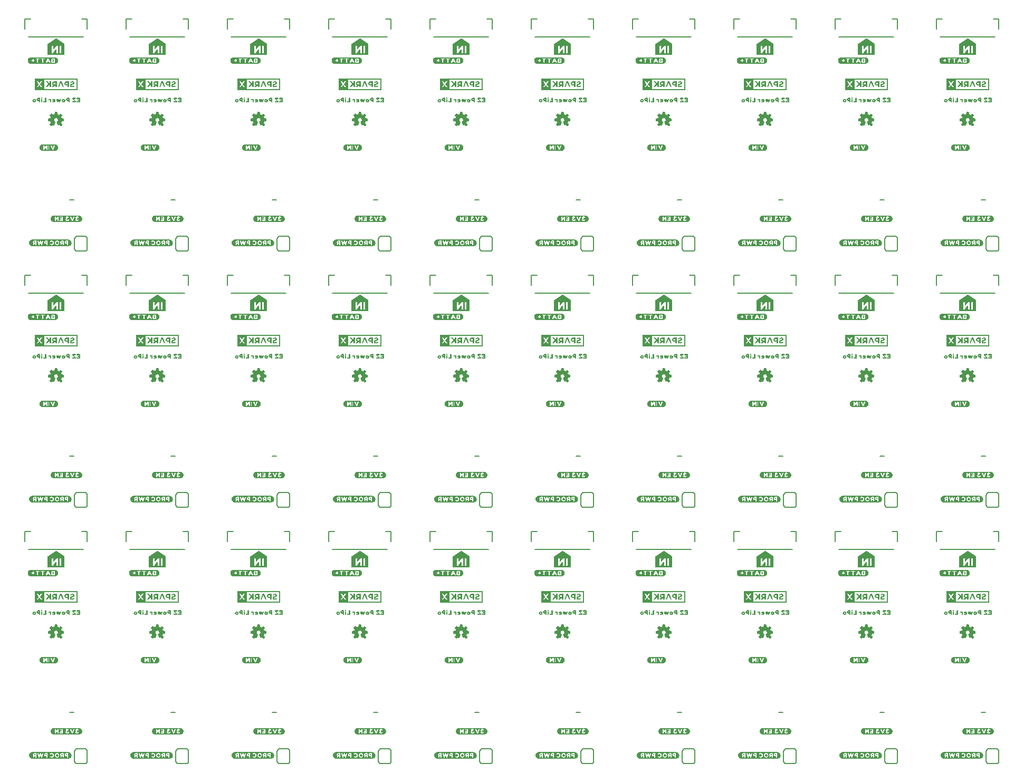
<source format=gbo>
G04 EAGLE Gerber RS-274X export*
G75*
%MOMM*%
%FSLAX34Y34*%
%LPD*%
%INSilkscreen Bottom*%
%IPPOS*%
%AMOC8*
5,1,8,0,0,1.08239X$1,22.5*%
G01*
%ADD10C,0.152400*%
%ADD11C,0.203200*%

G36*
X1225597Y1105555D02*
X1225597Y1105555D01*
X1225592Y1105563D01*
X1225599Y1105569D01*
X1225599Y1124551D01*
X1225563Y1124599D01*
X1225556Y1124593D01*
X1225550Y1124601D01*
X1156970Y1124601D01*
X1156923Y1124565D01*
X1156928Y1124557D01*
X1156921Y1124551D01*
X1156921Y1105569D01*
X1156957Y1105521D01*
X1156964Y1105527D01*
X1156970Y1105519D01*
X1225550Y1105519D01*
X1225597Y1105555D01*
G37*
G36*
X19037Y282561D02*
X19037Y282561D01*
X19044Y282567D01*
X19050Y282559D01*
X87630Y282559D01*
X87677Y282595D01*
X87672Y282603D01*
X87679Y282609D01*
X87679Y301591D01*
X87643Y301639D01*
X87636Y301633D01*
X87630Y301641D01*
X19050Y301641D01*
X19003Y301605D01*
X19008Y301597D01*
X19001Y301591D01*
X19001Y282609D01*
X19037Y282561D01*
G37*
G36*
X900477Y282595D02*
X900477Y282595D01*
X900472Y282603D01*
X900479Y282609D01*
X900479Y301591D01*
X900443Y301639D01*
X900436Y301633D01*
X900430Y301641D01*
X831850Y301641D01*
X831803Y301605D01*
X831808Y301597D01*
X831801Y301591D01*
X831801Y282609D01*
X831837Y282561D01*
X831844Y282567D01*
X831850Y282559D01*
X900430Y282559D01*
X900477Y282595D01*
G37*
G36*
X575357Y282595D02*
X575357Y282595D01*
X575352Y282603D01*
X575359Y282609D01*
X575359Y301591D01*
X575323Y301639D01*
X575316Y301633D01*
X575310Y301641D01*
X506730Y301641D01*
X506683Y301605D01*
X506688Y301597D01*
X506681Y301591D01*
X506681Y282609D01*
X506717Y282561D01*
X506724Y282567D01*
X506730Y282559D01*
X575310Y282559D01*
X575357Y282595D01*
G37*
G36*
X737917Y282595D02*
X737917Y282595D01*
X737912Y282603D01*
X737919Y282609D01*
X737919Y301591D01*
X737883Y301639D01*
X737876Y301633D01*
X737870Y301641D01*
X669290Y301641D01*
X669243Y301605D01*
X669248Y301597D01*
X669241Y301591D01*
X669241Y282609D01*
X669277Y282561D01*
X669284Y282567D01*
X669290Y282559D01*
X737870Y282559D01*
X737917Y282595D01*
G37*
G36*
X1388157Y282595D02*
X1388157Y282595D01*
X1388152Y282603D01*
X1388159Y282609D01*
X1388159Y301591D01*
X1388123Y301639D01*
X1388116Y301633D01*
X1388110Y301641D01*
X1319530Y301641D01*
X1319483Y301605D01*
X1319488Y301597D01*
X1319481Y301591D01*
X1319481Y282609D01*
X1319517Y282561D01*
X1319524Y282567D01*
X1319530Y282559D01*
X1388110Y282559D01*
X1388157Y282595D01*
G37*
G36*
X1550717Y282595D02*
X1550717Y282595D01*
X1550712Y282603D01*
X1550719Y282609D01*
X1550719Y301591D01*
X1550683Y301639D01*
X1550676Y301633D01*
X1550670Y301641D01*
X1482090Y301641D01*
X1482043Y301605D01*
X1482048Y301597D01*
X1482041Y301591D01*
X1482041Y282609D01*
X1482077Y282561D01*
X1482084Y282567D01*
X1482090Y282559D01*
X1550670Y282559D01*
X1550717Y282595D01*
G37*
G36*
X250237Y282595D02*
X250237Y282595D01*
X250232Y282603D01*
X250239Y282609D01*
X250239Y301591D01*
X250203Y301639D01*
X250196Y301633D01*
X250190Y301641D01*
X181610Y301641D01*
X181563Y301605D01*
X181568Y301597D01*
X181561Y301591D01*
X181561Y282609D01*
X181597Y282561D01*
X181604Y282567D01*
X181610Y282559D01*
X250190Y282559D01*
X250237Y282595D01*
G37*
G36*
X412797Y282595D02*
X412797Y282595D01*
X412792Y282603D01*
X412799Y282609D01*
X412799Y301591D01*
X412763Y301639D01*
X412756Y301633D01*
X412750Y301641D01*
X344170Y301641D01*
X344123Y301605D01*
X344128Y301597D01*
X344121Y301591D01*
X344121Y282609D01*
X344157Y282561D01*
X344164Y282567D01*
X344170Y282559D01*
X412750Y282559D01*
X412797Y282595D01*
G37*
G36*
X1063037Y282595D02*
X1063037Y282595D01*
X1063032Y282603D01*
X1063039Y282609D01*
X1063039Y301591D01*
X1063003Y301639D01*
X1062996Y301633D01*
X1062990Y301641D01*
X994410Y301641D01*
X994363Y301605D01*
X994368Y301597D01*
X994361Y301591D01*
X994361Y282609D01*
X994397Y282561D01*
X994404Y282567D01*
X994410Y282559D01*
X1062990Y282559D01*
X1063037Y282595D01*
G37*
G36*
X900477Y1105555D02*
X900477Y1105555D01*
X900472Y1105563D01*
X900479Y1105569D01*
X900479Y1124551D01*
X900443Y1124599D01*
X900436Y1124593D01*
X900430Y1124601D01*
X831850Y1124601D01*
X831803Y1124565D01*
X831808Y1124557D01*
X831801Y1124551D01*
X831801Y1105569D01*
X831837Y1105521D01*
X831844Y1105527D01*
X831850Y1105519D01*
X900430Y1105519D01*
X900477Y1105555D01*
G37*
G36*
X1550717Y1105555D02*
X1550717Y1105555D01*
X1550712Y1105563D01*
X1550719Y1105569D01*
X1550719Y1124551D01*
X1550683Y1124599D01*
X1550676Y1124593D01*
X1550670Y1124601D01*
X1482090Y1124601D01*
X1482043Y1124565D01*
X1482048Y1124557D01*
X1482041Y1124551D01*
X1482041Y1105569D01*
X1482077Y1105521D01*
X1482084Y1105527D01*
X1482090Y1105519D01*
X1550670Y1105519D01*
X1550717Y1105555D01*
G37*
G36*
X1388157Y1105555D02*
X1388157Y1105555D01*
X1388152Y1105563D01*
X1388159Y1105569D01*
X1388159Y1124551D01*
X1388123Y1124599D01*
X1388116Y1124593D01*
X1388110Y1124601D01*
X1319530Y1124601D01*
X1319483Y1124565D01*
X1319488Y1124557D01*
X1319481Y1124551D01*
X1319481Y1105569D01*
X1319517Y1105521D01*
X1319524Y1105527D01*
X1319530Y1105519D01*
X1388110Y1105519D01*
X1388157Y1105555D01*
G37*
G36*
X412797Y1105555D02*
X412797Y1105555D01*
X412792Y1105563D01*
X412799Y1105569D01*
X412799Y1124551D01*
X412763Y1124599D01*
X412756Y1124593D01*
X412750Y1124601D01*
X344170Y1124601D01*
X344123Y1124565D01*
X344128Y1124557D01*
X344121Y1124551D01*
X344121Y1105569D01*
X344157Y1105521D01*
X344164Y1105527D01*
X344170Y1105519D01*
X412750Y1105519D01*
X412797Y1105555D01*
G37*
G36*
X250237Y1105555D02*
X250237Y1105555D01*
X250232Y1105563D01*
X250239Y1105569D01*
X250239Y1124551D01*
X250203Y1124599D01*
X250196Y1124593D01*
X250190Y1124601D01*
X181610Y1124601D01*
X181563Y1124565D01*
X181568Y1124557D01*
X181561Y1124551D01*
X181561Y1105569D01*
X181597Y1105521D01*
X181604Y1105527D01*
X181610Y1105519D01*
X250190Y1105519D01*
X250237Y1105555D01*
G37*
G36*
X1063037Y1105555D02*
X1063037Y1105555D01*
X1063032Y1105563D01*
X1063039Y1105569D01*
X1063039Y1124551D01*
X1063003Y1124599D01*
X1062996Y1124593D01*
X1062990Y1124601D01*
X994410Y1124601D01*
X994363Y1124565D01*
X994368Y1124557D01*
X994361Y1124551D01*
X994361Y1105569D01*
X994397Y1105521D01*
X994404Y1105527D01*
X994410Y1105519D01*
X1062990Y1105519D01*
X1063037Y1105555D01*
G37*
G36*
X1063037Y694075D02*
X1063037Y694075D01*
X1063032Y694083D01*
X1063039Y694089D01*
X1063039Y713071D01*
X1063003Y713119D01*
X1062996Y713113D01*
X1062990Y713121D01*
X994410Y713121D01*
X994363Y713085D01*
X994368Y713077D01*
X994361Y713071D01*
X994361Y694089D01*
X994397Y694041D01*
X994404Y694047D01*
X994410Y694039D01*
X1062990Y694039D01*
X1063037Y694075D01*
G37*
G36*
X737917Y1105555D02*
X737917Y1105555D01*
X737912Y1105563D01*
X737919Y1105569D01*
X737919Y1124551D01*
X737883Y1124599D01*
X737876Y1124593D01*
X737870Y1124601D01*
X669290Y1124601D01*
X669243Y1124565D01*
X669248Y1124557D01*
X669241Y1124551D01*
X669241Y1105569D01*
X669277Y1105521D01*
X669284Y1105527D01*
X669290Y1105519D01*
X737870Y1105519D01*
X737917Y1105555D01*
G37*
G36*
X575357Y1105555D02*
X575357Y1105555D01*
X575352Y1105563D01*
X575359Y1105569D01*
X575359Y1124551D01*
X575323Y1124599D01*
X575316Y1124593D01*
X575310Y1124601D01*
X506730Y1124601D01*
X506683Y1124565D01*
X506688Y1124557D01*
X506681Y1124551D01*
X506681Y1105569D01*
X506717Y1105521D01*
X506724Y1105527D01*
X506730Y1105519D01*
X575310Y1105519D01*
X575357Y1105555D01*
G37*
G36*
X1550717Y694075D02*
X1550717Y694075D01*
X1550712Y694083D01*
X1550719Y694089D01*
X1550719Y713071D01*
X1550683Y713119D01*
X1550676Y713113D01*
X1550670Y713121D01*
X1482090Y713121D01*
X1482043Y713085D01*
X1482048Y713077D01*
X1482041Y713071D01*
X1482041Y694089D01*
X1482077Y694041D01*
X1482084Y694047D01*
X1482090Y694039D01*
X1550670Y694039D01*
X1550717Y694075D01*
G37*
G36*
X1225597Y694075D02*
X1225597Y694075D01*
X1225592Y694083D01*
X1225599Y694089D01*
X1225599Y713071D01*
X1225563Y713119D01*
X1225556Y713113D01*
X1225550Y713121D01*
X1156970Y713121D01*
X1156923Y713085D01*
X1156928Y713077D01*
X1156921Y713071D01*
X1156921Y694089D01*
X1156957Y694041D01*
X1156964Y694047D01*
X1156970Y694039D01*
X1225550Y694039D01*
X1225597Y694075D01*
G37*
G36*
X250237Y694075D02*
X250237Y694075D01*
X250232Y694083D01*
X250239Y694089D01*
X250239Y713071D01*
X250203Y713119D01*
X250196Y713113D01*
X250190Y713121D01*
X181610Y713121D01*
X181563Y713085D01*
X181568Y713077D01*
X181561Y713071D01*
X181561Y694089D01*
X181597Y694041D01*
X181604Y694047D01*
X181610Y694039D01*
X250190Y694039D01*
X250237Y694075D01*
G37*
G36*
X575357Y694075D02*
X575357Y694075D01*
X575352Y694083D01*
X575359Y694089D01*
X575359Y713071D01*
X575323Y713119D01*
X575316Y713113D01*
X575310Y713121D01*
X506730Y713121D01*
X506683Y713085D01*
X506688Y713077D01*
X506681Y713071D01*
X506681Y694089D01*
X506717Y694041D01*
X506724Y694047D01*
X506730Y694039D01*
X575310Y694039D01*
X575357Y694075D01*
G37*
G36*
X900477Y694075D02*
X900477Y694075D01*
X900472Y694083D01*
X900479Y694089D01*
X900479Y713071D01*
X900443Y713119D01*
X900436Y713113D01*
X900430Y713121D01*
X831850Y713121D01*
X831803Y713085D01*
X831808Y713077D01*
X831801Y713071D01*
X831801Y694089D01*
X831837Y694041D01*
X831844Y694047D01*
X831850Y694039D01*
X900430Y694039D01*
X900477Y694075D01*
G37*
G36*
X737917Y694075D02*
X737917Y694075D01*
X737912Y694083D01*
X737919Y694089D01*
X737919Y713071D01*
X737883Y713119D01*
X737876Y713113D01*
X737870Y713121D01*
X669290Y713121D01*
X669243Y713085D01*
X669248Y713077D01*
X669241Y713071D01*
X669241Y694089D01*
X669277Y694041D01*
X669284Y694047D01*
X669290Y694039D01*
X737870Y694039D01*
X737917Y694075D01*
G37*
G36*
X1388157Y694075D02*
X1388157Y694075D01*
X1388152Y694083D01*
X1388159Y694089D01*
X1388159Y713071D01*
X1388123Y713119D01*
X1388116Y713113D01*
X1388110Y713121D01*
X1319530Y713121D01*
X1319483Y713085D01*
X1319488Y713077D01*
X1319481Y713071D01*
X1319481Y694089D01*
X1319517Y694041D01*
X1319524Y694047D01*
X1319530Y694039D01*
X1388110Y694039D01*
X1388157Y694075D01*
G37*
G36*
X87677Y1105555D02*
X87677Y1105555D01*
X87672Y1105563D01*
X87679Y1105569D01*
X87679Y1124551D01*
X87643Y1124599D01*
X87636Y1124593D01*
X87630Y1124601D01*
X19050Y1124601D01*
X19003Y1124565D01*
X19008Y1124557D01*
X19001Y1124551D01*
X19001Y1105569D01*
X19037Y1105521D01*
X19044Y1105527D01*
X19050Y1105519D01*
X87630Y1105519D01*
X87677Y1105555D01*
G37*
G36*
X87677Y694075D02*
X87677Y694075D01*
X87672Y694083D01*
X87679Y694089D01*
X87679Y713071D01*
X87643Y713119D01*
X87636Y713113D01*
X87630Y713121D01*
X19050Y713121D01*
X19003Y713085D01*
X19008Y713077D01*
X19001Y713071D01*
X19001Y694089D01*
X19037Y694041D01*
X19044Y694047D01*
X19050Y694039D01*
X87630Y694039D01*
X87677Y694075D01*
G37*
G36*
X412797Y694075D02*
X412797Y694075D01*
X412792Y694083D01*
X412799Y694089D01*
X412799Y713071D01*
X412763Y713119D01*
X412756Y713113D01*
X412750Y713121D01*
X344170Y713121D01*
X344123Y713085D01*
X344128Y713077D01*
X344121Y713071D01*
X344121Y694089D01*
X344157Y694041D01*
X344164Y694047D01*
X344170Y694039D01*
X412750Y694039D01*
X412797Y694075D01*
G37*
G36*
X1225597Y282595D02*
X1225597Y282595D01*
X1225592Y282603D01*
X1225599Y282609D01*
X1225599Y301591D01*
X1225563Y301639D01*
X1225556Y301633D01*
X1225550Y301641D01*
X1156970Y301641D01*
X1156923Y301605D01*
X1156928Y301597D01*
X1156921Y301591D01*
X1156921Y282609D01*
X1156957Y282561D01*
X1156964Y282567D01*
X1156970Y282559D01*
X1225550Y282559D01*
X1225597Y282595D01*
G37*
%LPC*%
G36*
X522100Y1107380D02*
X522100Y1107380D01*
X522100Y1122740D01*
X573498Y1122740D01*
X573498Y1107380D01*
X522100Y1107380D01*
G37*
%LPD*%
%LPC*%
G36*
X522100Y695900D02*
X522100Y695900D01*
X522100Y711260D01*
X573498Y711260D01*
X573498Y695900D01*
X522100Y695900D01*
G37*
%LPD*%
%LPC*%
G36*
X1172340Y695900D02*
X1172340Y695900D01*
X1172340Y711260D01*
X1223738Y711260D01*
X1223738Y695900D01*
X1172340Y695900D01*
G37*
%LPD*%
%LPC*%
G36*
X1009780Y695900D02*
X1009780Y695900D01*
X1009780Y711260D01*
X1061178Y711260D01*
X1061178Y695900D01*
X1009780Y695900D01*
G37*
%LPD*%
%LPC*%
G36*
X34420Y695900D02*
X34420Y695900D01*
X34420Y711260D01*
X85818Y711260D01*
X85818Y695900D01*
X34420Y695900D01*
G37*
%LPD*%
%LPC*%
G36*
X1497460Y695900D02*
X1497460Y695900D01*
X1497460Y711260D01*
X1548858Y711260D01*
X1548858Y695900D01*
X1497460Y695900D01*
G37*
%LPD*%
%LPC*%
G36*
X359540Y695900D02*
X359540Y695900D01*
X359540Y711260D01*
X410938Y711260D01*
X410938Y695900D01*
X359540Y695900D01*
G37*
%LPD*%
%LPC*%
G36*
X196980Y695900D02*
X196980Y695900D01*
X196980Y711260D01*
X248378Y711260D01*
X248378Y695900D01*
X196980Y695900D01*
G37*
%LPD*%
%LPC*%
G36*
X1172340Y284420D02*
X1172340Y284420D01*
X1172340Y299780D01*
X1223738Y299780D01*
X1223738Y284420D01*
X1172340Y284420D01*
G37*
%LPD*%
%LPC*%
G36*
X1334900Y284420D02*
X1334900Y284420D01*
X1334900Y299780D01*
X1386298Y299780D01*
X1386298Y284420D01*
X1334900Y284420D01*
G37*
%LPD*%
%LPC*%
G36*
X196980Y1107380D02*
X196980Y1107380D01*
X196980Y1122740D01*
X248378Y1122740D01*
X248378Y1107380D01*
X196980Y1107380D01*
G37*
%LPD*%
%LPC*%
G36*
X847220Y1107380D02*
X847220Y1107380D01*
X847220Y1122740D01*
X898618Y1122740D01*
X898618Y1107380D01*
X847220Y1107380D01*
G37*
%LPD*%
%LPC*%
G36*
X34420Y1107380D02*
X34420Y1107380D01*
X34420Y1122740D01*
X85818Y1122740D01*
X85818Y1107380D01*
X34420Y1107380D01*
G37*
%LPD*%
%LPC*%
G36*
X1334900Y1107380D02*
X1334900Y1107380D01*
X1334900Y1122740D01*
X1386298Y1122740D01*
X1386298Y1107380D01*
X1334900Y1107380D01*
G37*
%LPD*%
%LPC*%
G36*
X1497460Y1107380D02*
X1497460Y1107380D01*
X1497460Y1122740D01*
X1548858Y1122740D01*
X1548858Y1107380D01*
X1497460Y1107380D01*
G37*
%LPD*%
%LPC*%
G36*
X1172340Y1107380D02*
X1172340Y1107380D01*
X1172340Y1122740D01*
X1223738Y1122740D01*
X1223738Y1107380D01*
X1172340Y1107380D01*
G37*
%LPD*%
%LPC*%
G36*
X1009780Y1107380D02*
X1009780Y1107380D01*
X1009780Y1122740D01*
X1061178Y1122740D01*
X1061178Y1107380D01*
X1009780Y1107380D01*
G37*
%LPD*%
%LPC*%
G36*
X684660Y1107380D02*
X684660Y1107380D01*
X684660Y1122740D01*
X736058Y1122740D01*
X736058Y1107380D01*
X684660Y1107380D01*
G37*
%LPD*%
%LPC*%
G36*
X359540Y1107380D02*
X359540Y1107380D01*
X359540Y1122740D01*
X410938Y1122740D01*
X410938Y1107380D01*
X359540Y1107380D01*
G37*
%LPD*%
%LPC*%
G36*
X1497460Y284420D02*
X1497460Y284420D01*
X1497460Y299780D01*
X1548858Y299780D01*
X1548858Y284420D01*
X1497460Y284420D01*
G37*
%LPD*%
%LPC*%
G36*
X1009780Y284420D02*
X1009780Y284420D01*
X1009780Y299780D01*
X1061178Y299780D01*
X1061178Y284420D01*
X1009780Y284420D01*
G37*
%LPD*%
%LPC*%
G36*
X359540Y284420D02*
X359540Y284420D01*
X359540Y299780D01*
X410938Y299780D01*
X410938Y284420D01*
X359540Y284420D01*
G37*
%LPD*%
%LPC*%
G36*
X522100Y284420D02*
X522100Y284420D01*
X522100Y299780D01*
X573498Y299780D01*
X573498Y284420D01*
X522100Y284420D01*
G37*
%LPD*%
%LPC*%
G36*
X196980Y284420D02*
X196980Y284420D01*
X196980Y299780D01*
X248378Y299780D01*
X248378Y284420D01*
X196980Y284420D01*
G37*
%LPD*%
%LPC*%
G36*
X85818Y299780D02*
X85818Y299780D01*
X85818Y284420D01*
X34420Y284420D01*
X34420Y299780D01*
X85818Y299780D01*
G37*
%LPD*%
%LPC*%
G36*
X684660Y284420D02*
X684660Y284420D01*
X684660Y299780D01*
X736058Y299780D01*
X736058Y284420D01*
X684660Y284420D01*
G37*
%LPD*%
%LPC*%
G36*
X847220Y284420D02*
X847220Y284420D01*
X847220Y299780D01*
X898618Y299780D01*
X898618Y284420D01*
X847220Y284420D01*
G37*
%LPD*%
%LPC*%
G36*
X847220Y695900D02*
X847220Y695900D01*
X847220Y711260D01*
X898618Y711260D01*
X898618Y695900D01*
X847220Y695900D01*
G37*
%LPD*%
%LPC*%
G36*
X684660Y695900D02*
X684660Y695900D01*
X684660Y711260D01*
X736058Y711260D01*
X736058Y695900D01*
X684660Y695900D01*
G37*
%LPD*%
%LPC*%
G36*
X1334900Y695900D02*
X1334900Y695900D01*
X1334900Y711260D01*
X1386298Y711260D01*
X1386298Y695900D01*
X1334900Y695900D01*
G37*
%LPD*%
G36*
X561218Y32320D02*
X561218Y32320D01*
X561222Y32317D01*
X562222Y32517D01*
X562227Y32522D01*
X562231Y32519D01*
X562731Y32719D01*
X562732Y32722D01*
X562735Y32721D01*
X563133Y32920D01*
X563631Y33119D01*
X563636Y33127D01*
X563642Y33126D01*
X564442Y33726D01*
X564445Y33735D01*
X564452Y33735D01*
X565352Y34935D01*
X565352Y34945D01*
X565358Y34947D01*
X565758Y35947D01*
X565756Y35953D01*
X565761Y35955D01*
X565961Y36955D01*
X565958Y36962D01*
X565962Y36965D01*
X565962Y37965D01*
X565957Y37971D01*
X565961Y37975D01*
X565761Y38975D01*
X565756Y38979D01*
X565758Y38983D01*
X565558Y39483D01*
X565556Y39485D01*
X565557Y39487D01*
X565157Y40287D01*
X565151Y40290D01*
X565152Y40295D01*
X564852Y40695D01*
X564847Y40696D01*
X564847Y40700D01*
X564047Y41500D01*
X564042Y41501D01*
X564042Y41504D01*
X563642Y41804D01*
X563635Y41804D01*
X563635Y41809D01*
X563235Y42009D01*
X563231Y42008D01*
X563231Y42011D01*
X562231Y42411D01*
X562226Y42409D01*
X562224Y42413D01*
X561824Y42513D01*
X561823Y42512D01*
X561822Y42513D01*
X561322Y42613D01*
X561316Y42610D01*
X561313Y42614D01*
X560913Y42614D01*
X560883Y42592D01*
X560870Y42590D01*
X560853Y42561D01*
X560847Y42601D01*
X560825Y42597D01*
X560813Y42614D01*
X502513Y42614D01*
X502507Y42610D01*
X502503Y42613D01*
X501003Y42313D01*
X500998Y42308D01*
X500994Y42311D01*
X500494Y42111D01*
X500489Y42103D01*
X500483Y42104D01*
X499283Y41204D01*
X499281Y41199D01*
X499278Y41200D01*
X498878Y40800D01*
X498877Y40795D01*
X498873Y40795D01*
X498273Y39995D01*
X498273Y39988D01*
X498268Y39987D01*
X498068Y39587D01*
X498069Y39584D01*
X498067Y39583D01*
X497867Y39083D01*
X497868Y39079D01*
X497865Y39076D01*
X497865Y39075D01*
X497864Y39075D01*
X497664Y38075D01*
X497667Y38068D01*
X497663Y38065D01*
X497663Y36565D01*
X497671Y36554D01*
X497667Y36547D01*
X497865Y36051D01*
X497964Y35555D01*
X497969Y35551D01*
X497967Y35547D01*
X498167Y35047D01*
X498175Y35042D01*
X498173Y35035D01*
X499073Y33835D01*
X499083Y33833D01*
X499083Y33826D01*
X499883Y33226D01*
X499887Y33226D01*
X499887Y33223D01*
X500387Y32923D01*
X500390Y32923D01*
X500390Y32921D01*
X500790Y32721D01*
X500794Y32722D01*
X500794Y32719D01*
X501294Y32519D01*
X501301Y32521D01*
X501303Y32517D01*
X502303Y32317D01*
X502309Y32320D01*
X502313Y32316D01*
X561213Y32316D01*
X561218Y32320D01*
G37*
G36*
X398658Y855280D02*
X398658Y855280D01*
X398662Y855277D01*
X399662Y855477D01*
X399667Y855482D01*
X399671Y855479D01*
X400171Y855679D01*
X400172Y855682D01*
X400175Y855681D01*
X400573Y855880D01*
X401071Y856079D01*
X401076Y856087D01*
X401082Y856086D01*
X401882Y856686D01*
X401885Y856695D01*
X401892Y856695D01*
X402792Y857895D01*
X402792Y857905D01*
X402798Y857907D01*
X403198Y858907D01*
X403196Y858913D01*
X403201Y858915D01*
X403401Y859915D01*
X403398Y859922D01*
X403402Y859925D01*
X403402Y860925D01*
X403397Y860931D01*
X403401Y860935D01*
X403201Y861935D01*
X403196Y861939D01*
X403198Y861943D01*
X402998Y862443D01*
X402996Y862445D01*
X402997Y862447D01*
X402597Y863247D01*
X402591Y863250D01*
X402592Y863255D01*
X402292Y863655D01*
X402287Y863656D01*
X402287Y863660D01*
X401487Y864460D01*
X401482Y864461D01*
X401482Y864464D01*
X401082Y864764D01*
X401075Y864764D01*
X401075Y864769D01*
X400675Y864969D01*
X400671Y864968D01*
X400671Y864971D01*
X399671Y865371D01*
X399666Y865369D01*
X399664Y865373D01*
X399264Y865473D01*
X399263Y865472D01*
X399262Y865473D01*
X398762Y865573D01*
X398756Y865570D01*
X398753Y865574D01*
X398353Y865574D01*
X398323Y865552D01*
X398310Y865550D01*
X398293Y865521D01*
X398287Y865561D01*
X398265Y865557D01*
X398253Y865574D01*
X339953Y865574D01*
X339947Y865570D01*
X339943Y865573D01*
X338443Y865273D01*
X338438Y865268D01*
X338434Y865271D01*
X337934Y865071D01*
X337929Y865063D01*
X337923Y865064D01*
X336723Y864164D01*
X336721Y864159D01*
X336718Y864160D01*
X336318Y863760D01*
X336317Y863755D01*
X336313Y863755D01*
X335713Y862955D01*
X335713Y862948D01*
X335708Y862947D01*
X335508Y862547D01*
X335509Y862544D01*
X335507Y862543D01*
X335307Y862043D01*
X335308Y862039D01*
X335305Y862036D01*
X335305Y862035D01*
X335304Y862035D01*
X335104Y861035D01*
X335107Y861028D01*
X335103Y861025D01*
X335103Y859525D01*
X335111Y859514D01*
X335107Y859507D01*
X335305Y859011D01*
X335404Y858515D01*
X335409Y858511D01*
X335407Y858507D01*
X335607Y858007D01*
X335615Y858002D01*
X335613Y857995D01*
X336513Y856795D01*
X336523Y856793D01*
X336523Y856786D01*
X337323Y856186D01*
X337327Y856186D01*
X337327Y856183D01*
X337827Y855883D01*
X337830Y855883D01*
X337830Y855881D01*
X338230Y855681D01*
X338234Y855682D01*
X338234Y855679D01*
X338734Y855479D01*
X338741Y855481D01*
X338743Y855477D01*
X339743Y855277D01*
X339749Y855280D01*
X339753Y855276D01*
X398653Y855276D01*
X398658Y855280D01*
G37*
G36*
X1211458Y855280D02*
X1211458Y855280D01*
X1211462Y855277D01*
X1212462Y855477D01*
X1212467Y855482D01*
X1212471Y855479D01*
X1212971Y855679D01*
X1212972Y855682D01*
X1212975Y855681D01*
X1213373Y855880D01*
X1213871Y856079D01*
X1213876Y856087D01*
X1213882Y856086D01*
X1214682Y856686D01*
X1214685Y856695D01*
X1214692Y856695D01*
X1215592Y857895D01*
X1215592Y857905D01*
X1215598Y857907D01*
X1215998Y858907D01*
X1215996Y858913D01*
X1216001Y858915D01*
X1216201Y859915D01*
X1216198Y859922D01*
X1216202Y859925D01*
X1216202Y860925D01*
X1216197Y860931D01*
X1216201Y860935D01*
X1216001Y861935D01*
X1215996Y861939D01*
X1215998Y861943D01*
X1215798Y862443D01*
X1215796Y862445D01*
X1215797Y862447D01*
X1215397Y863247D01*
X1215391Y863250D01*
X1215392Y863255D01*
X1215092Y863655D01*
X1215087Y863656D01*
X1215087Y863660D01*
X1214287Y864460D01*
X1214282Y864461D01*
X1214282Y864464D01*
X1213882Y864764D01*
X1213875Y864764D01*
X1213875Y864769D01*
X1213475Y864969D01*
X1213471Y864968D01*
X1213471Y864971D01*
X1212471Y865371D01*
X1212466Y865369D01*
X1212464Y865373D01*
X1212064Y865473D01*
X1212063Y865472D01*
X1212062Y865473D01*
X1211562Y865573D01*
X1211556Y865570D01*
X1211553Y865574D01*
X1211153Y865574D01*
X1211123Y865552D01*
X1211110Y865550D01*
X1211093Y865521D01*
X1211087Y865561D01*
X1211065Y865557D01*
X1211053Y865574D01*
X1152753Y865574D01*
X1152747Y865570D01*
X1152743Y865573D01*
X1151243Y865273D01*
X1151238Y865268D01*
X1151234Y865271D01*
X1150734Y865071D01*
X1150729Y865063D01*
X1150723Y865064D01*
X1149523Y864164D01*
X1149521Y864159D01*
X1149518Y864160D01*
X1149118Y863760D01*
X1149117Y863755D01*
X1149113Y863755D01*
X1148513Y862955D01*
X1148513Y862948D01*
X1148508Y862947D01*
X1148308Y862547D01*
X1148309Y862544D01*
X1148307Y862543D01*
X1148107Y862043D01*
X1148108Y862039D01*
X1148105Y862036D01*
X1148105Y862035D01*
X1148104Y862035D01*
X1147904Y861035D01*
X1147907Y861028D01*
X1147903Y861025D01*
X1147903Y859525D01*
X1147911Y859514D01*
X1147907Y859507D01*
X1148105Y859011D01*
X1148204Y858515D01*
X1148209Y858511D01*
X1148207Y858507D01*
X1148407Y858007D01*
X1148415Y858002D01*
X1148413Y857995D01*
X1149313Y856795D01*
X1149323Y856793D01*
X1149323Y856786D01*
X1150123Y856186D01*
X1150127Y856186D01*
X1150127Y856183D01*
X1150627Y855883D01*
X1150630Y855883D01*
X1150630Y855881D01*
X1151030Y855681D01*
X1151034Y855682D01*
X1151034Y855679D01*
X1151534Y855479D01*
X1151541Y855481D01*
X1151543Y855477D01*
X1152543Y855277D01*
X1152549Y855280D01*
X1152553Y855276D01*
X1211453Y855276D01*
X1211458Y855280D01*
G37*
G36*
X236098Y855280D02*
X236098Y855280D01*
X236102Y855277D01*
X237102Y855477D01*
X237107Y855482D01*
X237111Y855479D01*
X237611Y855679D01*
X237612Y855682D01*
X237615Y855681D01*
X238013Y855880D01*
X238511Y856079D01*
X238516Y856087D01*
X238522Y856086D01*
X239322Y856686D01*
X239325Y856695D01*
X239332Y856695D01*
X240232Y857895D01*
X240232Y857905D01*
X240238Y857907D01*
X240638Y858907D01*
X240636Y858913D01*
X240641Y858915D01*
X240841Y859915D01*
X240838Y859922D01*
X240842Y859925D01*
X240842Y860925D01*
X240837Y860931D01*
X240841Y860935D01*
X240641Y861935D01*
X240636Y861939D01*
X240638Y861943D01*
X240438Y862443D01*
X240436Y862445D01*
X240437Y862447D01*
X240037Y863247D01*
X240031Y863250D01*
X240032Y863255D01*
X239732Y863655D01*
X239727Y863656D01*
X239727Y863660D01*
X238927Y864460D01*
X238922Y864461D01*
X238922Y864464D01*
X238522Y864764D01*
X238515Y864764D01*
X238515Y864769D01*
X238115Y864969D01*
X238111Y864968D01*
X238111Y864971D01*
X237111Y865371D01*
X237106Y865369D01*
X237104Y865373D01*
X236704Y865473D01*
X236703Y865472D01*
X236702Y865473D01*
X236202Y865573D01*
X236196Y865570D01*
X236193Y865574D01*
X235793Y865574D01*
X235763Y865552D01*
X235750Y865550D01*
X235733Y865521D01*
X235727Y865561D01*
X235705Y865557D01*
X235693Y865574D01*
X177393Y865574D01*
X177387Y865570D01*
X177383Y865573D01*
X175883Y865273D01*
X175878Y865268D01*
X175874Y865271D01*
X175374Y865071D01*
X175369Y865063D01*
X175363Y865064D01*
X174163Y864164D01*
X174161Y864159D01*
X174158Y864160D01*
X173758Y863760D01*
X173757Y863755D01*
X173753Y863755D01*
X173153Y862955D01*
X173153Y862948D01*
X173148Y862947D01*
X172948Y862547D01*
X172949Y862544D01*
X172947Y862543D01*
X172747Y862043D01*
X172748Y862039D01*
X172745Y862036D01*
X172745Y862035D01*
X172744Y862035D01*
X172544Y861035D01*
X172547Y861028D01*
X172543Y861025D01*
X172543Y859525D01*
X172551Y859514D01*
X172547Y859507D01*
X172745Y859011D01*
X172844Y858515D01*
X172849Y858511D01*
X172847Y858507D01*
X173047Y858007D01*
X173055Y858002D01*
X173053Y857995D01*
X173953Y856795D01*
X173963Y856793D01*
X173963Y856786D01*
X174763Y856186D01*
X174767Y856186D01*
X174767Y856183D01*
X175267Y855883D01*
X175270Y855883D01*
X175270Y855881D01*
X175670Y855681D01*
X175674Y855682D01*
X175674Y855679D01*
X176174Y855479D01*
X176181Y855481D01*
X176183Y855477D01*
X177183Y855277D01*
X177189Y855280D01*
X177193Y855276D01*
X236093Y855276D01*
X236098Y855280D01*
G37*
G36*
X561218Y855280D02*
X561218Y855280D01*
X561222Y855277D01*
X562222Y855477D01*
X562227Y855482D01*
X562231Y855479D01*
X562731Y855679D01*
X562732Y855682D01*
X562735Y855681D01*
X563133Y855880D01*
X563631Y856079D01*
X563636Y856087D01*
X563642Y856086D01*
X564442Y856686D01*
X564445Y856695D01*
X564452Y856695D01*
X565352Y857895D01*
X565352Y857905D01*
X565358Y857907D01*
X565758Y858907D01*
X565756Y858913D01*
X565761Y858915D01*
X565961Y859915D01*
X565958Y859922D01*
X565962Y859925D01*
X565962Y860925D01*
X565957Y860931D01*
X565961Y860935D01*
X565761Y861935D01*
X565756Y861939D01*
X565758Y861943D01*
X565558Y862443D01*
X565556Y862445D01*
X565557Y862447D01*
X565157Y863247D01*
X565151Y863250D01*
X565152Y863255D01*
X564852Y863655D01*
X564847Y863656D01*
X564847Y863660D01*
X564047Y864460D01*
X564042Y864461D01*
X564042Y864464D01*
X563642Y864764D01*
X563635Y864764D01*
X563635Y864769D01*
X563235Y864969D01*
X563231Y864968D01*
X563231Y864971D01*
X562231Y865371D01*
X562226Y865369D01*
X562224Y865373D01*
X561824Y865473D01*
X561823Y865472D01*
X561822Y865473D01*
X561322Y865573D01*
X561316Y865570D01*
X561313Y865574D01*
X560913Y865574D01*
X560883Y865552D01*
X560870Y865550D01*
X560853Y865521D01*
X560847Y865561D01*
X560825Y865557D01*
X560813Y865574D01*
X502513Y865574D01*
X502507Y865570D01*
X502503Y865573D01*
X501003Y865273D01*
X500998Y865268D01*
X500994Y865271D01*
X500494Y865071D01*
X500489Y865063D01*
X500483Y865064D01*
X499283Y864164D01*
X499281Y864159D01*
X499278Y864160D01*
X498878Y863760D01*
X498877Y863755D01*
X498873Y863755D01*
X498273Y862955D01*
X498273Y862948D01*
X498268Y862947D01*
X498068Y862547D01*
X498069Y862544D01*
X498067Y862543D01*
X497867Y862043D01*
X497868Y862039D01*
X497865Y862036D01*
X497865Y862035D01*
X497864Y862035D01*
X497664Y861035D01*
X497667Y861028D01*
X497663Y861025D01*
X497663Y859525D01*
X497671Y859514D01*
X497667Y859507D01*
X497865Y859011D01*
X497964Y858515D01*
X497969Y858511D01*
X497967Y858507D01*
X498167Y858007D01*
X498175Y858002D01*
X498173Y857995D01*
X499073Y856795D01*
X499083Y856793D01*
X499083Y856786D01*
X499883Y856186D01*
X499887Y856186D01*
X499887Y856183D01*
X500387Y855883D01*
X500390Y855883D01*
X500390Y855881D01*
X500790Y855681D01*
X500794Y855682D01*
X500794Y855679D01*
X501294Y855479D01*
X501301Y855481D01*
X501303Y855477D01*
X502303Y855277D01*
X502309Y855280D01*
X502313Y855276D01*
X561213Y855276D01*
X561218Y855280D01*
G37*
G36*
X1536578Y443800D02*
X1536578Y443800D01*
X1536582Y443797D01*
X1537582Y443997D01*
X1537587Y444002D01*
X1537591Y443999D01*
X1538091Y444199D01*
X1538092Y444202D01*
X1538095Y444201D01*
X1538493Y444400D01*
X1538991Y444599D01*
X1538996Y444607D01*
X1539002Y444606D01*
X1539802Y445206D01*
X1539805Y445215D01*
X1539812Y445215D01*
X1540712Y446415D01*
X1540712Y446425D01*
X1540718Y446427D01*
X1541118Y447427D01*
X1541116Y447433D01*
X1541121Y447435D01*
X1541321Y448435D01*
X1541318Y448442D01*
X1541322Y448445D01*
X1541322Y449445D01*
X1541317Y449451D01*
X1541321Y449455D01*
X1541121Y450455D01*
X1541116Y450459D01*
X1541118Y450463D01*
X1540918Y450963D01*
X1540916Y450965D01*
X1540917Y450967D01*
X1540517Y451767D01*
X1540511Y451770D01*
X1540512Y451775D01*
X1540212Y452175D01*
X1540207Y452176D01*
X1540207Y452180D01*
X1539407Y452980D01*
X1539402Y452981D01*
X1539402Y452984D01*
X1539002Y453284D01*
X1538995Y453284D01*
X1538995Y453289D01*
X1538595Y453489D01*
X1538591Y453488D01*
X1538591Y453491D01*
X1537591Y453891D01*
X1537586Y453889D01*
X1537584Y453893D01*
X1537184Y453993D01*
X1537183Y453992D01*
X1537182Y453993D01*
X1536682Y454093D01*
X1536676Y454090D01*
X1536673Y454094D01*
X1536273Y454094D01*
X1536243Y454072D01*
X1536230Y454070D01*
X1536213Y454041D01*
X1536207Y454081D01*
X1536185Y454077D01*
X1536173Y454094D01*
X1477873Y454094D01*
X1477867Y454090D01*
X1477863Y454093D01*
X1476363Y453793D01*
X1476358Y453788D01*
X1476354Y453791D01*
X1475854Y453591D01*
X1475849Y453583D01*
X1475843Y453584D01*
X1474643Y452684D01*
X1474641Y452679D01*
X1474638Y452680D01*
X1474238Y452280D01*
X1474237Y452275D01*
X1474233Y452275D01*
X1473633Y451475D01*
X1473633Y451468D01*
X1473628Y451467D01*
X1473428Y451067D01*
X1473429Y451064D01*
X1473427Y451063D01*
X1473227Y450563D01*
X1473228Y450559D01*
X1473225Y450556D01*
X1473225Y450555D01*
X1473224Y450555D01*
X1473024Y449555D01*
X1473027Y449548D01*
X1473023Y449545D01*
X1473023Y448045D01*
X1473031Y448034D01*
X1473027Y448027D01*
X1473225Y447531D01*
X1473324Y447035D01*
X1473329Y447031D01*
X1473327Y447027D01*
X1473527Y446527D01*
X1473535Y446522D01*
X1473533Y446515D01*
X1474433Y445315D01*
X1474443Y445313D01*
X1474443Y445306D01*
X1475243Y444706D01*
X1475247Y444706D01*
X1475247Y444703D01*
X1475747Y444403D01*
X1475750Y444403D01*
X1475750Y444401D01*
X1476150Y444201D01*
X1476154Y444202D01*
X1476154Y444199D01*
X1476654Y443999D01*
X1476661Y444001D01*
X1476663Y443997D01*
X1477663Y443797D01*
X1477669Y443800D01*
X1477673Y443796D01*
X1536573Y443796D01*
X1536578Y443800D01*
G37*
G36*
X1211458Y443800D02*
X1211458Y443800D01*
X1211462Y443797D01*
X1212462Y443997D01*
X1212467Y444002D01*
X1212471Y443999D01*
X1212971Y444199D01*
X1212972Y444202D01*
X1212975Y444201D01*
X1213373Y444400D01*
X1213871Y444599D01*
X1213876Y444607D01*
X1213882Y444606D01*
X1214682Y445206D01*
X1214685Y445215D01*
X1214692Y445215D01*
X1215592Y446415D01*
X1215592Y446425D01*
X1215598Y446427D01*
X1215998Y447427D01*
X1215996Y447433D01*
X1216001Y447435D01*
X1216201Y448435D01*
X1216198Y448442D01*
X1216202Y448445D01*
X1216202Y449445D01*
X1216197Y449451D01*
X1216201Y449455D01*
X1216001Y450455D01*
X1215996Y450459D01*
X1215998Y450463D01*
X1215798Y450963D01*
X1215796Y450965D01*
X1215797Y450967D01*
X1215397Y451767D01*
X1215391Y451770D01*
X1215392Y451775D01*
X1215092Y452175D01*
X1215087Y452176D01*
X1215087Y452180D01*
X1214287Y452980D01*
X1214282Y452981D01*
X1214282Y452984D01*
X1213882Y453284D01*
X1213875Y453284D01*
X1213875Y453289D01*
X1213475Y453489D01*
X1213471Y453488D01*
X1213471Y453491D01*
X1212471Y453891D01*
X1212466Y453889D01*
X1212464Y453893D01*
X1212064Y453993D01*
X1212063Y453992D01*
X1212062Y453993D01*
X1211562Y454093D01*
X1211556Y454090D01*
X1211553Y454094D01*
X1211153Y454094D01*
X1211123Y454072D01*
X1211110Y454070D01*
X1211093Y454041D01*
X1211087Y454081D01*
X1211065Y454077D01*
X1211053Y454094D01*
X1152753Y454094D01*
X1152747Y454090D01*
X1152743Y454093D01*
X1151243Y453793D01*
X1151238Y453788D01*
X1151234Y453791D01*
X1150734Y453591D01*
X1150729Y453583D01*
X1150723Y453584D01*
X1149523Y452684D01*
X1149521Y452679D01*
X1149518Y452680D01*
X1149118Y452280D01*
X1149117Y452275D01*
X1149113Y452275D01*
X1148513Y451475D01*
X1148513Y451468D01*
X1148508Y451467D01*
X1148308Y451067D01*
X1148309Y451064D01*
X1148307Y451063D01*
X1148107Y450563D01*
X1148108Y450559D01*
X1148105Y450556D01*
X1148105Y450555D01*
X1148104Y450555D01*
X1147904Y449555D01*
X1147907Y449548D01*
X1147903Y449545D01*
X1147903Y448045D01*
X1147911Y448034D01*
X1147907Y448027D01*
X1148105Y447531D01*
X1148204Y447035D01*
X1148209Y447031D01*
X1148207Y447027D01*
X1148407Y446527D01*
X1148415Y446522D01*
X1148413Y446515D01*
X1149313Y445315D01*
X1149323Y445313D01*
X1149323Y445306D01*
X1150123Y444706D01*
X1150127Y444706D01*
X1150127Y444703D01*
X1150627Y444403D01*
X1150630Y444403D01*
X1150630Y444401D01*
X1151030Y444201D01*
X1151034Y444202D01*
X1151034Y444199D01*
X1151534Y443999D01*
X1151541Y444001D01*
X1151543Y443997D01*
X1152543Y443797D01*
X1152549Y443800D01*
X1152553Y443796D01*
X1211453Y443796D01*
X1211458Y443800D01*
G37*
G36*
X73538Y32320D02*
X73538Y32320D01*
X73542Y32317D01*
X74542Y32517D01*
X74547Y32522D01*
X74551Y32519D01*
X75051Y32719D01*
X75052Y32722D01*
X75055Y32721D01*
X75453Y32920D01*
X75951Y33119D01*
X75956Y33127D01*
X75962Y33126D01*
X76762Y33726D01*
X76765Y33735D01*
X76772Y33735D01*
X77672Y34935D01*
X77672Y34945D01*
X77678Y34947D01*
X78078Y35947D01*
X78076Y35953D01*
X78081Y35955D01*
X78281Y36955D01*
X78278Y36962D01*
X78282Y36965D01*
X78282Y37965D01*
X78277Y37971D01*
X78281Y37975D01*
X78081Y38975D01*
X78076Y38979D01*
X78078Y38983D01*
X77878Y39483D01*
X77876Y39485D01*
X77877Y39487D01*
X77477Y40287D01*
X77471Y40290D01*
X77472Y40295D01*
X77172Y40695D01*
X77167Y40696D01*
X77167Y40700D01*
X76367Y41500D01*
X76362Y41501D01*
X76362Y41504D01*
X75962Y41804D01*
X75955Y41804D01*
X75955Y41809D01*
X75555Y42009D01*
X75551Y42008D01*
X75551Y42011D01*
X74551Y42411D01*
X74546Y42409D01*
X74544Y42413D01*
X74144Y42513D01*
X74143Y42512D01*
X74142Y42513D01*
X73642Y42613D01*
X73636Y42610D01*
X73633Y42614D01*
X73233Y42614D01*
X73203Y42592D01*
X73190Y42590D01*
X73173Y42561D01*
X73167Y42601D01*
X73145Y42597D01*
X73133Y42614D01*
X14833Y42614D01*
X14827Y42610D01*
X14823Y42613D01*
X13323Y42313D01*
X13318Y42308D01*
X13314Y42311D01*
X12814Y42111D01*
X12809Y42103D01*
X12803Y42104D01*
X11603Y41204D01*
X11601Y41199D01*
X11598Y41200D01*
X11198Y40800D01*
X11197Y40795D01*
X11193Y40795D01*
X10593Y39995D01*
X10593Y39988D01*
X10588Y39987D01*
X10388Y39587D01*
X10389Y39584D01*
X10387Y39583D01*
X10187Y39083D01*
X10188Y39079D01*
X10185Y39076D01*
X10185Y39075D01*
X10184Y39075D01*
X9984Y38075D01*
X9987Y38068D01*
X9983Y38065D01*
X9983Y36565D01*
X9991Y36554D01*
X9987Y36547D01*
X10185Y36051D01*
X10284Y35555D01*
X10289Y35551D01*
X10287Y35547D01*
X10487Y35047D01*
X10495Y35042D01*
X10493Y35035D01*
X11393Y33835D01*
X11403Y33833D01*
X11403Y33826D01*
X12203Y33226D01*
X12207Y33226D01*
X12207Y33223D01*
X12707Y32923D01*
X12710Y32923D01*
X12710Y32921D01*
X13110Y32721D01*
X13114Y32722D01*
X13114Y32719D01*
X13614Y32519D01*
X13621Y32521D01*
X13623Y32517D01*
X14623Y32317D01*
X14629Y32320D01*
X14633Y32316D01*
X73533Y32316D01*
X73538Y32320D01*
G37*
G36*
X398658Y443800D02*
X398658Y443800D01*
X398662Y443797D01*
X399662Y443997D01*
X399667Y444002D01*
X399671Y443999D01*
X400171Y444199D01*
X400172Y444202D01*
X400175Y444201D01*
X400573Y444400D01*
X401071Y444599D01*
X401076Y444607D01*
X401082Y444606D01*
X401882Y445206D01*
X401885Y445215D01*
X401892Y445215D01*
X402792Y446415D01*
X402792Y446425D01*
X402798Y446427D01*
X403198Y447427D01*
X403196Y447433D01*
X403201Y447435D01*
X403401Y448435D01*
X403398Y448442D01*
X403402Y448445D01*
X403402Y449445D01*
X403397Y449451D01*
X403401Y449455D01*
X403201Y450455D01*
X403196Y450459D01*
X403198Y450463D01*
X402998Y450963D01*
X402996Y450965D01*
X402997Y450967D01*
X402597Y451767D01*
X402591Y451770D01*
X402592Y451775D01*
X402292Y452175D01*
X402287Y452176D01*
X402287Y452180D01*
X401487Y452980D01*
X401482Y452981D01*
X401482Y452984D01*
X401082Y453284D01*
X401075Y453284D01*
X401075Y453289D01*
X400675Y453489D01*
X400671Y453488D01*
X400671Y453491D01*
X399671Y453891D01*
X399666Y453889D01*
X399664Y453893D01*
X399264Y453993D01*
X399263Y453992D01*
X399262Y453993D01*
X398762Y454093D01*
X398756Y454090D01*
X398753Y454094D01*
X398353Y454094D01*
X398323Y454072D01*
X398310Y454070D01*
X398293Y454041D01*
X398287Y454081D01*
X398265Y454077D01*
X398253Y454094D01*
X339953Y454094D01*
X339947Y454090D01*
X339943Y454093D01*
X338443Y453793D01*
X338438Y453788D01*
X338434Y453791D01*
X337934Y453591D01*
X337929Y453583D01*
X337923Y453584D01*
X336723Y452684D01*
X336721Y452679D01*
X336718Y452680D01*
X336318Y452280D01*
X336317Y452275D01*
X336313Y452275D01*
X335713Y451475D01*
X335713Y451468D01*
X335708Y451467D01*
X335508Y451067D01*
X335509Y451064D01*
X335507Y451063D01*
X335307Y450563D01*
X335308Y450559D01*
X335305Y450556D01*
X335305Y450555D01*
X335304Y450555D01*
X335104Y449555D01*
X335107Y449548D01*
X335103Y449545D01*
X335103Y448045D01*
X335111Y448034D01*
X335107Y448027D01*
X335305Y447531D01*
X335404Y447035D01*
X335409Y447031D01*
X335407Y447027D01*
X335607Y446527D01*
X335615Y446522D01*
X335613Y446515D01*
X336513Y445315D01*
X336523Y445313D01*
X336523Y445306D01*
X337323Y444706D01*
X337327Y444706D01*
X337327Y444703D01*
X337827Y444403D01*
X337830Y444403D01*
X337830Y444401D01*
X338230Y444201D01*
X338234Y444202D01*
X338234Y444199D01*
X338734Y443999D01*
X338741Y444001D01*
X338743Y443997D01*
X339743Y443797D01*
X339749Y443800D01*
X339753Y443796D01*
X398653Y443796D01*
X398658Y443800D01*
G37*
G36*
X723778Y443800D02*
X723778Y443800D01*
X723782Y443797D01*
X724782Y443997D01*
X724787Y444002D01*
X724791Y443999D01*
X725291Y444199D01*
X725292Y444202D01*
X725295Y444201D01*
X725693Y444400D01*
X726191Y444599D01*
X726196Y444607D01*
X726202Y444606D01*
X727002Y445206D01*
X727005Y445215D01*
X727012Y445215D01*
X727912Y446415D01*
X727912Y446425D01*
X727918Y446427D01*
X728318Y447427D01*
X728316Y447433D01*
X728321Y447435D01*
X728521Y448435D01*
X728518Y448442D01*
X728522Y448445D01*
X728522Y449445D01*
X728517Y449451D01*
X728521Y449455D01*
X728321Y450455D01*
X728316Y450459D01*
X728318Y450463D01*
X728118Y450963D01*
X728116Y450965D01*
X728117Y450967D01*
X727717Y451767D01*
X727711Y451770D01*
X727712Y451775D01*
X727412Y452175D01*
X727407Y452176D01*
X727407Y452180D01*
X726607Y452980D01*
X726602Y452981D01*
X726602Y452984D01*
X726202Y453284D01*
X726195Y453284D01*
X726195Y453289D01*
X725795Y453489D01*
X725791Y453488D01*
X725791Y453491D01*
X724791Y453891D01*
X724786Y453889D01*
X724784Y453893D01*
X724384Y453993D01*
X724383Y453992D01*
X724382Y453993D01*
X723882Y454093D01*
X723876Y454090D01*
X723873Y454094D01*
X723473Y454094D01*
X723443Y454072D01*
X723430Y454070D01*
X723413Y454041D01*
X723407Y454081D01*
X723385Y454077D01*
X723373Y454094D01*
X665073Y454094D01*
X665067Y454090D01*
X665063Y454093D01*
X663563Y453793D01*
X663558Y453788D01*
X663554Y453791D01*
X663054Y453591D01*
X663049Y453583D01*
X663043Y453584D01*
X661843Y452684D01*
X661841Y452679D01*
X661838Y452680D01*
X661438Y452280D01*
X661437Y452275D01*
X661433Y452275D01*
X660833Y451475D01*
X660833Y451468D01*
X660828Y451467D01*
X660628Y451067D01*
X660629Y451064D01*
X660627Y451063D01*
X660427Y450563D01*
X660428Y450559D01*
X660425Y450556D01*
X660425Y450555D01*
X660424Y450555D01*
X660224Y449555D01*
X660227Y449548D01*
X660223Y449545D01*
X660223Y448045D01*
X660231Y448034D01*
X660227Y448027D01*
X660425Y447531D01*
X660524Y447035D01*
X660529Y447031D01*
X660527Y447027D01*
X660727Y446527D01*
X660735Y446522D01*
X660733Y446515D01*
X661633Y445315D01*
X661643Y445313D01*
X661643Y445306D01*
X662443Y444706D01*
X662447Y444706D01*
X662447Y444703D01*
X662947Y444403D01*
X662950Y444403D01*
X662950Y444401D01*
X663350Y444201D01*
X663354Y444202D01*
X663354Y444199D01*
X663854Y443999D01*
X663861Y444001D01*
X663863Y443997D01*
X664863Y443797D01*
X664869Y443800D01*
X664873Y443796D01*
X723773Y443796D01*
X723778Y443800D01*
G37*
G36*
X1048898Y855280D02*
X1048898Y855280D01*
X1048902Y855277D01*
X1049902Y855477D01*
X1049907Y855482D01*
X1049911Y855479D01*
X1050411Y855679D01*
X1050412Y855682D01*
X1050415Y855681D01*
X1050813Y855880D01*
X1051311Y856079D01*
X1051316Y856087D01*
X1051322Y856086D01*
X1052122Y856686D01*
X1052125Y856695D01*
X1052132Y856695D01*
X1053032Y857895D01*
X1053032Y857905D01*
X1053038Y857907D01*
X1053438Y858907D01*
X1053436Y858913D01*
X1053441Y858915D01*
X1053641Y859915D01*
X1053638Y859922D01*
X1053642Y859925D01*
X1053642Y860925D01*
X1053637Y860931D01*
X1053641Y860935D01*
X1053441Y861935D01*
X1053436Y861939D01*
X1053438Y861943D01*
X1053238Y862443D01*
X1053236Y862445D01*
X1053237Y862447D01*
X1052837Y863247D01*
X1052831Y863250D01*
X1052832Y863255D01*
X1052532Y863655D01*
X1052527Y863656D01*
X1052527Y863660D01*
X1051727Y864460D01*
X1051722Y864461D01*
X1051722Y864464D01*
X1051322Y864764D01*
X1051315Y864764D01*
X1051315Y864769D01*
X1050915Y864969D01*
X1050911Y864968D01*
X1050911Y864971D01*
X1049911Y865371D01*
X1049906Y865369D01*
X1049904Y865373D01*
X1049504Y865473D01*
X1049503Y865472D01*
X1049502Y865473D01*
X1049002Y865573D01*
X1048996Y865570D01*
X1048993Y865574D01*
X1048593Y865574D01*
X1048563Y865552D01*
X1048550Y865550D01*
X1048533Y865521D01*
X1048527Y865561D01*
X1048505Y865557D01*
X1048493Y865574D01*
X990193Y865574D01*
X990187Y865570D01*
X990183Y865573D01*
X988683Y865273D01*
X988678Y865268D01*
X988674Y865271D01*
X988174Y865071D01*
X988169Y865063D01*
X988163Y865064D01*
X986963Y864164D01*
X986961Y864159D01*
X986958Y864160D01*
X986558Y863760D01*
X986557Y863755D01*
X986553Y863755D01*
X985953Y862955D01*
X985953Y862948D01*
X985948Y862947D01*
X985748Y862547D01*
X985749Y862544D01*
X985747Y862543D01*
X985547Y862043D01*
X985548Y862039D01*
X985545Y862036D01*
X985545Y862035D01*
X985544Y862035D01*
X985344Y861035D01*
X985347Y861028D01*
X985343Y861025D01*
X985343Y859525D01*
X985351Y859514D01*
X985347Y859507D01*
X985545Y859011D01*
X985644Y858515D01*
X985649Y858511D01*
X985647Y858507D01*
X985847Y858007D01*
X985855Y858002D01*
X985853Y857995D01*
X986753Y856795D01*
X986763Y856793D01*
X986763Y856786D01*
X987563Y856186D01*
X987567Y856186D01*
X987567Y856183D01*
X988067Y855883D01*
X988070Y855883D01*
X988070Y855881D01*
X988470Y855681D01*
X988474Y855682D01*
X988474Y855679D01*
X988974Y855479D01*
X988981Y855481D01*
X988983Y855477D01*
X989983Y855277D01*
X989989Y855280D01*
X989993Y855276D01*
X1048893Y855276D01*
X1048898Y855280D01*
G37*
G36*
X73538Y855280D02*
X73538Y855280D01*
X73542Y855277D01*
X74542Y855477D01*
X74547Y855482D01*
X74551Y855479D01*
X75051Y855679D01*
X75052Y855682D01*
X75055Y855681D01*
X75453Y855880D01*
X75951Y856079D01*
X75956Y856087D01*
X75962Y856086D01*
X76762Y856686D01*
X76765Y856695D01*
X76772Y856695D01*
X77672Y857895D01*
X77672Y857905D01*
X77678Y857907D01*
X78078Y858907D01*
X78076Y858913D01*
X78081Y858915D01*
X78281Y859915D01*
X78278Y859922D01*
X78282Y859925D01*
X78282Y860925D01*
X78277Y860931D01*
X78281Y860935D01*
X78081Y861935D01*
X78076Y861939D01*
X78078Y861943D01*
X77878Y862443D01*
X77876Y862445D01*
X77877Y862447D01*
X77477Y863247D01*
X77471Y863250D01*
X77472Y863255D01*
X77172Y863655D01*
X77167Y863656D01*
X77167Y863660D01*
X76367Y864460D01*
X76362Y864461D01*
X76362Y864464D01*
X75962Y864764D01*
X75955Y864764D01*
X75955Y864769D01*
X75555Y864969D01*
X75551Y864968D01*
X75551Y864971D01*
X74551Y865371D01*
X74546Y865369D01*
X74544Y865373D01*
X74144Y865473D01*
X74143Y865472D01*
X74142Y865473D01*
X73642Y865573D01*
X73636Y865570D01*
X73633Y865574D01*
X73233Y865574D01*
X73203Y865552D01*
X73190Y865550D01*
X73173Y865521D01*
X73167Y865561D01*
X73145Y865557D01*
X73133Y865574D01*
X14833Y865574D01*
X14827Y865570D01*
X14823Y865573D01*
X13323Y865273D01*
X13318Y865268D01*
X13314Y865271D01*
X12814Y865071D01*
X12809Y865063D01*
X12803Y865064D01*
X11603Y864164D01*
X11601Y864159D01*
X11598Y864160D01*
X11198Y863760D01*
X11197Y863755D01*
X11193Y863755D01*
X10593Y862955D01*
X10593Y862948D01*
X10588Y862947D01*
X10388Y862547D01*
X10389Y862544D01*
X10387Y862543D01*
X10187Y862043D01*
X10188Y862039D01*
X10185Y862036D01*
X10185Y862035D01*
X10184Y862035D01*
X9984Y861035D01*
X9987Y861028D01*
X9983Y861025D01*
X9983Y859525D01*
X9991Y859514D01*
X9987Y859507D01*
X10185Y859011D01*
X10284Y858515D01*
X10289Y858511D01*
X10287Y858507D01*
X10487Y858007D01*
X10495Y858002D01*
X10493Y857995D01*
X11393Y856795D01*
X11403Y856793D01*
X11403Y856786D01*
X12203Y856186D01*
X12207Y856186D01*
X12207Y856183D01*
X12707Y855883D01*
X12710Y855883D01*
X12710Y855881D01*
X13110Y855681D01*
X13114Y855682D01*
X13114Y855679D01*
X13614Y855479D01*
X13621Y855481D01*
X13623Y855477D01*
X14623Y855277D01*
X14629Y855280D01*
X14633Y855276D01*
X73533Y855276D01*
X73538Y855280D01*
G37*
G36*
X1211458Y32320D02*
X1211458Y32320D01*
X1211462Y32317D01*
X1212462Y32517D01*
X1212467Y32522D01*
X1212471Y32519D01*
X1212971Y32719D01*
X1212972Y32722D01*
X1212975Y32721D01*
X1213373Y32920D01*
X1213871Y33119D01*
X1213876Y33127D01*
X1213882Y33126D01*
X1214682Y33726D01*
X1214685Y33735D01*
X1214692Y33735D01*
X1215592Y34935D01*
X1215592Y34945D01*
X1215598Y34947D01*
X1215998Y35947D01*
X1215996Y35953D01*
X1216001Y35955D01*
X1216201Y36955D01*
X1216198Y36962D01*
X1216202Y36965D01*
X1216202Y37965D01*
X1216197Y37971D01*
X1216201Y37975D01*
X1216001Y38975D01*
X1215996Y38979D01*
X1215998Y38983D01*
X1215798Y39483D01*
X1215796Y39485D01*
X1215797Y39487D01*
X1215397Y40287D01*
X1215391Y40290D01*
X1215392Y40295D01*
X1215092Y40695D01*
X1215087Y40696D01*
X1215087Y40700D01*
X1214287Y41500D01*
X1214282Y41501D01*
X1214282Y41504D01*
X1213882Y41804D01*
X1213875Y41804D01*
X1213875Y41809D01*
X1213475Y42009D01*
X1213471Y42008D01*
X1213471Y42011D01*
X1212471Y42411D01*
X1212466Y42409D01*
X1212464Y42413D01*
X1212064Y42513D01*
X1212063Y42512D01*
X1212062Y42513D01*
X1211562Y42613D01*
X1211556Y42610D01*
X1211553Y42614D01*
X1211153Y42614D01*
X1211123Y42592D01*
X1211110Y42590D01*
X1211093Y42561D01*
X1211087Y42601D01*
X1211065Y42597D01*
X1211053Y42614D01*
X1152753Y42614D01*
X1152747Y42610D01*
X1152743Y42613D01*
X1151243Y42313D01*
X1151238Y42308D01*
X1151234Y42311D01*
X1150734Y42111D01*
X1150729Y42103D01*
X1150723Y42104D01*
X1149523Y41204D01*
X1149521Y41199D01*
X1149518Y41200D01*
X1149118Y40800D01*
X1149117Y40795D01*
X1149113Y40795D01*
X1148513Y39995D01*
X1148513Y39988D01*
X1148508Y39987D01*
X1148308Y39587D01*
X1148309Y39584D01*
X1148307Y39583D01*
X1148107Y39083D01*
X1148108Y39079D01*
X1148105Y39076D01*
X1148105Y39075D01*
X1148104Y39075D01*
X1147904Y38075D01*
X1147907Y38068D01*
X1147903Y38065D01*
X1147903Y36565D01*
X1147911Y36554D01*
X1147907Y36547D01*
X1148105Y36051D01*
X1148204Y35555D01*
X1148209Y35551D01*
X1148207Y35547D01*
X1148407Y35047D01*
X1148415Y35042D01*
X1148413Y35035D01*
X1149313Y33835D01*
X1149323Y33833D01*
X1149323Y33826D01*
X1150123Y33226D01*
X1150127Y33226D01*
X1150127Y33223D01*
X1150627Y32923D01*
X1150630Y32923D01*
X1150630Y32921D01*
X1151030Y32721D01*
X1151034Y32722D01*
X1151034Y32719D01*
X1151534Y32519D01*
X1151541Y32521D01*
X1151543Y32517D01*
X1152543Y32317D01*
X1152549Y32320D01*
X1152553Y32316D01*
X1211453Y32316D01*
X1211458Y32320D01*
G37*
G36*
X236098Y32320D02*
X236098Y32320D01*
X236102Y32317D01*
X237102Y32517D01*
X237107Y32522D01*
X237111Y32519D01*
X237611Y32719D01*
X237612Y32722D01*
X237615Y32721D01*
X238013Y32920D01*
X238511Y33119D01*
X238516Y33127D01*
X238522Y33126D01*
X239322Y33726D01*
X239325Y33735D01*
X239332Y33735D01*
X240232Y34935D01*
X240232Y34945D01*
X240238Y34947D01*
X240638Y35947D01*
X240636Y35953D01*
X240641Y35955D01*
X240841Y36955D01*
X240838Y36962D01*
X240842Y36965D01*
X240842Y37965D01*
X240837Y37971D01*
X240841Y37975D01*
X240641Y38975D01*
X240636Y38979D01*
X240638Y38983D01*
X240438Y39483D01*
X240436Y39485D01*
X240437Y39487D01*
X240037Y40287D01*
X240031Y40290D01*
X240032Y40295D01*
X239732Y40695D01*
X239727Y40696D01*
X239727Y40700D01*
X238927Y41500D01*
X238922Y41501D01*
X238922Y41504D01*
X238522Y41804D01*
X238515Y41804D01*
X238515Y41809D01*
X238115Y42009D01*
X238111Y42008D01*
X238111Y42011D01*
X237111Y42411D01*
X237106Y42409D01*
X237104Y42413D01*
X236704Y42513D01*
X236703Y42512D01*
X236702Y42513D01*
X236202Y42613D01*
X236196Y42610D01*
X236193Y42614D01*
X235793Y42614D01*
X235763Y42592D01*
X235750Y42590D01*
X235733Y42561D01*
X235727Y42601D01*
X235705Y42597D01*
X235693Y42614D01*
X177393Y42614D01*
X177387Y42610D01*
X177383Y42613D01*
X175883Y42313D01*
X175878Y42308D01*
X175874Y42311D01*
X175374Y42111D01*
X175369Y42103D01*
X175363Y42104D01*
X174163Y41204D01*
X174161Y41199D01*
X174158Y41200D01*
X173758Y40800D01*
X173757Y40795D01*
X173753Y40795D01*
X173153Y39995D01*
X173153Y39988D01*
X173148Y39987D01*
X172948Y39587D01*
X172949Y39584D01*
X172947Y39583D01*
X172747Y39083D01*
X172748Y39079D01*
X172745Y39076D01*
X172745Y39075D01*
X172744Y39075D01*
X172544Y38075D01*
X172547Y38068D01*
X172543Y38065D01*
X172543Y36565D01*
X172551Y36554D01*
X172547Y36547D01*
X172745Y36051D01*
X172844Y35555D01*
X172849Y35551D01*
X172847Y35547D01*
X173047Y35047D01*
X173055Y35042D01*
X173053Y35035D01*
X173953Y33835D01*
X173963Y33833D01*
X173963Y33826D01*
X174763Y33226D01*
X174767Y33226D01*
X174767Y33223D01*
X175267Y32923D01*
X175270Y32923D01*
X175270Y32921D01*
X175670Y32721D01*
X175674Y32722D01*
X175674Y32719D01*
X176174Y32519D01*
X176181Y32521D01*
X176183Y32517D01*
X177183Y32317D01*
X177189Y32320D01*
X177193Y32316D01*
X236093Y32316D01*
X236098Y32320D01*
G37*
G36*
X886338Y855280D02*
X886338Y855280D01*
X886342Y855277D01*
X887342Y855477D01*
X887347Y855482D01*
X887351Y855479D01*
X887851Y855679D01*
X887852Y855682D01*
X887855Y855681D01*
X888253Y855880D01*
X888751Y856079D01*
X888756Y856087D01*
X888762Y856086D01*
X889562Y856686D01*
X889565Y856695D01*
X889572Y856695D01*
X890472Y857895D01*
X890472Y857905D01*
X890478Y857907D01*
X890878Y858907D01*
X890876Y858913D01*
X890881Y858915D01*
X891081Y859915D01*
X891078Y859922D01*
X891082Y859925D01*
X891082Y860925D01*
X891077Y860931D01*
X891081Y860935D01*
X890881Y861935D01*
X890876Y861939D01*
X890878Y861943D01*
X890678Y862443D01*
X890676Y862445D01*
X890677Y862447D01*
X890277Y863247D01*
X890271Y863250D01*
X890272Y863255D01*
X889972Y863655D01*
X889967Y863656D01*
X889967Y863660D01*
X889167Y864460D01*
X889162Y864461D01*
X889162Y864464D01*
X888762Y864764D01*
X888755Y864764D01*
X888755Y864769D01*
X888355Y864969D01*
X888351Y864968D01*
X888351Y864971D01*
X887351Y865371D01*
X887346Y865369D01*
X887344Y865373D01*
X886944Y865473D01*
X886943Y865472D01*
X886942Y865473D01*
X886442Y865573D01*
X886436Y865570D01*
X886433Y865574D01*
X886033Y865574D01*
X886003Y865552D01*
X885990Y865550D01*
X885973Y865521D01*
X885967Y865561D01*
X885945Y865557D01*
X885933Y865574D01*
X827633Y865574D01*
X827627Y865570D01*
X827623Y865573D01*
X826123Y865273D01*
X826118Y865268D01*
X826114Y865271D01*
X825614Y865071D01*
X825609Y865063D01*
X825603Y865064D01*
X824403Y864164D01*
X824401Y864159D01*
X824398Y864160D01*
X823998Y863760D01*
X823997Y863755D01*
X823993Y863755D01*
X823393Y862955D01*
X823393Y862948D01*
X823388Y862947D01*
X823188Y862547D01*
X823189Y862544D01*
X823187Y862543D01*
X822987Y862043D01*
X822988Y862039D01*
X822985Y862036D01*
X822985Y862035D01*
X822984Y862035D01*
X822784Y861035D01*
X822787Y861028D01*
X822783Y861025D01*
X822783Y859525D01*
X822791Y859514D01*
X822787Y859507D01*
X822985Y859011D01*
X823084Y858515D01*
X823089Y858511D01*
X823087Y858507D01*
X823287Y858007D01*
X823295Y858002D01*
X823293Y857995D01*
X824193Y856795D01*
X824203Y856793D01*
X824203Y856786D01*
X825003Y856186D01*
X825007Y856186D01*
X825007Y856183D01*
X825507Y855883D01*
X825510Y855883D01*
X825510Y855881D01*
X825910Y855681D01*
X825914Y855682D01*
X825914Y855679D01*
X826414Y855479D01*
X826421Y855481D01*
X826423Y855477D01*
X827423Y855277D01*
X827429Y855280D01*
X827433Y855276D01*
X886333Y855276D01*
X886338Y855280D01*
G37*
G36*
X886338Y443800D02*
X886338Y443800D01*
X886342Y443797D01*
X887342Y443997D01*
X887347Y444002D01*
X887351Y443999D01*
X887851Y444199D01*
X887852Y444202D01*
X887855Y444201D01*
X888253Y444400D01*
X888751Y444599D01*
X888756Y444607D01*
X888762Y444606D01*
X889562Y445206D01*
X889565Y445215D01*
X889572Y445215D01*
X890472Y446415D01*
X890472Y446425D01*
X890478Y446427D01*
X890878Y447427D01*
X890876Y447433D01*
X890881Y447435D01*
X891081Y448435D01*
X891078Y448442D01*
X891082Y448445D01*
X891082Y449445D01*
X891077Y449451D01*
X891081Y449455D01*
X890881Y450455D01*
X890876Y450459D01*
X890878Y450463D01*
X890678Y450963D01*
X890676Y450965D01*
X890677Y450967D01*
X890277Y451767D01*
X890271Y451770D01*
X890272Y451775D01*
X889972Y452175D01*
X889967Y452176D01*
X889967Y452180D01*
X889167Y452980D01*
X889162Y452981D01*
X889162Y452984D01*
X888762Y453284D01*
X888755Y453284D01*
X888755Y453289D01*
X888355Y453489D01*
X888351Y453488D01*
X888351Y453491D01*
X887351Y453891D01*
X887346Y453889D01*
X887344Y453893D01*
X886944Y453993D01*
X886943Y453992D01*
X886942Y453993D01*
X886442Y454093D01*
X886436Y454090D01*
X886433Y454094D01*
X886033Y454094D01*
X886003Y454072D01*
X885990Y454070D01*
X885973Y454041D01*
X885967Y454081D01*
X885945Y454077D01*
X885933Y454094D01*
X827633Y454094D01*
X827627Y454090D01*
X827623Y454093D01*
X826123Y453793D01*
X826118Y453788D01*
X826114Y453791D01*
X825614Y453591D01*
X825609Y453583D01*
X825603Y453584D01*
X824403Y452684D01*
X824401Y452679D01*
X824398Y452680D01*
X823998Y452280D01*
X823997Y452275D01*
X823993Y452275D01*
X823393Y451475D01*
X823393Y451468D01*
X823388Y451467D01*
X823188Y451067D01*
X823189Y451064D01*
X823187Y451063D01*
X822987Y450563D01*
X822988Y450559D01*
X822985Y450556D01*
X822985Y450555D01*
X822984Y450555D01*
X822784Y449555D01*
X822787Y449548D01*
X822783Y449545D01*
X822783Y448045D01*
X822791Y448034D01*
X822787Y448027D01*
X822985Y447531D01*
X823084Y447035D01*
X823089Y447031D01*
X823087Y447027D01*
X823287Y446527D01*
X823295Y446522D01*
X823293Y446515D01*
X824193Y445315D01*
X824203Y445313D01*
X824203Y445306D01*
X825003Y444706D01*
X825007Y444706D01*
X825007Y444703D01*
X825507Y444403D01*
X825510Y444403D01*
X825510Y444401D01*
X825910Y444201D01*
X825914Y444202D01*
X825914Y444199D01*
X826414Y443999D01*
X826421Y444001D01*
X826423Y443997D01*
X827423Y443797D01*
X827429Y443800D01*
X827433Y443796D01*
X886333Y443796D01*
X886338Y443800D01*
G37*
G36*
X73538Y443800D02*
X73538Y443800D01*
X73542Y443797D01*
X74542Y443997D01*
X74547Y444002D01*
X74551Y443999D01*
X75051Y444199D01*
X75052Y444202D01*
X75055Y444201D01*
X75453Y444400D01*
X75951Y444599D01*
X75956Y444607D01*
X75962Y444606D01*
X76762Y445206D01*
X76765Y445215D01*
X76772Y445215D01*
X77672Y446415D01*
X77672Y446425D01*
X77678Y446427D01*
X78078Y447427D01*
X78076Y447433D01*
X78081Y447435D01*
X78281Y448435D01*
X78278Y448442D01*
X78282Y448445D01*
X78282Y449445D01*
X78277Y449451D01*
X78281Y449455D01*
X78081Y450455D01*
X78076Y450459D01*
X78078Y450463D01*
X77878Y450963D01*
X77876Y450965D01*
X77877Y450967D01*
X77477Y451767D01*
X77471Y451770D01*
X77472Y451775D01*
X77172Y452175D01*
X77167Y452176D01*
X77167Y452180D01*
X76367Y452980D01*
X76362Y452981D01*
X76362Y452984D01*
X75962Y453284D01*
X75955Y453284D01*
X75955Y453289D01*
X75555Y453489D01*
X75551Y453488D01*
X75551Y453491D01*
X74551Y453891D01*
X74546Y453889D01*
X74544Y453893D01*
X74144Y453993D01*
X74143Y453992D01*
X74142Y453993D01*
X73642Y454093D01*
X73636Y454090D01*
X73633Y454094D01*
X73233Y454094D01*
X73203Y454072D01*
X73190Y454070D01*
X73173Y454041D01*
X73167Y454081D01*
X73145Y454077D01*
X73133Y454094D01*
X14833Y454094D01*
X14827Y454090D01*
X14823Y454093D01*
X13323Y453793D01*
X13318Y453788D01*
X13314Y453791D01*
X12814Y453591D01*
X12809Y453583D01*
X12803Y453584D01*
X11603Y452684D01*
X11601Y452679D01*
X11598Y452680D01*
X11198Y452280D01*
X11197Y452275D01*
X11193Y452275D01*
X10593Y451475D01*
X10593Y451468D01*
X10588Y451467D01*
X10388Y451067D01*
X10389Y451064D01*
X10387Y451063D01*
X10187Y450563D01*
X10188Y450559D01*
X10185Y450556D01*
X10185Y450555D01*
X10184Y450555D01*
X9984Y449555D01*
X9987Y449548D01*
X9983Y449545D01*
X9983Y448045D01*
X9991Y448034D01*
X9987Y448027D01*
X10185Y447531D01*
X10284Y447035D01*
X10289Y447031D01*
X10287Y447027D01*
X10487Y446527D01*
X10495Y446522D01*
X10493Y446515D01*
X11393Y445315D01*
X11403Y445313D01*
X11403Y445306D01*
X12203Y444706D01*
X12207Y444706D01*
X12207Y444703D01*
X12707Y444403D01*
X12710Y444403D01*
X12710Y444401D01*
X13110Y444201D01*
X13114Y444202D01*
X13114Y444199D01*
X13614Y443999D01*
X13621Y444001D01*
X13623Y443997D01*
X14623Y443797D01*
X14629Y443800D01*
X14633Y443796D01*
X73533Y443796D01*
X73538Y443800D01*
G37*
G36*
X1374018Y443800D02*
X1374018Y443800D01*
X1374022Y443797D01*
X1375022Y443997D01*
X1375027Y444002D01*
X1375031Y443999D01*
X1375531Y444199D01*
X1375532Y444202D01*
X1375535Y444201D01*
X1375933Y444400D01*
X1376431Y444599D01*
X1376436Y444607D01*
X1376442Y444606D01*
X1377242Y445206D01*
X1377245Y445215D01*
X1377252Y445215D01*
X1378152Y446415D01*
X1378152Y446425D01*
X1378158Y446427D01*
X1378558Y447427D01*
X1378556Y447433D01*
X1378561Y447435D01*
X1378761Y448435D01*
X1378758Y448442D01*
X1378762Y448445D01*
X1378762Y449445D01*
X1378757Y449451D01*
X1378761Y449455D01*
X1378561Y450455D01*
X1378556Y450459D01*
X1378558Y450463D01*
X1378358Y450963D01*
X1378356Y450965D01*
X1378357Y450967D01*
X1377957Y451767D01*
X1377951Y451770D01*
X1377952Y451775D01*
X1377652Y452175D01*
X1377647Y452176D01*
X1377647Y452180D01*
X1376847Y452980D01*
X1376842Y452981D01*
X1376842Y452984D01*
X1376442Y453284D01*
X1376435Y453284D01*
X1376435Y453289D01*
X1376035Y453489D01*
X1376031Y453488D01*
X1376031Y453491D01*
X1375031Y453891D01*
X1375026Y453889D01*
X1375024Y453893D01*
X1374624Y453993D01*
X1374623Y453992D01*
X1374622Y453993D01*
X1374122Y454093D01*
X1374116Y454090D01*
X1374113Y454094D01*
X1373713Y454094D01*
X1373683Y454072D01*
X1373670Y454070D01*
X1373653Y454041D01*
X1373647Y454081D01*
X1373625Y454077D01*
X1373613Y454094D01*
X1315313Y454094D01*
X1315307Y454090D01*
X1315303Y454093D01*
X1313803Y453793D01*
X1313798Y453788D01*
X1313794Y453791D01*
X1313294Y453591D01*
X1313289Y453583D01*
X1313283Y453584D01*
X1312083Y452684D01*
X1312081Y452679D01*
X1312078Y452680D01*
X1311678Y452280D01*
X1311677Y452275D01*
X1311673Y452275D01*
X1311073Y451475D01*
X1311073Y451468D01*
X1311068Y451467D01*
X1310868Y451067D01*
X1310869Y451064D01*
X1310867Y451063D01*
X1310667Y450563D01*
X1310668Y450559D01*
X1310665Y450556D01*
X1310665Y450555D01*
X1310664Y450555D01*
X1310464Y449555D01*
X1310467Y449548D01*
X1310463Y449545D01*
X1310463Y448045D01*
X1310471Y448034D01*
X1310467Y448027D01*
X1310665Y447531D01*
X1310764Y447035D01*
X1310769Y447031D01*
X1310767Y447027D01*
X1310967Y446527D01*
X1310975Y446522D01*
X1310973Y446515D01*
X1311873Y445315D01*
X1311883Y445313D01*
X1311883Y445306D01*
X1312683Y444706D01*
X1312687Y444706D01*
X1312687Y444703D01*
X1313187Y444403D01*
X1313190Y444403D01*
X1313190Y444401D01*
X1313590Y444201D01*
X1313594Y444202D01*
X1313594Y444199D01*
X1314094Y443999D01*
X1314101Y444001D01*
X1314103Y443997D01*
X1315103Y443797D01*
X1315109Y443800D01*
X1315113Y443796D01*
X1374013Y443796D01*
X1374018Y443800D01*
G37*
G36*
X1374018Y855280D02*
X1374018Y855280D01*
X1374022Y855277D01*
X1375022Y855477D01*
X1375027Y855482D01*
X1375031Y855479D01*
X1375531Y855679D01*
X1375532Y855682D01*
X1375535Y855681D01*
X1375933Y855880D01*
X1376431Y856079D01*
X1376436Y856087D01*
X1376442Y856086D01*
X1377242Y856686D01*
X1377245Y856695D01*
X1377252Y856695D01*
X1378152Y857895D01*
X1378152Y857905D01*
X1378158Y857907D01*
X1378558Y858907D01*
X1378556Y858913D01*
X1378561Y858915D01*
X1378761Y859915D01*
X1378758Y859922D01*
X1378762Y859925D01*
X1378762Y860925D01*
X1378757Y860931D01*
X1378761Y860935D01*
X1378561Y861935D01*
X1378556Y861939D01*
X1378558Y861943D01*
X1378358Y862443D01*
X1378356Y862445D01*
X1378357Y862447D01*
X1377957Y863247D01*
X1377951Y863250D01*
X1377952Y863255D01*
X1377652Y863655D01*
X1377647Y863656D01*
X1377647Y863660D01*
X1376847Y864460D01*
X1376842Y864461D01*
X1376842Y864464D01*
X1376442Y864764D01*
X1376435Y864764D01*
X1376435Y864769D01*
X1376035Y864969D01*
X1376031Y864968D01*
X1376031Y864971D01*
X1375031Y865371D01*
X1375026Y865369D01*
X1375024Y865373D01*
X1374624Y865473D01*
X1374623Y865472D01*
X1374622Y865473D01*
X1374122Y865573D01*
X1374116Y865570D01*
X1374113Y865574D01*
X1373713Y865574D01*
X1373683Y865552D01*
X1373670Y865550D01*
X1373653Y865521D01*
X1373647Y865561D01*
X1373625Y865557D01*
X1373613Y865574D01*
X1315313Y865574D01*
X1315307Y865570D01*
X1315303Y865573D01*
X1313803Y865273D01*
X1313798Y865268D01*
X1313794Y865271D01*
X1313294Y865071D01*
X1313289Y865063D01*
X1313283Y865064D01*
X1312083Y864164D01*
X1312081Y864159D01*
X1312078Y864160D01*
X1311678Y863760D01*
X1311677Y863755D01*
X1311673Y863755D01*
X1311073Y862955D01*
X1311073Y862948D01*
X1311068Y862947D01*
X1310868Y862547D01*
X1310869Y862544D01*
X1310867Y862543D01*
X1310667Y862043D01*
X1310668Y862039D01*
X1310665Y862036D01*
X1310665Y862035D01*
X1310664Y862035D01*
X1310464Y861035D01*
X1310467Y861028D01*
X1310463Y861025D01*
X1310463Y859525D01*
X1310471Y859514D01*
X1310467Y859507D01*
X1310665Y859011D01*
X1310764Y858515D01*
X1310769Y858511D01*
X1310767Y858507D01*
X1310967Y858007D01*
X1310975Y858002D01*
X1310973Y857995D01*
X1311873Y856795D01*
X1311883Y856793D01*
X1311883Y856786D01*
X1312683Y856186D01*
X1312687Y856186D01*
X1312687Y856183D01*
X1313187Y855883D01*
X1313190Y855883D01*
X1313190Y855881D01*
X1313590Y855681D01*
X1313594Y855682D01*
X1313594Y855679D01*
X1314094Y855479D01*
X1314101Y855481D01*
X1314103Y855477D01*
X1315103Y855277D01*
X1315109Y855280D01*
X1315113Y855276D01*
X1374013Y855276D01*
X1374018Y855280D01*
G37*
G36*
X1374018Y32320D02*
X1374018Y32320D01*
X1374022Y32317D01*
X1375022Y32517D01*
X1375027Y32522D01*
X1375031Y32519D01*
X1375531Y32719D01*
X1375532Y32722D01*
X1375535Y32721D01*
X1375933Y32920D01*
X1376431Y33119D01*
X1376436Y33127D01*
X1376442Y33126D01*
X1377242Y33726D01*
X1377245Y33735D01*
X1377252Y33735D01*
X1378152Y34935D01*
X1378152Y34945D01*
X1378158Y34947D01*
X1378558Y35947D01*
X1378556Y35953D01*
X1378561Y35955D01*
X1378761Y36955D01*
X1378758Y36962D01*
X1378762Y36965D01*
X1378762Y37965D01*
X1378757Y37971D01*
X1378761Y37975D01*
X1378561Y38975D01*
X1378556Y38979D01*
X1378558Y38983D01*
X1378358Y39483D01*
X1378356Y39485D01*
X1378357Y39487D01*
X1377957Y40287D01*
X1377951Y40290D01*
X1377952Y40295D01*
X1377652Y40695D01*
X1377647Y40696D01*
X1377647Y40700D01*
X1376847Y41500D01*
X1376842Y41501D01*
X1376842Y41504D01*
X1376442Y41804D01*
X1376435Y41804D01*
X1376435Y41809D01*
X1376035Y42009D01*
X1376031Y42008D01*
X1376031Y42011D01*
X1375031Y42411D01*
X1375026Y42409D01*
X1375024Y42413D01*
X1374624Y42513D01*
X1374623Y42512D01*
X1374622Y42513D01*
X1374122Y42613D01*
X1374116Y42610D01*
X1374113Y42614D01*
X1373713Y42614D01*
X1373683Y42592D01*
X1373670Y42590D01*
X1373653Y42561D01*
X1373647Y42601D01*
X1373625Y42597D01*
X1373613Y42614D01*
X1315313Y42614D01*
X1315307Y42610D01*
X1315303Y42613D01*
X1313803Y42313D01*
X1313798Y42308D01*
X1313794Y42311D01*
X1313294Y42111D01*
X1313289Y42103D01*
X1313283Y42104D01*
X1312083Y41204D01*
X1312081Y41199D01*
X1312078Y41200D01*
X1311678Y40800D01*
X1311677Y40795D01*
X1311673Y40795D01*
X1311073Y39995D01*
X1311073Y39988D01*
X1311068Y39987D01*
X1310868Y39587D01*
X1310869Y39584D01*
X1310867Y39583D01*
X1310667Y39083D01*
X1310668Y39079D01*
X1310665Y39076D01*
X1310665Y39075D01*
X1310664Y39075D01*
X1310464Y38075D01*
X1310467Y38068D01*
X1310463Y38065D01*
X1310463Y36565D01*
X1310471Y36554D01*
X1310467Y36547D01*
X1310665Y36051D01*
X1310764Y35555D01*
X1310769Y35551D01*
X1310767Y35547D01*
X1310967Y35047D01*
X1310975Y35042D01*
X1310973Y35035D01*
X1311873Y33835D01*
X1311883Y33833D01*
X1311883Y33826D01*
X1312683Y33226D01*
X1312687Y33226D01*
X1312687Y33223D01*
X1313187Y32923D01*
X1313190Y32923D01*
X1313190Y32921D01*
X1313590Y32721D01*
X1313594Y32722D01*
X1313594Y32719D01*
X1314094Y32519D01*
X1314101Y32521D01*
X1314103Y32517D01*
X1315103Y32317D01*
X1315109Y32320D01*
X1315113Y32316D01*
X1374013Y32316D01*
X1374018Y32320D01*
G37*
G36*
X723778Y855280D02*
X723778Y855280D01*
X723782Y855277D01*
X724782Y855477D01*
X724787Y855482D01*
X724791Y855479D01*
X725291Y855679D01*
X725292Y855682D01*
X725295Y855681D01*
X725693Y855880D01*
X726191Y856079D01*
X726196Y856087D01*
X726202Y856086D01*
X727002Y856686D01*
X727005Y856695D01*
X727012Y856695D01*
X727912Y857895D01*
X727912Y857905D01*
X727918Y857907D01*
X728318Y858907D01*
X728316Y858913D01*
X728321Y858915D01*
X728521Y859915D01*
X728518Y859922D01*
X728522Y859925D01*
X728522Y860925D01*
X728517Y860931D01*
X728521Y860935D01*
X728321Y861935D01*
X728316Y861939D01*
X728318Y861943D01*
X728118Y862443D01*
X728116Y862445D01*
X728117Y862447D01*
X727717Y863247D01*
X727711Y863250D01*
X727712Y863255D01*
X727412Y863655D01*
X727407Y863656D01*
X727407Y863660D01*
X726607Y864460D01*
X726602Y864461D01*
X726602Y864464D01*
X726202Y864764D01*
X726195Y864764D01*
X726195Y864769D01*
X725795Y864969D01*
X725791Y864968D01*
X725791Y864971D01*
X724791Y865371D01*
X724786Y865369D01*
X724784Y865373D01*
X724384Y865473D01*
X724383Y865472D01*
X724382Y865473D01*
X723882Y865573D01*
X723876Y865570D01*
X723873Y865574D01*
X723473Y865574D01*
X723443Y865552D01*
X723430Y865550D01*
X723413Y865521D01*
X723407Y865561D01*
X723385Y865557D01*
X723373Y865574D01*
X665073Y865574D01*
X665067Y865570D01*
X665063Y865573D01*
X663563Y865273D01*
X663558Y865268D01*
X663554Y865271D01*
X663054Y865071D01*
X663049Y865063D01*
X663043Y865064D01*
X661843Y864164D01*
X661841Y864159D01*
X661838Y864160D01*
X661438Y863760D01*
X661437Y863755D01*
X661433Y863755D01*
X660833Y862955D01*
X660833Y862948D01*
X660828Y862947D01*
X660628Y862547D01*
X660629Y862544D01*
X660627Y862543D01*
X660427Y862043D01*
X660428Y862039D01*
X660425Y862036D01*
X660425Y862035D01*
X660424Y862035D01*
X660224Y861035D01*
X660227Y861028D01*
X660223Y861025D01*
X660223Y859525D01*
X660231Y859514D01*
X660227Y859507D01*
X660425Y859011D01*
X660524Y858515D01*
X660529Y858511D01*
X660527Y858507D01*
X660727Y858007D01*
X660735Y858002D01*
X660733Y857995D01*
X661633Y856795D01*
X661643Y856793D01*
X661643Y856786D01*
X662443Y856186D01*
X662447Y856186D01*
X662447Y856183D01*
X662947Y855883D01*
X662950Y855883D01*
X662950Y855881D01*
X663350Y855681D01*
X663354Y855682D01*
X663354Y855679D01*
X663854Y855479D01*
X663861Y855481D01*
X663863Y855477D01*
X664863Y855277D01*
X664869Y855280D01*
X664873Y855276D01*
X723773Y855276D01*
X723778Y855280D01*
G37*
G36*
X398658Y32320D02*
X398658Y32320D01*
X398662Y32317D01*
X399662Y32517D01*
X399667Y32522D01*
X399671Y32519D01*
X400171Y32719D01*
X400172Y32722D01*
X400175Y32721D01*
X400573Y32920D01*
X401071Y33119D01*
X401076Y33127D01*
X401082Y33126D01*
X401882Y33726D01*
X401885Y33735D01*
X401892Y33735D01*
X402792Y34935D01*
X402792Y34945D01*
X402798Y34947D01*
X403198Y35947D01*
X403196Y35953D01*
X403201Y35955D01*
X403401Y36955D01*
X403398Y36962D01*
X403402Y36965D01*
X403402Y37965D01*
X403397Y37971D01*
X403401Y37975D01*
X403201Y38975D01*
X403196Y38979D01*
X403198Y38983D01*
X402998Y39483D01*
X402996Y39485D01*
X402997Y39487D01*
X402597Y40287D01*
X402591Y40290D01*
X402592Y40295D01*
X402292Y40695D01*
X402287Y40696D01*
X402287Y40700D01*
X401487Y41500D01*
X401482Y41501D01*
X401482Y41504D01*
X401082Y41804D01*
X401075Y41804D01*
X401075Y41809D01*
X400675Y42009D01*
X400671Y42008D01*
X400671Y42011D01*
X399671Y42411D01*
X399666Y42409D01*
X399664Y42413D01*
X399264Y42513D01*
X399263Y42512D01*
X399262Y42513D01*
X398762Y42613D01*
X398756Y42610D01*
X398753Y42614D01*
X398353Y42614D01*
X398323Y42592D01*
X398310Y42590D01*
X398293Y42561D01*
X398287Y42601D01*
X398265Y42597D01*
X398253Y42614D01*
X339953Y42614D01*
X339947Y42610D01*
X339943Y42613D01*
X338443Y42313D01*
X338438Y42308D01*
X338434Y42311D01*
X337934Y42111D01*
X337929Y42103D01*
X337923Y42104D01*
X336723Y41204D01*
X336721Y41199D01*
X336718Y41200D01*
X336318Y40800D01*
X336317Y40795D01*
X336313Y40795D01*
X335713Y39995D01*
X335713Y39988D01*
X335708Y39987D01*
X335508Y39587D01*
X335509Y39584D01*
X335507Y39583D01*
X335307Y39083D01*
X335308Y39079D01*
X335305Y39076D01*
X335305Y39075D01*
X335304Y39075D01*
X335104Y38075D01*
X335107Y38068D01*
X335103Y38065D01*
X335103Y36565D01*
X335111Y36554D01*
X335107Y36547D01*
X335305Y36051D01*
X335404Y35555D01*
X335409Y35551D01*
X335407Y35547D01*
X335607Y35047D01*
X335615Y35042D01*
X335613Y35035D01*
X336513Y33835D01*
X336523Y33833D01*
X336523Y33826D01*
X337323Y33226D01*
X337327Y33226D01*
X337327Y33223D01*
X337827Y32923D01*
X337830Y32923D01*
X337830Y32921D01*
X338230Y32721D01*
X338234Y32722D01*
X338234Y32719D01*
X338734Y32519D01*
X338741Y32521D01*
X338743Y32517D01*
X339743Y32317D01*
X339749Y32320D01*
X339753Y32316D01*
X398653Y32316D01*
X398658Y32320D01*
G37*
G36*
X1536578Y855280D02*
X1536578Y855280D01*
X1536582Y855277D01*
X1537582Y855477D01*
X1537587Y855482D01*
X1537591Y855479D01*
X1538091Y855679D01*
X1538092Y855682D01*
X1538095Y855681D01*
X1538493Y855880D01*
X1538991Y856079D01*
X1538996Y856087D01*
X1539002Y856086D01*
X1539802Y856686D01*
X1539805Y856695D01*
X1539812Y856695D01*
X1540712Y857895D01*
X1540712Y857905D01*
X1540718Y857907D01*
X1541118Y858907D01*
X1541116Y858913D01*
X1541121Y858915D01*
X1541321Y859915D01*
X1541318Y859922D01*
X1541322Y859925D01*
X1541322Y860925D01*
X1541317Y860931D01*
X1541321Y860935D01*
X1541121Y861935D01*
X1541116Y861939D01*
X1541118Y861943D01*
X1540918Y862443D01*
X1540916Y862445D01*
X1540917Y862447D01*
X1540517Y863247D01*
X1540511Y863250D01*
X1540512Y863255D01*
X1540212Y863655D01*
X1540207Y863656D01*
X1540207Y863660D01*
X1539407Y864460D01*
X1539402Y864461D01*
X1539402Y864464D01*
X1539002Y864764D01*
X1538995Y864764D01*
X1538995Y864769D01*
X1538595Y864969D01*
X1538591Y864968D01*
X1538591Y864971D01*
X1537591Y865371D01*
X1537586Y865369D01*
X1537584Y865373D01*
X1537184Y865473D01*
X1537183Y865472D01*
X1537182Y865473D01*
X1536682Y865573D01*
X1536676Y865570D01*
X1536673Y865574D01*
X1536273Y865574D01*
X1536243Y865552D01*
X1536230Y865550D01*
X1536213Y865521D01*
X1536207Y865561D01*
X1536185Y865557D01*
X1536173Y865574D01*
X1477873Y865574D01*
X1477867Y865570D01*
X1477863Y865573D01*
X1476363Y865273D01*
X1476358Y865268D01*
X1476354Y865271D01*
X1475854Y865071D01*
X1475849Y865063D01*
X1475843Y865064D01*
X1474643Y864164D01*
X1474641Y864159D01*
X1474638Y864160D01*
X1474238Y863760D01*
X1474237Y863755D01*
X1474233Y863755D01*
X1473633Y862955D01*
X1473633Y862948D01*
X1473628Y862947D01*
X1473428Y862547D01*
X1473429Y862544D01*
X1473427Y862543D01*
X1473227Y862043D01*
X1473228Y862039D01*
X1473225Y862036D01*
X1473225Y862035D01*
X1473224Y862035D01*
X1473024Y861035D01*
X1473027Y861028D01*
X1473023Y861025D01*
X1473023Y859525D01*
X1473031Y859514D01*
X1473027Y859507D01*
X1473225Y859011D01*
X1473324Y858515D01*
X1473329Y858511D01*
X1473327Y858507D01*
X1473527Y858007D01*
X1473535Y858002D01*
X1473533Y857995D01*
X1474433Y856795D01*
X1474443Y856793D01*
X1474443Y856786D01*
X1475243Y856186D01*
X1475247Y856186D01*
X1475247Y856183D01*
X1475747Y855883D01*
X1475750Y855883D01*
X1475750Y855881D01*
X1476150Y855681D01*
X1476154Y855682D01*
X1476154Y855679D01*
X1476654Y855479D01*
X1476661Y855481D01*
X1476663Y855477D01*
X1477663Y855277D01*
X1477669Y855280D01*
X1477673Y855276D01*
X1536573Y855276D01*
X1536578Y855280D01*
G37*
G36*
X723778Y32320D02*
X723778Y32320D01*
X723782Y32317D01*
X724782Y32517D01*
X724787Y32522D01*
X724791Y32519D01*
X725291Y32719D01*
X725292Y32722D01*
X725295Y32721D01*
X725693Y32920D01*
X726191Y33119D01*
X726196Y33127D01*
X726202Y33126D01*
X727002Y33726D01*
X727005Y33735D01*
X727012Y33735D01*
X727912Y34935D01*
X727912Y34945D01*
X727918Y34947D01*
X728318Y35947D01*
X728316Y35953D01*
X728321Y35955D01*
X728521Y36955D01*
X728518Y36962D01*
X728522Y36965D01*
X728522Y37965D01*
X728517Y37971D01*
X728521Y37975D01*
X728321Y38975D01*
X728316Y38979D01*
X728318Y38983D01*
X728118Y39483D01*
X728116Y39485D01*
X728117Y39487D01*
X727717Y40287D01*
X727711Y40290D01*
X727712Y40295D01*
X727412Y40695D01*
X727407Y40696D01*
X727407Y40700D01*
X726607Y41500D01*
X726602Y41501D01*
X726602Y41504D01*
X726202Y41804D01*
X726195Y41804D01*
X726195Y41809D01*
X725795Y42009D01*
X725791Y42008D01*
X725791Y42011D01*
X724791Y42411D01*
X724786Y42409D01*
X724784Y42413D01*
X724384Y42513D01*
X724383Y42512D01*
X724382Y42513D01*
X723882Y42613D01*
X723876Y42610D01*
X723873Y42614D01*
X723473Y42614D01*
X723443Y42592D01*
X723430Y42590D01*
X723413Y42561D01*
X723407Y42601D01*
X723385Y42597D01*
X723373Y42614D01*
X665073Y42614D01*
X665067Y42610D01*
X665063Y42613D01*
X663563Y42313D01*
X663558Y42308D01*
X663554Y42311D01*
X663054Y42111D01*
X663049Y42103D01*
X663043Y42104D01*
X661843Y41204D01*
X661841Y41199D01*
X661838Y41200D01*
X661438Y40800D01*
X661437Y40795D01*
X661433Y40795D01*
X660833Y39995D01*
X660833Y39988D01*
X660828Y39987D01*
X660628Y39587D01*
X660629Y39584D01*
X660627Y39583D01*
X660427Y39083D01*
X660428Y39079D01*
X660425Y39076D01*
X660425Y39075D01*
X660424Y39075D01*
X660224Y38075D01*
X660227Y38068D01*
X660223Y38065D01*
X660223Y36565D01*
X660231Y36554D01*
X660227Y36547D01*
X660425Y36051D01*
X660524Y35555D01*
X660529Y35551D01*
X660527Y35547D01*
X660727Y35047D01*
X660735Y35042D01*
X660733Y35035D01*
X661633Y33835D01*
X661643Y33833D01*
X661643Y33826D01*
X662443Y33226D01*
X662447Y33226D01*
X662447Y33223D01*
X662947Y32923D01*
X662950Y32923D01*
X662950Y32921D01*
X663350Y32721D01*
X663354Y32722D01*
X663354Y32719D01*
X663854Y32519D01*
X663861Y32521D01*
X663863Y32517D01*
X664863Y32317D01*
X664869Y32320D01*
X664873Y32316D01*
X723773Y32316D01*
X723778Y32320D01*
G37*
G36*
X886338Y32320D02*
X886338Y32320D01*
X886342Y32317D01*
X887342Y32517D01*
X887347Y32522D01*
X887351Y32519D01*
X887851Y32719D01*
X887852Y32722D01*
X887855Y32721D01*
X888253Y32920D01*
X888751Y33119D01*
X888756Y33127D01*
X888762Y33126D01*
X889562Y33726D01*
X889565Y33735D01*
X889572Y33735D01*
X890472Y34935D01*
X890472Y34945D01*
X890478Y34947D01*
X890878Y35947D01*
X890876Y35953D01*
X890881Y35955D01*
X891081Y36955D01*
X891078Y36962D01*
X891082Y36965D01*
X891082Y37965D01*
X891077Y37971D01*
X891081Y37975D01*
X890881Y38975D01*
X890876Y38979D01*
X890878Y38983D01*
X890678Y39483D01*
X890676Y39485D01*
X890677Y39487D01*
X890277Y40287D01*
X890271Y40290D01*
X890272Y40295D01*
X889972Y40695D01*
X889967Y40696D01*
X889967Y40700D01*
X889167Y41500D01*
X889162Y41501D01*
X889162Y41504D01*
X888762Y41804D01*
X888755Y41804D01*
X888755Y41809D01*
X888355Y42009D01*
X888351Y42008D01*
X888351Y42011D01*
X887351Y42411D01*
X887346Y42409D01*
X887344Y42413D01*
X886944Y42513D01*
X886943Y42512D01*
X886942Y42513D01*
X886442Y42613D01*
X886436Y42610D01*
X886433Y42614D01*
X886033Y42614D01*
X886003Y42592D01*
X885990Y42590D01*
X885973Y42561D01*
X885967Y42601D01*
X885945Y42597D01*
X885933Y42614D01*
X827633Y42614D01*
X827627Y42610D01*
X827623Y42613D01*
X826123Y42313D01*
X826118Y42308D01*
X826114Y42311D01*
X825614Y42111D01*
X825609Y42103D01*
X825603Y42104D01*
X824403Y41204D01*
X824401Y41199D01*
X824398Y41200D01*
X823998Y40800D01*
X823997Y40795D01*
X823993Y40795D01*
X823393Y39995D01*
X823393Y39988D01*
X823388Y39987D01*
X823188Y39587D01*
X823189Y39584D01*
X823187Y39583D01*
X822987Y39083D01*
X822988Y39079D01*
X822985Y39076D01*
X822985Y39075D01*
X822984Y39075D01*
X822784Y38075D01*
X822787Y38068D01*
X822783Y38065D01*
X822783Y36565D01*
X822791Y36554D01*
X822787Y36547D01*
X822985Y36051D01*
X823084Y35555D01*
X823089Y35551D01*
X823087Y35547D01*
X823287Y35047D01*
X823295Y35042D01*
X823293Y35035D01*
X824193Y33835D01*
X824203Y33833D01*
X824203Y33826D01*
X825003Y33226D01*
X825007Y33226D01*
X825007Y33223D01*
X825507Y32923D01*
X825510Y32923D01*
X825510Y32921D01*
X825910Y32721D01*
X825914Y32722D01*
X825914Y32719D01*
X826414Y32519D01*
X826421Y32521D01*
X826423Y32517D01*
X827423Y32317D01*
X827429Y32320D01*
X827433Y32316D01*
X886333Y32316D01*
X886338Y32320D01*
G37*
G36*
X1536578Y32320D02*
X1536578Y32320D01*
X1536582Y32317D01*
X1537582Y32517D01*
X1537587Y32522D01*
X1537591Y32519D01*
X1538091Y32719D01*
X1538092Y32722D01*
X1538095Y32721D01*
X1538493Y32920D01*
X1538991Y33119D01*
X1538996Y33127D01*
X1539002Y33126D01*
X1539802Y33726D01*
X1539805Y33735D01*
X1539812Y33735D01*
X1540712Y34935D01*
X1540712Y34945D01*
X1540718Y34947D01*
X1541118Y35947D01*
X1541116Y35953D01*
X1541121Y35955D01*
X1541321Y36955D01*
X1541318Y36962D01*
X1541322Y36965D01*
X1541322Y37965D01*
X1541317Y37971D01*
X1541321Y37975D01*
X1541121Y38975D01*
X1541116Y38979D01*
X1541118Y38983D01*
X1540918Y39483D01*
X1540916Y39485D01*
X1540917Y39487D01*
X1540517Y40287D01*
X1540511Y40290D01*
X1540512Y40295D01*
X1540212Y40695D01*
X1540207Y40696D01*
X1540207Y40700D01*
X1539407Y41500D01*
X1539402Y41501D01*
X1539402Y41504D01*
X1539002Y41804D01*
X1538995Y41804D01*
X1538995Y41809D01*
X1538595Y42009D01*
X1538591Y42008D01*
X1538591Y42011D01*
X1537591Y42411D01*
X1537586Y42409D01*
X1537584Y42413D01*
X1537184Y42513D01*
X1537183Y42512D01*
X1537182Y42513D01*
X1536682Y42613D01*
X1536676Y42610D01*
X1536673Y42614D01*
X1536273Y42614D01*
X1536243Y42592D01*
X1536230Y42590D01*
X1536213Y42561D01*
X1536207Y42601D01*
X1536185Y42597D01*
X1536173Y42614D01*
X1477873Y42614D01*
X1477867Y42610D01*
X1477863Y42613D01*
X1476363Y42313D01*
X1476358Y42308D01*
X1476354Y42311D01*
X1475854Y42111D01*
X1475849Y42103D01*
X1475843Y42104D01*
X1474643Y41204D01*
X1474641Y41199D01*
X1474638Y41200D01*
X1474238Y40800D01*
X1474237Y40795D01*
X1474233Y40795D01*
X1473633Y39995D01*
X1473633Y39988D01*
X1473628Y39987D01*
X1473428Y39587D01*
X1473429Y39584D01*
X1473427Y39583D01*
X1473227Y39083D01*
X1473228Y39079D01*
X1473225Y39076D01*
X1473225Y39075D01*
X1473224Y39075D01*
X1473024Y38075D01*
X1473027Y38068D01*
X1473023Y38065D01*
X1473023Y36565D01*
X1473031Y36554D01*
X1473027Y36547D01*
X1473225Y36051D01*
X1473324Y35555D01*
X1473329Y35551D01*
X1473327Y35547D01*
X1473527Y35047D01*
X1473535Y35042D01*
X1473533Y35035D01*
X1474433Y33835D01*
X1474443Y33833D01*
X1474443Y33826D01*
X1475243Y33226D01*
X1475247Y33226D01*
X1475247Y33223D01*
X1475747Y32923D01*
X1475750Y32923D01*
X1475750Y32921D01*
X1476150Y32721D01*
X1476154Y32722D01*
X1476154Y32719D01*
X1476654Y32519D01*
X1476661Y32521D01*
X1476663Y32517D01*
X1477663Y32317D01*
X1477669Y32320D01*
X1477673Y32316D01*
X1536573Y32316D01*
X1536578Y32320D01*
G37*
G36*
X1048898Y443800D02*
X1048898Y443800D01*
X1048902Y443797D01*
X1049902Y443997D01*
X1049907Y444002D01*
X1049911Y443999D01*
X1050411Y444199D01*
X1050412Y444202D01*
X1050415Y444201D01*
X1050813Y444400D01*
X1051311Y444599D01*
X1051316Y444607D01*
X1051322Y444606D01*
X1052122Y445206D01*
X1052125Y445215D01*
X1052132Y445215D01*
X1053032Y446415D01*
X1053032Y446425D01*
X1053038Y446427D01*
X1053438Y447427D01*
X1053436Y447433D01*
X1053441Y447435D01*
X1053641Y448435D01*
X1053638Y448442D01*
X1053642Y448445D01*
X1053642Y449445D01*
X1053637Y449451D01*
X1053641Y449455D01*
X1053441Y450455D01*
X1053436Y450459D01*
X1053438Y450463D01*
X1053238Y450963D01*
X1053236Y450965D01*
X1053237Y450967D01*
X1052837Y451767D01*
X1052831Y451770D01*
X1052832Y451775D01*
X1052532Y452175D01*
X1052527Y452176D01*
X1052527Y452180D01*
X1051727Y452980D01*
X1051722Y452981D01*
X1051722Y452984D01*
X1051322Y453284D01*
X1051315Y453284D01*
X1051315Y453289D01*
X1050915Y453489D01*
X1050911Y453488D01*
X1050911Y453491D01*
X1049911Y453891D01*
X1049906Y453889D01*
X1049904Y453893D01*
X1049504Y453993D01*
X1049503Y453992D01*
X1049502Y453993D01*
X1049002Y454093D01*
X1048996Y454090D01*
X1048993Y454094D01*
X1048593Y454094D01*
X1048563Y454072D01*
X1048550Y454070D01*
X1048533Y454041D01*
X1048527Y454081D01*
X1048505Y454077D01*
X1048493Y454094D01*
X990193Y454094D01*
X990187Y454090D01*
X990183Y454093D01*
X988683Y453793D01*
X988678Y453788D01*
X988674Y453791D01*
X988174Y453591D01*
X988169Y453583D01*
X988163Y453584D01*
X986963Y452684D01*
X986961Y452679D01*
X986958Y452680D01*
X986558Y452280D01*
X986557Y452275D01*
X986553Y452275D01*
X985953Y451475D01*
X985953Y451468D01*
X985948Y451467D01*
X985748Y451067D01*
X985749Y451064D01*
X985747Y451063D01*
X985547Y450563D01*
X985548Y450559D01*
X985545Y450556D01*
X985545Y450555D01*
X985544Y450555D01*
X985344Y449555D01*
X985347Y449548D01*
X985343Y449545D01*
X985343Y448045D01*
X985351Y448034D01*
X985347Y448027D01*
X985545Y447531D01*
X985644Y447035D01*
X985649Y447031D01*
X985647Y447027D01*
X985847Y446527D01*
X985855Y446522D01*
X985853Y446515D01*
X986753Y445315D01*
X986763Y445313D01*
X986763Y445306D01*
X987563Y444706D01*
X987567Y444706D01*
X987567Y444703D01*
X988067Y444403D01*
X988070Y444403D01*
X988070Y444401D01*
X988470Y444201D01*
X988474Y444202D01*
X988474Y444199D01*
X988974Y443999D01*
X988981Y444001D01*
X988983Y443997D01*
X989983Y443797D01*
X989989Y443800D01*
X989993Y443796D01*
X1048893Y443796D01*
X1048898Y443800D01*
G37*
G36*
X561218Y443800D02*
X561218Y443800D01*
X561222Y443797D01*
X562222Y443997D01*
X562227Y444002D01*
X562231Y443999D01*
X562731Y444199D01*
X562732Y444202D01*
X562735Y444201D01*
X563133Y444400D01*
X563631Y444599D01*
X563636Y444607D01*
X563642Y444606D01*
X564442Y445206D01*
X564445Y445215D01*
X564452Y445215D01*
X565352Y446415D01*
X565352Y446425D01*
X565358Y446427D01*
X565758Y447427D01*
X565756Y447433D01*
X565761Y447435D01*
X565961Y448435D01*
X565958Y448442D01*
X565962Y448445D01*
X565962Y449445D01*
X565957Y449451D01*
X565961Y449455D01*
X565761Y450455D01*
X565756Y450459D01*
X565758Y450463D01*
X565558Y450963D01*
X565556Y450965D01*
X565557Y450967D01*
X565157Y451767D01*
X565151Y451770D01*
X565152Y451775D01*
X564852Y452175D01*
X564847Y452176D01*
X564847Y452180D01*
X564047Y452980D01*
X564042Y452981D01*
X564042Y452984D01*
X563642Y453284D01*
X563635Y453284D01*
X563635Y453289D01*
X563235Y453489D01*
X563231Y453488D01*
X563231Y453491D01*
X562231Y453891D01*
X562226Y453889D01*
X562224Y453893D01*
X561824Y453993D01*
X561823Y453992D01*
X561822Y453993D01*
X561322Y454093D01*
X561316Y454090D01*
X561313Y454094D01*
X560913Y454094D01*
X560883Y454072D01*
X560870Y454070D01*
X560853Y454041D01*
X560847Y454081D01*
X560825Y454077D01*
X560813Y454094D01*
X502513Y454094D01*
X502507Y454090D01*
X502503Y454093D01*
X501003Y453793D01*
X500998Y453788D01*
X500994Y453791D01*
X500494Y453591D01*
X500489Y453583D01*
X500483Y453584D01*
X499283Y452684D01*
X499281Y452679D01*
X499278Y452680D01*
X498878Y452280D01*
X498877Y452275D01*
X498873Y452275D01*
X498273Y451475D01*
X498273Y451468D01*
X498268Y451467D01*
X498068Y451067D01*
X498069Y451064D01*
X498067Y451063D01*
X497867Y450563D01*
X497868Y450559D01*
X497865Y450556D01*
X497865Y450555D01*
X497864Y450555D01*
X497664Y449555D01*
X497667Y449548D01*
X497663Y449545D01*
X497663Y448045D01*
X497671Y448034D01*
X497667Y448027D01*
X497865Y447531D01*
X497964Y447035D01*
X497969Y447031D01*
X497967Y447027D01*
X498167Y446527D01*
X498175Y446522D01*
X498173Y446515D01*
X499073Y445315D01*
X499083Y445313D01*
X499083Y445306D01*
X499883Y444706D01*
X499887Y444706D01*
X499887Y444703D01*
X500387Y444403D01*
X500390Y444403D01*
X500390Y444401D01*
X500790Y444201D01*
X500794Y444202D01*
X500794Y444199D01*
X501294Y443999D01*
X501301Y444001D01*
X501303Y443997D01*
X502303Y443797D01*
X502309Y443800D01*
X502313Y443796D01*
X561213Y443796D01*
X561218Y443800D01*
G37*
G36*
X1048898Y32320D02*
X1048898Y32320D01*
X1048902Y32317D01*
X1049902Y32517D01*
X1049907Y32522D01*
X1049911Y32519D01*
X1050411Y32719D01*
X1050412Y32722D01*
X1050415Y32721D01*
X1050813Y32920D01*
X1051311Y33119D01*
X1051316Y33127D01*
X1051322Y33126D01*
X1052122Y33726D01*
X1052125Y33735D01*
X1052132Y33735D01*
X1053032Y34935D01*
X1053032Y34945D01*
X1053038Y34947D01*
X1053438Y35947D01*
X1053436Y35953D01*
X1053441Y35955D01*
X1053641Y36955D01*
X1053638Y36962D01*
X1053642Y36965D01*
X1053642Y37965D01*
X1053637Y37971D01*
X1053641Y37975D01*
X1053441Y38975D01*
X1053436Y38979D01*
X1053438Y38983D01*
X1053238Y39483D01*
X1053236Y39485D01*
X1053237Y39487D01*
X1052837Y40287D01*
X1052831Y40290D01*
X1052832Y40295D01*
X1052532Y40695D01*
X1052527Y40696D01*
X1052527Y40700D01*
X1051727Y41500D01*
X1051722Y41501D01*
X1051722Y41504D01*
X1051322Y41804D01*
X1051315Y41804D01*
X1051315Y41809D01*
X1050915Y42009D01*
X1050911Y42008D01*
X1050911Y42011D01*
X1049911Y42411D01*
X1049906Y42409D01*
X1049904Y42413D01*
X1049504Y42513D01*
X1049503Y42512D01*
X1049502Y42513D01*
X1049002Y42613D01*
X1048996Y42610D01*
X1048993Y42614D01*
X1048593Y42614D01*
X1048563Y42592D01*
X1048550Y42590D01*
X1048533Y42561D01*
X1048527Y42601D01*
X1048505Y42597D01*
X1048493Y42614D01*
X990193Y42614D01*
X990187Y42610D01*
X990183Y42613D01*
X988683Y42313D01*
X988678Y42308D01*
X988674Y42311D01*
X988174Y42111D01*
X988169Y42103D01*
X988163Y42104D01*
X986963Y41204D01*
X986961Y41199D01*
X986958Y41200D01*
X986558Y40800D01*
X986557Y40795D01*
X986553Y40795D01*
X985953Y39995D01*
X985953Y39988D01*
X985948Y39987D01*
X985748Y39587D01*
X985749Y39584D01*
X985747Y39583D01*
X985547Y39083D01*
X985548Y39079D01*
X985545Y39076D01*
X985545Y39075D01*
X985544Y39075D01*
X985344Y38075D01*
X985347Y38068D01*
X985343Y38065D01*
X985343Y36565D01*
X985351Y36554D01*
X985347Y36547D01*
X985545Y36051D01*
X985644Y35555D01*
X985649Y35551D01*
X985647Y35547D01*
X985847Y35047D01*
X985855Y35042D01*
X985853Y35035D01*
X986753Y33835D01*
X986763Y33833D01*
X986763Y33826D01*
X987563Y33226D01*
X987567Y33226D01*
X987567Y33223D01*
X988067Y32923D01*
X988070Y32923D01*
X988070Y32921D01*
X988470Y32721D01*
X988474Y32722D01*
X988474Y32719D01*
X988974Y32519D01*
X988981Y32521D01*
X988983Y32517D01*
X989983Y32317D01*
X989989Y32320D01*
X989993Y32316D01*
X1048893Y32316D01*
X1048898Y32320D01*
G37*
G36*
X236098Y443800D02*
X236098Y443800D01*
X236102Y443797D01*
X237102Y443997D01*
X237107Y444002D01*
X237111Y443999D01*
X237611Y444199D01*
X237612Y444202D01*
X237615Y444201D01*
X238013Y444400D01*
X238511Y444599D01*
X238516Y444607D01*
X238522Y444606D01*
X239322Y445206D01*
X239325Y445215D01*
X239332Y445215D01*
X240232Y446415D01*
X240232Y446425D01*
X240238Y446427D01*
X240638Y447427D01*
X240636Y447433D01*
X240641Y447435D01*
X240841Y448435D01*
X240838Y448442D01*
X240842Y448445D01*
X240842Y449445D01*
X240837Y449451D01*
X240841Y449455D01*
X240641Y450455D01*
X240636Y450459D01*
X240638Y450463D01*
X240438Y450963D01*
X240436Y450965D01*
X240437Y450967D01*
X240037Y451767D01*
X240031Y451770D01*
X240032Y451775D01*
X239732Y452175D01*
X239727Y452176D01*
X239727Y452180D01*
X238927Y452980D01*
X238922Y452981D01*
X238922Y452984D01*
X238522Y453284D01*
X238515Y453284D01*
X238515Y453289D01*
X238115Y453489D01*
X238111Y453488D01*
X238111Y453491D01*
X237111Y453891D01*
X237106Y453889D01*
X237104Y453893D01*
X236704Y453993D01*
X236703Y453992D01*
X236702Y453993D01*
X236202Y454093D01*
X236196Y454090D01*
X236193Y454094D01*
X235793Y454094D01*
X235763Y454072D01*
X235750Y454070D01*
X235733Y454041D01*
X235727Y454081D01*
X235705Y454077D01*
X235693Y454094D01*
X177393Y454094D01*
X177387Y454090D01*
X177383Y454093D01*
X175883Y453793D01*
X175878Y453788D01*
X175874Y453791D01*
X175374Y453591D01*
X175369Y453583D01*
X175363Y453584D01*
X174163Y452684D01*
X174161Y452679D01*
X174158Y452680D01*
X173758Y452280D01*
X173757Y452275D01*
X173753Y452275D01*
X173153Y451475D01*
X173153Y451468D01*
X173148Y451467D01*
X172948Y451067D01*
X172949Y451064D01*
X172947Y451063D01*
X172747Y450563D01*
X172748Y450559D01*
X172745Y450556D01*
X172745Y450555D01*
X172744Y450555D01*
X172544Y449555D01*
X172547Y449548D01*
X172543Y449545D01*
X172543Y448045D01*
X172551Y448034D01*
X172547Y448027D01*
X172745Y447531D01*
X172844Y447035D01*
X172849Y447031D01*
X172847Y447027D01*
X173047Y446527D01*
X173055Y446522D01*
X173053Y446515D01*
X173953Y445315D01*
X173963Y445313D01*
X173963Y445306D01*
X174763Y444706D01*
X174767Y444706D01*
X174767Y444703D01*
X175267Y444403D01*
X175270Y444403D01*
X175270Y444401D01*
X175670Y444201D01*
X175674Y444202D01*
X175674Y444199D01*
X176174Y443999D01*
X176181Y444001D01*
X176183Y443997D01*
X177183Y443797D01*
X177189Y443800D01*
X177193Y443796D01*
X236093Y443796D01*
X236098Y443800D01*
G37*
G36*
X66470Y1162413D02*
X66470Y1162413D01*
X66482Y1162415D01*
X66782Y1162915D01*
X66782Y1162918D01*
X66783Y1162919D01*
X66782Y1162921D01*
X66780Y1162933D01*
X66789Y1162940D01*
X66789Y1179040D01*
X66783Y1179049D01*
X66788Y1179127D01*
X66800Y1179234D01*
X66797Y1179249D01*
X66798Y1179264D01*
X66771Y1179369D01*
X66748Y1179475D01*
X66740Y1179487D01*
X66737Y1179502D01*
X66678Y1179593D01*
X66622Y1179686D01*
X66611Y1179696D01*
X66603Y1179708D01*
X66477Y1179819D01*
X53777Y1188709D01*
X53767Y1188713D01*
X53760Y1188720D01*
X53656Y1188767D01*
X53555Y1188815D01*
X53545Y1188817D01*
X53535Y1188821D01*
X53422Y1188832D01*
X53311Y1188846D01*
X53301Y1188844D01*
X53290Y1188845D01*
X53181Y1188819D01*
X53070Y1188797D01*
X53061Y1188791D01*
X53051Y1188789D01*
X52903Y1188709D01*
X40203Y1179819D01*
X40193Y1179808D01*
X40180Y1179801D01*
X40105Y1179723D01*
X40027Y1179647D01*
X40021Y1179634D01*
X40011Y1179623D01*
X39965Y1179525D01*
X39915Y1179428D01*
X39913Y1179413D01*
X39907Y1179400D01*
X39895Y1179292D01*
X39879Y1179185D01*
X39881Y1179170D01*
X39880Y1179156D01*
X39891Y1179105D01*
X39891Y1163040D01*
X39898Y1163031D01*
X39893Y1163024D01*
X40093Y1162424D01*
X40137Y1162394D01*
X40140Y1162391D01*
X66440Y1162391D01*
X66470Y1162413D01*
G37*
G36*
X391590Y1162413D02*
X391590Y1162413D01*
X391602Y1162415D01*
X391902Y1162915D01*
X391902Y1162918D01*
X391903Y1162919D01*
X391902Y1162921D01*
X391900Y1162933D01*
X391909Y1162940D01*
X391909Y1179040D01*
X391903Y1179049D01*
X391908Y1179127D01*
X391920Y1179234D01*
X391917Y1179249D01*
X391918Y1179264D01*
X391891Y1179369D01*
X391868Y1179475D01*
X391860Y1179487D01*
X391857Y1179502D01*
X391798Y1179593D01*
X391742Y1179686D01*
X391731Y1179696D01*
X391723Y1179708D01*
X391597Y1179819D01*
X378897Y1188709D01*
X378887Y1188713D01*
X378880Y1188720D01*
X378776Y1188767D01*
X378675Y1188815D01*
X378665Y1188817D01*
X378655Y1188821D01*
X378542Y1188832D01*
X378431Y1188846D01*
X378421Y1188844D01*
X378410Y1188845D01*
X378301Y1188819D01*
X378190Y1188797D01*
X378181Y1188791D01*
X378171Y1188789D01*
X378023Y1188709D01*
X365323Y1179819D01*
X365313Y1179808D01*
X365300Y1179801D01*
X365225Y1179723D01*
X365147Y1179647D01*
X365141Y1179634D01*
X365131Y1179623D01*
X365085Y1179525D01*
X365035Y1179428D01*
X365033Y1179413D01*
X365027Y1179400D01*
X365015Y1179292D01*
X364999Y1179185D01*
X365001Y1179170D01*
X365000Y1179156D01*
X365011Y1179105D01*
X365011Y1163040D01*
X365018Y1163031D01*
X365013Y1163024D01*
X365213Y1162424D01*
X365257Y1162394D01*
X365260Y1162391D01*
X391560Y1162391D01*
X391590Y1162413D01*
G37*
G36*
X1204390Y1162413D02*
X1204390Y1162413D01*
X1204402Y1162415D01*
X1204702Y1162915D01*
X1204702Y1162918D01*
X1204703Y1162919D01*
X1204702Y1162921D01*
X1204700Y1162933D01*
X1204709Y1162940D01*
X1204709Y1179040D01*
X1204703Y1179049D01*
X1204708Y1179127D01*
X1204720Y1179234D01*
X1204717Y1179249D01*
X1204718Y1179264D01*
X1204691Y1179369D01*
X1204668Y1179475D01*
X1204660Y1179487D01*
X1204657Y1179502D01*
X1204598Y1179593D01*
X1204542Y1179686D01*
X1204531Y1179696D01*
X1204523Y1179708D01*
X1204397Y1179819D01*
X1191697Y1188709D01*
X1191687Y1188713D01*
X1191680Y1188720D01*
X1191576Y1188767D01*
X1191475Y1188815D01*
X1191465Y1188817D01*
X1191455Y1188821D01*
X1191342Y1188832D01*
X1191231Y1188846D01*
X1191221Y1188844D01*
X1191210Y1188845D01*
X1191101Y1188819D01*
X1190990Y1188797D01*
X1190981Y1188791D01*
X1190971Y1188789D01*
X1190823Y1188709D01*
X1178123Y1179819D01*
X1178113Y1179808D01*
X1178100Y1179801D01*
X1178025Y1179723D01*
X1177947Y1179647D01*
X1177941Y1179634D01*
X1177931Y1179623D01*
X1177885Y1179525D01*
X1177835Y1179428D01*
X1177833Y1179413D01*
X1177827Y1179400D01*
X1177815Y1179292D01*
X1177799Y1179185D01*
X1177801Y1179170D01*
X1177800Y1179156D01*
X1177811Y1179105D01*
X1177811Y1163040D01*
X1177818Y1163031D01*
X1177813Y1163024D01*
X1178013Y1162424D01*
X1178057Y1162394D01*
X1178060Y1162391D01*
X1204360Y1162391D01*
X1204390Y1162413D01*
G37*
G36*
X554150Y1162413D02*
X554150Y1162413D01*
X554162Y1162415D01*
X554462Y1162915D01*
X554462Y1162918D01*
X554463Y1162919D01*
X554462Y1162921D01*
X554460Y1162933D01*
X554469Y1162940D01*
X554469Y1179040D01*
X554463Y1179049D01*
X554468Y1179127D01*
X554480Y1179234D01*
X554477Y1179249D01*
X554478Y1179264D01*
X554451Y1179369D01*
X554428Y1179475D01*
X554420Y1179487D01*
X554417Y1179502D01*
X554358Y1179593D01*
X554302Y1179686D01*
X554291Y1179696D01*
X554283Y1179708D01*
X554157Y1179819D01*
X541457Y1188709D01*
X541447Y1188713D01*
X541440Y1188720D01*
X541336Y1188767D01*
X541235Y1188815D01*
X541225Y1188817D01*
X541215Y1188821D01*
X541102Y1188832D01*
X540991Y1188846D01*
X540981Y1188844D01*
X540970Y1188845D01*
X540861Y1188819D01*
X540750Y1188797D01*
X540741Y1188791D01*
X540731Y1188789D01*
X540583Y1188709D01*
X527883Y1179819D01*
X527873Y1179808D01*
X527860Y1179801D01*
X527785Y1179723D01*
X527707Y1179647D01*
X527701Y1179634D01*
X527691Y1179623D01*
X527645Y1179525D01*
X527595Y1179428D01*
X527593Y1179413D01*
X527587Y1179400D01*
X527575Y1179292D01*
X527559Y1179185D01*
X527561Y1179170D01*
X527560Y1179156D01*
X527571Y1179105D01*
X527571Y1163040D01*
X527578Y1163031D01*
X527573Y1163024D01*
X527773Y1162424D01*
X527817Y1162394D01*
X527820Y1162391D01*
X554120Y1162391D01*
X554150Y1162413D01*
G37*
G36*
X1041830Y1162413D02*
X1041830Y1162413D01*
X1041842Y1162415D01*
X1042142Y1162915D01*
X1042142Y1162918D01*
X1042143Y1162919D01*
X1042142Y1162921D01*
X1042140Y1162933D01*
X1042149Y1162940D01*
X1042149Y1179040D01*
X1042143Y1179049D01*
X1042148Y1179127D01*
X1042160Y1179234D01*
X1042157Y1179249D01*
X1042158Y1179264D01*
X1042131Y1179369D01*
X1042108Y1179475D01*
X1042100Y1179487D01*
X1042097Y1179502D01*
X1042038Y1179593D01*
X1041982Y1179686D01*
X1041971Y1179696D01*
X1041963Y1179708D01*
X1041837Y1179819D01*
X1029137Y1188709D01*
X1029127Y1188713D01*
X1029120Y1188720D01*
X1029016Y1188767D01*
X1028915Y1188815D01*
X1028905Y1188817D01*
X1028895Y1188821D01*
X1028782Y1188832D01*
X1028671Y1188846D01*
X1028661Y1188844D01*
X1028650Y1188845D01*
X1028541Y1188819D01*
X1028430Y1188797D01*
X1028421Y1188791D01*
X1028411Y1188789D01*
X1028263Y1188709D01*
X1015563Y1179819D01*
X1015553Y1179808D01*
X1015540Y1179801D01*
X1015465Y1179723D01*
X1015387Y1179647D01*
X1015381Y1179634D01*
X1015371Y1179623D01*
X1015325Y1179525D01*
X1015275Y1179428D01*
X1015273Y1179413D01*
X1015267Y1179400D01*
X1015255Y1179292D01*
X1015239Y1179185D01*
X1015241Y1179170D01*
X1015240Y1179156D01*
X1015251Y1179105D01*
X1015251Y1163040D01*
X1015258Y1163031D01*
X1015253Y1163024D01*
X1015453Y1162424D01*
X1015497Y1162394D01*
X1015500Y1162391D01*
X1041800Y1162391D01*
X1041830Y1162413D01*
G37*
G36*
X229030Y1162413D02*
X229030Y1162413D01*
X229042Y1162415D01*
X229342Y1162915D01*
X229342Y1162918D01*
X229343Y1162919D01*
X229342Y1162921D01*
X229340Y1162933D01*
X229349Y1162940D01*
X229349Y1179040D01*
X229343Y1179049D01*
X229348Y1179127D01*
X229360Y1179234D01*
X229357Y1179249D01*
X229358Y1179264D01*
X229331Y1179369D01*
X229308Y1179475D01*
X229300Y1179487D01*
X229297Y1179502D01*
X229238Y1179593D01*
X229182Y1179686D01*
X229171Y1179696D01*
X229163Y1179708D01*
X229037Y1179819D01*
X216337Y1188709D01*
X216327Y1188713D01*
X216320Y1188720D01*
X216216Y1188767D01*
X216115Y1188815D01*
X216105Y1188817D01*
X216095Y1188821D01*
X215982Y1188832D01*
X215871Y1188846D01*
X215861Y1188844D01*
X215850Y1188845D01*
X215741Y1188819D01*
X215630Y1188797D01*
X215621Y1188791D01*
X215611Y1188789D01*
X215463Y1188709D01*
X202763Y1179819D01*
X202753Y1179808D01*
X202740Y1179801D01*
X202665Y1179723D01*
X202587Y1179647D01*
X202581Y1179634D01*
X202571Y1179623D01*
X202525Y1179525D01*
X202475Y1179428D01*
X202473Y1179413D01*
X202467Y1179400D01*
X202455Y1179292D01*
X202439Y1179185D01*
X202441Y1179170D01*
X202440Y1179156D01*
X202451Y1179105D01*
X202451Y1163040D01*
X202458Y1163031D01*
X202453Y1163024D01*
X202653Y1162424D01*
X202697Y1162394D01*
X202700Y1162391D01*
X229000Y1162391D01*
X229030Y1162413D01*
G37*
G36*
X1366950Y1162413D02*
X1366950Y1162413D01*
X1366962Y1162415D01*
X1367262Y1162915D01*
X1367262Y1162918D01*
X1367263Y1162919D01*
X1367262Y1162921D01*
X1367260Y1162933D01*
X1367269Y1162940D01*
X1367269Y1179040D01*
X1367263Y1179049D01*
X1367268Y1179127D01*
X1367280Y1179234D01*
X1367277Y1179249D01*
X1367278Y1179264D01*
X1367251Y1179369D01*
X1367228Y1179475D01*
X1367220Y1179487D01*
X1367217Y1179502D01*
X1367158Y1179593D01*
X1367102Y1179686D01*
X1367091Y1179696D01*
X1367083Y1179708D01*
X1366957Y1179819D01*
X1354257Y1188709D01*
X1354247Y1188713D01*
X1354240Y1188720D01*
X1354136Y1188767D01*
X1354035Y1188815D01*
X1354025Y1188817D01*
X1354015Y1188821D01*
X1353902Y1188832D01*
X1353791Y1188846D01*
X1353781Y1188844D01*
X1353770Y1188845D01*
X1353661Y1188819D01*
X1353550Y1188797D01*
X1353541Y1188791D01*
X1353531Y1188789D01*
X1353383Y1188709D01*
X1340683Y1179819D01*
X1340673Y1179808D01*
X1340660Y1179801D01*
X1340585Y1179723D01*
X1340507Y1179647D01*
X1340501Y1179634D01*
X1340491Y1179623D01*
X1340445Y1179525D01*
X1340395Y1179428D01*
X1340393Y1179413D01*
X1340387Y1179400D01*
X1340375Y1179292D01*
X1340359Y1179185D01*
X1340361Y1179170D01*
X1340360Y1179156D01*
X1340371Y1179105D01*
X1340371Y1163040D01*
X1340378Y1163031D01*
X1340373Y1163024D01*
X1340573Y1162424D01*
X1340617Y1162394D01*
X1340620Y1162391D01*
X1366920Y1162391D01*
X1366950Y1162413D01*
G37*
G36*
X716710Y1162413D02*
X716710Y1162413D01*
X716722Y1162415D01*
X717022Y1162915D01*
X717022Y1162918D01*
X717023Y1162919D01*
X717022Y1162921D01*
X717020Y1162933D01*
X717029Y1162940D01*
X717029Y1179040D01*
X717023Y1179049D01*
X717028Y1179127D01*
X717040Y1179234D01*
X717037Y1179249D01*
X717038Y1179264D01*
X717011Y1179369D01*
X716988Y1179475D01*
X716980Y1179487D01*
X716977Y1179502D01*
X716918Y1179593D01*
X716862Y1179686D01*
X716851Y1179696D01*
X716843Y1179708D01*
X716717Y1179819D01*
X704017Y1188709D01*
X704007Y1188713D01*
X704000Y1188720D01*
X703896Y1188767D01*
X703795Y1188815D01*
X703785Y1188817D01*
X703775Y1188821D01*
X703662Y1188832D01*
X703551Y1188846D01*
X703541Y1188844D01*
X703530Y1188845D01*
X703421Y1188819D01*
X703310Y1188797D01*
X703301Y1188791D01*
X703291Y1188789D01*
X703143Y1188709D01*
X690443Y1179819D01*
X690433Y1179808D01*
X690420Y1179801D01*
X690345Y1179723D01*
X690267Y1179647D01*
X690261Y1179634D01*
X690251Y1179623D01*
X690205Y1179525D01*
X690155Y1179428D01*
X690153Y1179413D01*
X690147Y1179400D01*
X690135Y1179292D01*
X690119Y1179185D01*
X690121Y1179170D01*
X690120Y1179156D01*
X690131Y1179105D01*
X690131Y1163040D01*
X690138Y1163031D01*
X690133Y1163024D01*
X690333Y1162424D01*
X690377Y1162394D01*
X690380Y1162391D01*
X716680Y1162391D01*
X716710Y1162413D01*
G37*
G36*
X879270Y1162413D02*
X879270Y1162413D01*
X879282Y1162415D01*
X879582Y1162915D01*
X879582Y1162918D01*
X879583Y1162919D01*
X879582Y1162921D01*
X879580Y1162933D01*
X879589Y1162940D01*
X879589Y1179040D01*
X879583Y1179049D01*
X879588Y1179127D01*
X879600Y1179234D01*
X879597Y1179249D01*
X879598Y1179264D01*
X879571Y1179369D01*
X879548Y1179475D01*
X879540Y1179487D01*
X879537Y1179502D01*
X879478Y1179593D01*
X879422Y1179686D01*
X879411Y1179696D01*
X879403Y1179708D01*
X879277Y1179819D01*
X866577Y1188709D01*
X866567Y1188713D01*
X866560Y1188720D01*
X866456Y1188767D01*
X866355Y1188815D01*
X866345Y1188817D01*
X866335Y1188821D01*
X866222Y1188832D01*
X866111Y1188846D01*
X866101Y1188844D01*
X866090Y1188845D01*
X865981Y1188819D01*
X865870Y1188797D01*
X865861Y1188791D01*
X865851Y1188789D01*
X865703Y1188709D01*
X853003Y1179819D01*
X852993Y1179808D01*
X852980Y1179801D01*
X852905Y1179723D01*
X852827Y1179647D01*
X852821Y1179634D01*
X852811Y1179623D01*
X852765Y1179525D01*
X852715Y1179428D01*
X852713Y1179413D01*
X852707Y1179400D01*
X852695Y1179292D01*
X852679Y1179185D01*
X852681Y1179170D01*
X852680Y1179156D01*
X852691Y1179105D01*
X852691Y1163040D01*
X852698Y1163031D01*
X852693Y1163024D01*
X852893Y1162424D01*
X852937Y1162394D01*
X852940Y1162391D01*
X879240Y1162391D01*
X879270Y1162413D01*
G37*
G36*
X391590Y339453D02*
X391590Y339453D01*
X391602Y339455D01*
X391902Y339955D01*
X391902Y339958D01*
X391903Y339959D01*
X391902Y339961D01*
X391900Y339973D01*
X391909Y339980D01*
X391909Y356080D01*
X391903Y356089D01*
X391908Y356167D01*
X391920Y356274D01*
X391917Y356289D01*
X391918Y356304D01*
X391891Y356409D01*
X391868Y356515D01*
X391860Y356527D01*
X391857Y356542D01*
X391798Y356633D01*
X391742Y356726D01*
X391731Y356736D01*
X391723Y356748D01*
X391597Y356859D01*
X378897Y365749D01*
X378887Y365753D01*
X378880Y365760D01*
X378776Y365807D01*
X378675Y365855D01*
X378665Y365857D01*
X378655Y365861D01*
X378542Y365872D01*
X378431Y365886D01*
X378421Y365884D01*
X378410Y365885D01*
X378301Y365859D01*
X378190Y365837D01*
X378181Y365831D01*
X378171Y365829D01*
X378023Y365749D01*
X365323Y356859D01*
X365313Y356848D01*
X365300Y356841D01*
X365225Y356763D01*
X365147Y356687D01*
X365141Y356674D01*
X365131Y356663D01*
X365085Y356565D01*
X365035Y356468D01*
X365033Y356453D01*
X365027Y356440D01*
X365015Y356332D01*
X364999Y356225D01*
X365001Y356210D01*
X365000Y356196D01*
X365011Y356145D01*
X365011Y340080D01*
X365018Y340071D01*
X365013Y340064D01*
X365213Y339464D01*
X365257Y339434D01*
X365260Y339431D01*
X391560Y339431D01*
X391590Y339453D01*
G37*
G36*
X1204390Y339453D02*
X1204390Y339453D01*
X1204402Y339455D01*
X1204702Y339955D01*
X1204702Y339958D01*
X1204703Y339959D01*
X1204702Y339961D01*
X1204700Y339973D01*
X1204709Y339980D01*
X1204709Y356080D01*
X1204703Y356089D01*
X1204708Y356167D01*
X1204720Y356274D01*
X1204717Y356289D01*
X1204718Y356304D01*
X1204691Y356409D01*
X1204668Y356515D01*
X1204660Y356527D01*
X1204657Y356542D01*
X1204598Y356633D01*
X1204542Y356726D01*
X1204531Y356736D01*
X1204523Y356748D01*
X1204397Y356859D01*
X1191697Y365749D01*
X1191687Y365753D01*
X1191680Y365760D01*
X1191576Y365807D01*
X1191475Y365855D01*
X1191465Y365857D01*
X1191455Y365861D01*
X1191342Y365872D01*
X1191231Y365886D01*
X1191221Y365884D01*
X1191210Y365885D01*
X1191101Y365859D01*
X1190990Y365837D01*
X1190981Y365831D01*
X1190971Y365829D01*
X1190823Y365749D01*
X1178123Y356859D01*
X1178113Y356848D01*
X1178100Y356841D01*
X1178025Y356763D01*
X1177947Y356687D01*
X1177941Y356674D01*
X1177931Y356663D01*
X1177885Y356565D01*
X1177835Y356468D01*
X1177833Y356453D01*
X1177827Y356440D01*
X1177815Y356332D01*
X1177799Y356225D01*
X1177801Y356210D01*
X1177800Y356196D01*
X1177811Y356145D01*
X1177811Y340080D01*
X1177818Y340071D01*
X1177813Y340064D01*
X1178013Y339464D01*
X1178057Y339434D01*
X1178060Y339431D01*
X1204360Y339431D01*
X1204390Y339453D01*
G37*
G36*
X716710Y339453D02*
X716710Y339453D01*
X716722Y339455D01*
X717022Y339955D01*
X717022Y339958D01*
X717023Y339959D01*
X717022Y339961D01*
X717020Y339973D01*
X717029Y339980D01*
X717029Y356080D01*
X717023Y356089D01*
X717028Y356167D01*
X717040Y356274D01*
X717037Y356289D01*
X717038Y356304D01*
X717011Y356409D01*
X716988Y356515D01*
X716980Y356527D01*
X716977Y356542D01*
X716918Y356633D01*
X716862Y356726D01*
X716851Y356736D01*
X716843Y356748D01*
X716717Y356859D01*
X704017Y365749D01*
X704007Y365753D01*
X704000Y365760D01*
X703896Y365807D01*
X703795Y365855D01*
X703785Y365857D01*
X703775Y365861D01*
X703662Y365872D01*
X703551Y365886D01*
X703541Y365884D01*
X703530Y365885D01*
X703421Y365859D01*
X703310Y365837D01*
X703301Y365831D01*
X703291Y365829D01*
X703143Y365749D01*
X690443Y356859D01*
X690433Y356848D01*
X690420Y356841D01*
X690345Y356763D01*
X690267Y356687D01*
X690261Y356674D01*
X690251Y356663D01*
X690205Y356565D01*
X690155Y356468D01*
X690153Y356453D01*
X690147Y356440D01*
X690135Y356332D01*
X690119Y356225D01*
X690121Y356210D01*
X690120Y356196D01*
X690131Y356145D01*
X690131Y340080D01*
X690138Y340071D01*
X690133Y340064D01*
X690333Y339464D01*
X690377Y339434D01*
X690380Y339431D01*
X716680Y339431D01*
X716710Y339453D01*
G37*
G36*
X879270Y750933D02*
X879270Y750933D01*
X879282Y750935D01*
X879582Y751435D01*
X879582Y751438D01*
X879583Y751439D01*
X879582Y751441D01*
X879580Y751453D01*
X879589Y751460D01*
X879589Y767560D01*
X879583Y767569D01*
X879588Y767647D01*
X879600Y767754D01*
X879597Y767769D01*
X879598Y767784D01*
X879571Y767889D01*
X879548Y767995D01*
X879540Y768007D01*
X879537Y768022D01*
X879478Y768113D01*
X879422Y768206D01*
X879411Y768216D01*
X879403Y768228D01*
X879277Y768339D01*
X866577Y777229D01*
X866567Y777233D01*
X866560Y777240D01*
X866456Y777287D01*
X866355Y777335D01*
X866345Y777337D01*
X866335Y777341D01*
X866222Y777352D01*
X866111Y777366D01*
X866101Y777364D01*
X866090Y777365D01*
X865981Y777339D01*
X865870Y777317D01*
X865861Y777311D01*
X865851Y777309D01*
X865703Y777229D01*
X853003Y768339D01*
X852993Y768328D01*
X852980Y768321D01*
X852905Y768243D01*
X852827Y768167D01*
X852821Y768154D01*
X852811Y768143D01*
X852765Y768045D01*
X852715Y767948D01*
X852713Y767933D01*
X852707Y767920D01*
X852695Y767812D01*
X852679Y767705D01*
X852681Y767690D01*
X852680Y767676D01*
X852691Y767625D01*
X852691Y751560D01*
X852698Y751551D01*
X852693Y751544D01*
X852893Y750944D01*
X852937Y750914D01*
X852940Y750911D01*
X879240Y750911D01*
X879270Y750933D01*
G37*
G36*
X1529510Y750933D02*
X1529510Y750933D01*
X1529522Y750935D01*
X1529822Y751435D01*
X1529822Y751438D01*
X1529823Y751439D01*
X1529822Y751441D01*
X1529820Y751453D01*
X1529829Y751460D01*
X1529829Y767560D01*
X1529823Y767569D01*
X1529828Y767647D01*
X1529840Y767754D01*
X1529837Y767769D01*
X1529838Y767784D01*
X1529811Y767889D01*
X1529788Y767995D01*
X1529780Y768007D01*
X1529777Y768022D01*
X1529718Y768113D01*
X1529662Y768206D01*
X1529651Y768216D01*
X1529643Y768228D01*
X1529517Y768339D01*
X1516817Y777229D01*
X1516807Y777233D01*
X1516800Y777240D01*
X1516696Y777287D01*
X1516595Y777335D01*
X1516585Y777337D01*
X1516575Y777341D01*
X1516462Y777352D01*
X1516351Y777366D01*
X1516341Y777364D01*
X1516330Y777365D01*
X1516221Y777339D01*
X1516110Y777317D01*
X1516101Y777311D01*
X1516091Y777309D01*
X1515943Y777229D01*
X1503243Y768339D01*
X1503233Y768328D01*
X1503220Y768321D01*
X1503145Y768243D01*
X1503067Y768167D01*
X1503061Y768154D01*
X1503051Y768143D01*
X1503005Y768045D01*
X1502955Y767948D01*
X1502953Y767933D01*
X1502947Y767920D01*
X1502935Y767812D01*
X1502919Y767705D01*
X1502921Y767690D01*
X1502920Y767676D01*
X1502931Y767625D01*
X1502931Y751560D01*
X1502938Y751551D01*
X1502933Y751544D01*
X1503133Y750944D01*
X1503177Y750914D01*
X1503180Y750911D01*
X1529480Y750911D01*
X1529510Y750933D01*
G37*
G36*
X1041830Y339453D02*
X1041830Y339453D01*
X1041842Y339455D01*
X1042142Y339955D01*
X1042142Y339958D01*
X1042143Y339959D01*
X1042142Y339961D01*
X1042140Y339973D01*
X1042149Y339980D01*
X1042149Y356080D01*
X1042143Y356089D01*
X1042148Y356167D01*
X1042160Y356274D01*
X1042157Y356289D01*
X1042158Y356304D01*
X1042131Y356409D01*
X1042108Y356515D01*
X1042100Y356527D01*
X1042097Y356542D01*
X1042038Y356633D01*
X1041982Y356726D01*
X1041971Y356736D01*
X1041963Y356748D01*
X1041837Y356859D01*
X1029137Y365749D01*
X1029127Y365753D01*
X1029120Y365760D01*
X1029016Y365807D01*
X1028915Y365855D01*
X1028905Y365857D01*
X1028895Y365861D01*
X1028782Y365872D01*
X1028671Y365886D01*
X1028661Y365884D01*
X1028650Y365885D01*
X1028541Y365859D01*
X1028430Y365837D01*
X1028421Y365831D01*
X1028411Y365829D01*
X1028263Y365749D01*
X1015563Y356859D01*
X1015553Y356848D01*
X1015540Y356841D01*
X1015465Y356763D01*
X1015387Y356687D01*
X1015381Y356674D01*
X1015371Y356663D01*
X1015325Y356565D01*
X1015275Y356468D01*
X1015273Y356453D01*
X1015267Y356440D01*
X1015255Y356332D01*
X1015239Y356225D01*
X1015241Y356210D01*
X1015240Y356196D01*
X1015251Y356145D01*
X1015251Y340080D01*
X1015258Y340071D01*
X1015253Y340064D01*
X1015453Y339464D01*
X1015497Y339434D01*
X1015500Y339431D01*
X1041800Y339431D01*
X1041830Y339453D01*
G37*
G36*
X554150Y339453D02*
X554150Y339453D01*
X554162Y339455D01*
X554462Y339955D01*
X554462Y339958D01*
X554463Y339959D01*
X554462Y339961D01*
X554460Y339973D01*
X554469Y339980D01*
X554469Y356080D01*
X554463Y356089D01*
X554468Y356167D01*
X554480Y356274D01*
X554477Y356289D01*
X554478Y356304D01*
X554451Y356409D01*
X554428Y356515D01*
X554420Y356527D01*
X554417Y356542D01*
X554358Y356633D01*
X554302Y356726D01*
X554291Y356736D01*
X554283Y356748D01*
X554157Y356859D01*
X541457Y365749D01*
X541447Y365753D01*
X541440Y365760D01*
X541336Y365807D01*
X541235Y365855D01*
X541225Y365857D01*
X541215Y365861D01*
X541102Y365872D01*
X540991Y365886D01*
X540981Y365884D01*
X540970Y365885D01*
X540861Y365859D01*
X540750Y365837D01*
X540741Y365831D01*
X540731Y365829D01*
X540583Y365749D01*
X527883Y356859D01*
X527873Y356848D01*
X527860Y356841D01*
X527785Y356763D01*
X527707Y356687D01*
X527701Y356674D01*
X527691Y356663D01*
X527645Y356565D01*
X527595Y356468D01*
X527593Y356453D01*
X527587Y356440D01*
X527575Y356332D01*
X527559Y356225D01*
X527561Y356210D01*
X527560Y356196D01*
X527571Y356145D01*
X527571Y340080D01*
X527578Y340071D01*
X527573Y340064D01*
X527773Y339464D01*
X527817Y339434D01*
X527820Y339431D01*
X554120Y339431D01*
X554150Y339453D01*
G37*
G36*
X1366950Y339453D02*
X1366950Y339453D01*
X1366962Y339455D01*
X1367262Y339955D01*
X1367262Y339958D01*
X1367263Y339959D01*
X1367262Y339961D01*
X1367260Y339973D01*
X1367269Y339980D01*
X1367269Y356080D01*
X1367263Y356089D01*
X1367268Y356167D01*
X1367280Y356274D01*
X1367277Y356289D01*
X1367278Y356304D01*
X1367251Y356409D01*
X1367228Y356515D01*
X1367220Y356527D01*
X1367217Y356542D01*
X1367158Y356633D01*
X1367102Y356726D01*
X1367091Y356736D01*
X1367083Y356748D01*
X1366957Y356859D01*
X1354257Y365749D01*
X1354247Y365753D01*
X1354240Y365760D01*
X1354136Y365807D01*
X1354035Y365855D01*
X1354025Y365857D01*
X1354015Y365861D01*
X1353902Y365872D01*
X1353791Y365886D01*
X1353781Y365884D01*
X1353770Y365885D01*
X1353661Y365859D01*
X1353550Y365837D01*
X1353541Y365831D01*
X1353531Y365829D01*
X1353383Y365749D01*
X1340683Y356859D01*
X1340673Y356848D01*
X1340660Y356841D01*
X1340585Y356763D01*
X1340507Y356687D01*
X1340501Y356674D01*
X1340491Y356663D01*
X1340445Y356565D01*
X1340395Y356468D01*
X1340393Y356453D01*
X1340387Y356440D01*
X1340375Y356332D01*
X1340359Y356225D01*
X1340361Y356210D01*
X1340360Y356196D01*
X1340371Y356145D01*
X1340371Y340080D01*
X1340378Y340071D01*
X1340373Y340064D01*
X1340573Y339464D01*
X1340617Y339434D01*
X1340620Y339431D01*
X1366920Y339431D01*
X1366950Y339453D01*
G37*
G36*
X66470Y339453D02*
X66470Y339453D01*
X66482Y339455D01*
X66782Y339955D01*
X66782Y339958D01*
X66783Y339959D01*
X66782Y339961D01*
X66780Y339973D01*
X66789Y339980D01*
X66789Y356080D01*
X66783Y356089D01*
X66788Y356167D01*
X66800Y356274D01*
X66797Y356289D01*
X66798Y356304D01*
X66771Y356409D01*
X66748Y356515D01*
X66740Y356527D01*
X66737Y356542D01*
X66678Y356633D01*
X66622Y356726D01*
X66611Y356736D01*
X66603Y356748D01*
X66477Y356859D01*
X53777Y365749D01*
X53767Y365753D01*
X53760Y365760D01*
X53656Y365807D01*
X53555Y365855D01*
X53545Y365857D01*
X53535Y365861D01*
X53422Y365872D01*
X53311Y365886D01*
X53301Y365884D01*
X53290Y365885D01*
X53181Y365859D01*
X53070Y365837D01*
X53061Y365831D01*
X53051Y365829D01*
X52903Y365749D01*
X40203Y356859D01*
X40193Y356848D01*
X40180Y356841D01*
X40105Y356763D01*
X40027Y356687D01*
X40021Y356674D01*
X40011Y356663D01*
X39965Y356565D01*
X39915Y356468D01*
X39913Y356453D01*
X39907Y356440D01*
X39895Y356332D01*
X39879Y356225D01*
X39881Y356210D01*
X39880Y356196D01*
X39891Y356145D01*
X39891Y340080D01*
X39898Y340071D01*
X39893Y340064D01*
X40093Y339464D01*
X40137Y339434D01*
X40140Y339431D01*
X66440Y339431D01*
X66470Y339453D01*
G37*
G36*
X229030Y339453D02*
X229030Y339453D01*
X229042Y339455D01*
X229342Y339955D01*
X229342Y339958D01*
X229343Y339959D01*
X229342Y339961D01*
X229340Y339973D01*
X229349Y339980D01*
X229349Y356080D01*
X229343Y356089D01*
X229348Y356167D01*
X229360Y356274D01*
X229357Y356289D01*
X229358Y356304D01*
X229331Y356409D01*
X229308Y356515D01*
X229300Y356527D01*
X229297Y356542D01*
X229238Y356633D01*
X229182Y356726D01*
X229171Y356736D01*
X229163Y356748D01*
X229037Y356859D01*
X216337Y365749D01*
X216327Y365753D01*
X216320Y365760D01*
X216216Y365807D01*
X216115Y365855D01*
X216105Y365857D01*
X216095Y365861D01*
X215982Y365872D01*
X215871Y365886D01*
X215861Y365884D01*
X215850Y365885D01*
X215741Y365859D01*
X215630Y365837D01*
X215621Y365831D01*
X215611Y365829D01*
X215463Y365749D01*
X202763Y356859D01*
X202753Y356848D01*
X202740Y356841D01*
X202665Y356763D01*
X202587Y356687D01*
X202581Y356674D01*
X202571Y356663D01*
X202525Y356565D01*
X202475Y356468D01*
X202473Y356453D01*
X202467Y356440D01*
X202455Y356332D01*
X202439Y356225D01*
X202441Y356210D01*
X202440Y356196D01*
X202451Y356145D01*
X202451Y340080D01*
X202458Y340071D01*
X202453Y340064D01*
X202653Y339464D01*
X202697Y339434D01*
X202700Y339431D01*
X229000Y339431D01*
X229030Y339453D01*
G37*
G36*
X879270Y339453D02*
X879270Y339453D01*
X879282Y339455D01*
X879582Y339955D01*
X879582Y339958D01*
X879583Y339959D01*
X879582Y339961D01*
X879580Y339973D01*
X879589Y339980D01*
X879589Y356080D01*
X879583Y356089D01*
X879588Y356167D01*
X879600Y356274D01*
X879597Y356289D01*
X879598Y356304D01*
X879571Y356409D01*
X879548Y356515D01*
X879540Y356527D01*
X879537Y356542D01*
X879478Y356633D01*
X879422Y356726D01*
X879411Y356736D01*
X879403Y356748D01*
X879277Y356859D01*
X866577Y365749D01*
X866567Y365753D01*
X866560Y365760D01*
X866456Y365807D01*
X866355Y365855D01*
X866345Y365857D01*
X866335Y365861D01*
X866222Y365872D01*
X866111Y365886D01*
X866101Y365884D01*
X866090Y365885D01*
X865981Y365859D01*
X865870Y365837D01*
X865861Y365831D01*
X865851Y365829D01*
X865703Y365749D01*
X853003Y356859D01*
X852993Y356848D01*
X852980Y356841D01*
X852905Y356763D01*
X852827Y356687D01*
X852821Y356674D01*
X852811Y356663D01*
X852765Y356565D01*
X852715Y356468D01*
X852713Y356453D01*
X852707Y356440D01*
X852695Y356332D01*
X852679Y356225D01*
X852681Y356210D01*
X852680Y356196D01*
X852691Y356145D01*
X852691Y340080D01*
X852698Y340071D01*
X852693Y340064D01*
X852893Y339464D01*
X852937Y339434D01*
X852940Y339431D01*
X879240Y339431D01*
X879270Y339453D01*
G37*
G36*
X554150Y750933D02*
X554150Y750933D01*
X554162Y750935D01*
X554462Y751435D01*
X554462Y751438D01*
X554463Y751439D01*
X554462Y751441D01*
X554460Y751453D01*
X554469Y751460D01*
X554469Y767560D01*
X554463Y767569D01*
X554468Y767647D01*
X554480Y767754D01*
X554477Y767769D01*
X554478Y767784D01*
X554451Y767889D01*
X554428Y767995D01*
X554420Y768007D01*
X554417Y768022D01*
X554358Y768113D01*
X554302Y768206D01*
X554291Y768216D01*
X554283Y768228D01*
X554157Y768339D01*
X541457Y777229D01*
X541447Y777233D01*
X541440Y777240D01*
X541336Y777287D01*
X541235Y777335D01*
X541225Y777337D01*
X541215Y777341D01*
X541102Y777352D01*
X540991Y777366D01*
X540981Y777364D01*
X540970Y777365D01*
X540861Y777339D01*
X540750Y777317D01*
X540741Y777311D01*
X540731Y777309D01*
X540583Y777229D01*
X527883Y768339D01*
X527873Y768328D01*
X527860Y768321D01*
X527785Y768243D01*
X527707Y768167D01*
X527701Y768154D01*
X527691Y768143D01*
X527645Y768045D01*
X527595Y767948D01*
X527593Y767933D01*
X527587Y767920D01*
X527575Y767812D01*
X527559Y767705D01*
X527561Y767690D01*
X527560Y767676D01*
X527571Y767625D01*
X527571Y751560D01*
X527578Y751551D01*
X527573Y751544D01*
X527773Y750944D01*
X527817Y750914D01*
X527820Y750911D01*
X554120Y750911D01*
X554150Y750933D01*
G37*
G36*
X716710Y750933D02*
X716710Y750933D01*
X716722Y750935D01*
X717022Y751435D01*
X717022Y751438D01*
X717023Y751439D01*
X717022Y751441D01*
X717020Y751453D01*
X717029Y751460D01*
X717029Y767560D01*
X717023Y767569D01*
X717028Y767647D01*
X717040Y767754D01*
X717037Y767769D01*
X717038Y767784D01*
X717011Y767889D01*
X716988Y767995D01*
X716980Y768007D01*
X716977Y768022D01*
X716918Y768113D01*
X716862Y768206D01*
X716851Y768216D01*
X716843Y768228D01*
X716717Y768339D01*
X704017Y777229D01*
X704007Y777233D01*
X704000Y777240D01*
X703896Y777287D01*
X703795Y777335D01*
X703785Y777337D01*
X703775Y777341D01*
X703662Y777352D01*
X703551Y777366D01*
X703541Y777364D01*
X703530Y777365D01*
X703421Y777339D01*
X703310Y777317D01*
X703301Y777311D01*
X703291Y777309D01*
X703143Y777229D01*
X690443Y768339D01*
X690433Y768328D01*
X690420Y768321D01*
X690345Y768243D01*
X690267Y768167D01*
X690261Y768154D01*
X690251Y768143D01*
X690205Y768045D01*
X690155Y767948D01*
X690153Y767933D01*
X690147Y767920D01*
X690135Y767812D01*
X690119Y767705D01*
X690121Y767690D01*
X690120Y767676D01*
X690131Y767625D01*
X690131Y751560D01*
X690138Y751551D01*
X690133Y751544D01*
X690333Y750944D01*
X690377Y750914D01*
X690380Y750911D01*
X716680Y750911D01*
X716710Y750933D01*
G37*
G36*
X1204390Y750933D02*
X1204390Y750933D01*
X1204402Y750935D01*
X1204702Y751435D01*
X1204702Y751438D01*
X1204703Y751439D01*
X1204702Y751441D01*
X1204700Y751453D01*
X1204709Y751460D01*
X1204709Y767560D01*
X1204703Y767569D01*
X1204708Y767647D01*
X1204720Y767754D01*
X1204717Y767769D01*
X1204718Y767784D01*
X1204691Y767889D01*
X1204668Y767995D01*
X1204660Y768007D01*
X1204657Y768022D01*
X1204598Y768113D01*
X1204542Y768206D01*
X1204531Y768216D01*
X1204523Y768228D01*
X1204397Y768339D01*
X1191697Y777229D01*
X1191687Y777233D01*
X1191680Y777240D01*
X1191576Y777287D01*
X1191475Y777335D01*
X1191465Y777337D01*
X1191455Y777341D01*
X1191342Y777352D01*
X1191231Y777366D01*
X1191221Y777364D01*
X1191210Y777365D01*
X1191101Y777339D01*
X1190990Y777317D01*
X1190981Y777311D01*
X1190971Y777309D01*
X1190823Y777229D01*
X1178123Y768339D01*
X1178113Y768328D01*
X1178100Y768321D01*
X1178025Y768243D01*
X1177947Y768167D01*
X1177941Y768154D01*
X1177931Y768143D01*
X1177885Y768045D01*
X1177835Y767948D01*
X1177833Y767933D01*
X1177827Y767920D01*
X1177815Y767812D01*
X1177799Y767705D01*
X1177801Y767690D01*
X1177800Y767676D01*
X1177811Y767625D01*
X1177811Y751560D01*
X1177818Y751551D01*
X1177813Y751544D01*
X1178013Y750944D01*
X1178057Y750914D01*
X1178060Y750911D01*
X1204360Y750911D01*
X1204390Y750933D01*
G37*
G36*
X229030Y750933D02*
X229030Y750933D01*
X229042Y750935D01*
X229342Y751435D01*
X229342Y751438D01*
X229343Y751439D01*
X229342Y751441D01*
X229340Y751453D01*
X229349Y751460D01*
X229349Y767560D01*
X229343Y767569D01*
X229348Y767647D01*
X229360Y767754D01*
X229357Y767769D01*
X229358Y767784D01*
X229331Y767889D01*
X229308Y767995D01*
X229300Y768007D01*
X229297Y768022D01*
X229238Y768113D01*
X229182Y768206D01*
X229171Y768216D01*
X229163Y768228D01*
X229037Y768339D01*
X216337Y777229D01*
X216327Y777233D01*
X216320Y777240D01*
X216216Y777287D01*
X216115Y777335D01*
X216105Y777337D01*
X216095Y777341D01*
X215982Y777352D01*
X215871Y777366D01*
X215861Y777364D01*
X215850Y777365D01*
X215741Y777339D01*
X215630Y777317D01*
X215621Y777311D01*
X215611Y777309D01*
X215463Y777229D01*
X202763Y768339D01*
X202753Y768328D01*
X202740Y768321D01*
X202665Y768243D01*
X202587Y768167D01*
X202581Y768154D01*
X202571Y768143D01*
X202525Y768045D01*
X202475Y767948D01*
X202473Y767933D01*
X202467Y767920D01*
X202455Y767812D01*
X202439Y767705D01*
X202441Y767690D01*
X202440Y767676D01*
X202451Y767625D01*
X202451Y751560D01*
X202458Y751551D01*
X202453Y751544D01*
X202653Y750944D01*
X202697Y750914D01*
X202700Y750911D01*
X229000Y750911D01*
X229030Y750933D01*
G37*
G36*
X391590Y750933D02*
X391590Y750933D01*
X391602Y750935D01*
X391902Y751435D01*
X391902Y751438D01*
X391903Y751439D01*
X391902Y751441D01*
X391900Y751453D01*
X391909Y751460D01*
X391909Y767560D01*
X391903Y767569D01*
X391908Y767647D01*
X391920Y767754D01*
X391917Y767769D01*
X391918Y767784D01*
X391891Y767889D01*
X391868Y767995D01*
X391860Y768007D01*
X391857Y768022D01*
X391798Y768113D01*
X391742Y768206D01*
X391731Y768216D01*
X391723Y768228D01*
X391597Y768339D01*
X378897Y777229D01*
X378887Y777233D01*
X378880Y777240D01*
X378776Y777287D01*
X378675Y777335D01*
X378665Y777337D01*
X378655Y777341D01*
X378542Y777352D01*
X378431Y777366D01*
X378421Y777364D01*
X378410Y777365D01*
X378301Y777339D01*
X378190Y777317D01*
X378181Y777311D01*
X378171Y777309D01*
X378023Y777229D01*
X365323Y768339D01*
X365313Y768328D01*
X365300Y768321D01*
X365225Y768243D01*
X365147Y768167D01*
X365141Y768154D01*
X365131Y768143D01*
X365085Y768045D01*
X365035Y767948D01*
X365033Y767933D01*
X365027Y767920D01*
X365015Y767812D01*
X364999Y767705D01*
X365001Y767690D01*
X365000Y767676D01*
X365011Y767625D01*
X365011Y751560D01*
X365018Y751551D01*
X365013Y751544D01*
X365213Y750944D01*
X365257Y750914D01*
X365260Y750911D01*
X391560Y750911D01*
X391590Y750933D01*
G37*
G36*
X1529510Y339453D02*
X1529510Y339453D01*
X1529522Y339455D01*
X1529822Y339955D01*
X1529822Y339958D01*
X1529823Y339959D01*
X1529822Y339961D01*
X1529820Y339973D01*
X1529829Y339980D01*
X1529829Y356080D01*
X1529823Y356089D01*
X1529828Y356167D01*
X1529840Y356274D01*
X1529837Y356289D01*
X1529838Y356304D01*
X1529811Y356409D01*
X1529788Y356515D01*
X1529780Y356527D01*
X1529777Y356542D01*
X1529718Y356633D01*
X1529662Y356726D01*
X1529651Y356736D01*
X1529643Y356748D01*
X1529517Y356859D01*
X1516817Y365749D01*
X1516807Y365753D01*
X1516800Y365760D01*
X1516696Y365807D01*
X1516595Y365855D01*
X1516585Y365857D01*
X1516575Y365861D01*
X1516462Y365872D01*
X1516351Y365886D01*
X1516341Y365884D01*
X1516330Y365885D01*
X1516221Y365859D01*
X1516110Y365837D01*
X1516101Y365831D01*
X1516091Y365829D01*
X1515943Y365749D01*
X1503243Y356859D01*
X1503233Y356848D01*
X1503220Y356841D01*
X1503145Y356763D01*
X1503067Y356687D01*
X1503061Y356674D01*
X1503051Y356663D01*
X1503005Y356565D01*
X1502955Y356468D01*
X1502953Y356453D01*
X1502947Y356440D01*
X1502935Y356332D01*
X1502919Y356225D01*
X1502921Y356210D01*
X1502920Y356196D01*
X1502931Y356145D01*
X1502931Y340080D01*
X1502938Y340071D01*
X1502933Y340064D01*
X1503133Y339464D01*
X1503177Y339434D01*
X1503180Y339431D01*
X1529480Y339431D01*
X1529510Y339453D01*
G37*
G36*
X66470Y750933D02*
X66470Y750933D01*
X66482Y750935D01*
X66782Y751435D01*
X66782Y751438D01*
X66783Y751439D01*
X66782Y751441D01*
X66780Y751453D01*
X66789Y751460D01*
X66789Y767560D01*
X66783Y767569D01*
X66788Y767647D01*
X66800Y767754D01*
X66797Y767769D01*
X66798Y767784D01*
X66771Y767889D01*
X66748Y767995D01*
X66740Y768007D01*
X66737Y768022D01*
X66678Y768113D01*
X66622Y768206D01*
X66611Y768216D01*
X66603Y768228D01*
X66477Y768339D01*
X53777Y777229D01*
X53767Y777233D01*
X53760Y777240D01*
X53656Y777287D01*
X53555Y777335D01*
X53545Y777337D01*
X53535Y777341D01*
X53422Y777352D01*
X53311Y777366D01*
X53301Y777364D01*
X53290Y777365D01*
X53181Y777339D01*
X53070Y777317D01*
X53061Y777311D01*
X53051Y777309D01*
X52903Y777229D01*
X40203Y768339D01*
X40193Y768328D01*
X40180Y768321D01*
X40105Y768243D01*
X40027Y768167D01*
X40021Y768154D01*
X40011Y768143D01*
X39965Y768045D01*
X39915Y767948D01*
X39913Y767933D01*
X39907Y767920D01*
X39895Y767812D01*
X39879Y767705D01*
X39881Y767690D01*
X39880Y767676D01*
X39891Y767625D01*
X39891Y751560D01*
X39898Y751551D01*
X39893Y751544D01*
X40093Y750944D01*
X40137Y750914D01*
X40140Y750911D01*
X66440Y750911D01*
X66470Y750933D01*
G37*
G36*
X1529510Y1162413D02*
X1529510Y1162413D01*
X1529522Y1162415D01*
X1529822Y1162915D01*
X1529822Y1162918D01*
X1529823Y1162919D01*
X1529822Y1162921D01*
X1529820Y1162933D01*
X1529829Y1162940D01*
X1529829Y1179040D01*
X1529823Y1179049D01*
X1529828Y1179127D01*
X1529840Y1179234D01*
X1529837Y1179249D01*
X1529838Y1179264D01*
X1529811Y1179369D01*
X1529788Y1179475D01*
X1529780Y1179487D01*
X1529777Y1179502D01*
X1529718Y1179593D01*
X1529662Y1179686D01*
X1529651Y1179696D01*
X1529643Y1179708D01*
X1529517Y1179819D01*
X1516817Y1188709D01*
X1516807Y1188713D01*
X1516800Y1188720D01*
X1516696Y1188767D01*
X1516595Y1188815D01*
X1516585Y1188817D01*
X1516575Y1188821D01*
X1516462Y1188832D01*
X1516351Y1188846D01*
X1516341Y1188844D01*
X1516330Y1188845D01*
X1516221Y1188819D01*
X1516110Y1188797D01*
X1516101Y1188791D01*
X1516091Y1188789D01*
X1515943Y1188709D01*
X1503243Y1179819D01*
X1503233Y1179808D01*
X1503220Y1179801D01*
X1503145Y1179723D01*
X1503067Y1179647D01*
X1503061Y1179634D01*
X1503051Y1179623D01*
X1503005Y1179525D01*
X1502955Y1179428D01*
X1502953Y1179413D01*
X1502947Y1179400D01*
X1502935Y1179292D01*
X1502919Y1179185D01*
X1502921Y1179170D01*
X1502920Y1179156D01*
X1502931Y1179105D01*
X1502931Y1163040D01*
X1502938Y1163031D01*
X1502933Y1163024D01*
X1503133Y1162424D01*
X1503177Y1162394D01*
X1503180Y1162391D01*
X1529480Y1162391D01*
X1529510Y1162413D01*
G37*
G36*
X1041830Y750933D02*
X1041830Y750933D01*
X1041842Y750935D01*
X1042142Y751435D01*
X1042142Y751438D01*
X1042143Y751439D01*
X1042142Y751441D01*
X1042140Y751453D01*
X1042149Y751460D01*
X1042149Y767560D01*
X1042143Y767569D01*
X1042148Y767647D01*
X1042160Y767754D01*
X1042157Y767769D01*
X1042158Y767784D01*
X1042131Y767889D01*
X1042108Y767995D01*
X1042100Y768007D01*
X1042097Y768022D01*
X1042038Y768113D01*
X1041982Y768206D01*
X1041971Y768216D01*
X1041963Y768228D01*
X1041837Y768339D01*
X1029137Y777229D01*
X1029127Y777233D01*
X1029120Y777240D01*
X1029016Y777287D01*
X1028915Y777335D01*
X1028905Y777337D01*
X1028895Y777341D01*
X1028782Y777352D01*
X1028671Y777366D01*
X1028661Y777364D01*
X1028650Y777365D01*
X1028541Y777339D01*
X1028430Y777317D01*
X1028421Y777311D01*
X1028411Y777309D01*
X1028263Y777229D01*
X1015563Y768339D01*
X1015553Y768328D01*
X1015540Y768321D01*
X1015465Y768243D01*
X1015387Y768167D01*
X1015381Y768154D01*
X1015371Y768143D01*
X1015325Y768045D01*
X1015275Y767948D01*
X1015273Y767933D01*
X1015267Y767920D01*
X1015255Y767812D01*
X1015239Y767705D01*
X1015241Y767690D01*
X1015240Y767676D01*
X1015251Y767625D01*
X1015251Y751560D01*
X1015258Y751551D01*
X1015253Y751544D01*
X1015453Y750944D01*
X1015497Y750914D01*
X1015500Y750911D01*
X1041800Y750911D01*
X1041830Y750933D01*
G37*
G36*
X1366950Y750933D02*
X1366950Y750933D01*
X1366962Y750935D01*
X1367262Y751435D01*
X1367262Y751438D01*
X1367263Y751439D01*
X1367262Y751441D01*
X1367260Y751453D01*
X1367269Y751460D01*
X1367269Y767560D01*
X1367263Y767569D01*
X1367268Y767647D01*
X1367280Y767754D01*
X1367277Y767769D01*
X1367278Y767784D01*
X1367251Y767889D01*
X1367228Y767995D01*
X1367220Y768007D01*
X1367217Y768022D01*
X1367158Y768113D01*
X1367102Y768206D01*
X1367091Y768216D01*
X1367083Y768228D01*
X1366957Y768339D01*
X1354257Y777229D01*
X1354247Y777233D01*
X1354240Y777240D01*
X1354136Y777287D01*
X1354035Y777335D01*
X1354025Y777337D01*
X1354015Y777341D01*
X1353902Y777352D01*
X1353791Y777366D01*
X1353781Y777364D01*
X1353770Y777365D01*
X1353661Y777339D01*
X1353550Y777317D01*
X1353541Y777311D01*
X1353531Y777309D01*
X1353383Y777229D01*
X1340683Y768339D01*
X1340673Y768328D01*
X1340660Y768321D01*
X1340585Y768243D01*
X1340507Y768167D01*
X1340501Y768154D01*
X1340491Y768143D01*
X1340445Y768045D01*
X1340395Y767948D01*
X1340393Y767933D01*
X1340387Y767920D01*
X1340375Y767812D01*
X1340359Y767705D01*
X1340361Y767690D01*
X1340360Y767676D01*
X1340371Y767625D01*
X1340371Y751560D01*
X1340378Y751551D01*
X1340373Y751544D01*
X1340573Y750944D01*
X1340617Y750914D01*
X1340620Y750911D01*
X1366920Y750911D01*
X1366950Y750933D01*
G37*
G36*
X902674Y71056D02*
X902674Y71056D01*
X902683Y71053D01*
X902687Y71066D01*
X902715Y71087D01*
X902701Y71105D01*
X902703Y71111D01*
X902726Y71074D01*
X902760Y71061D01*
X902768Y71051D01*
X903268Y71051D01*
X903273Y71055D01*
X903277Y71052D01*
X904777Y71352D01*
X904784Y71359D01*
X904790Y71356D01*
X905188Y71555D01*
X905686Y71754D01*
X905691Y71762D01*
X905697Y71761D01*
X906497Y72361D01*
X906499Y72366D01*
X906502Y72365D01*
X906902Y72765D01*
X906903Y72770D01*
X906907Y72770D01*
X907507Y73570D01*
X907507Y73577D01*
X907512Y73578D01*
X907712Y73978D01*
X907711Y73981D01*
X907713Y73982D01*
X907913Y74482D01*
X907913Y74484D01*
X907914Y74485D01*
X907912Y74488D01*
X907916Y74490D01*
X908216Y75990D01*
X908213Y75997D01*
X908217Y76000D01*
X908217Y76500D01*
X908212Y76506D01*
X908216Y76510D01*
X908016Y77510D01*
X908011Y77514D01*
X908013Y77518D01*
X907613Y78518D01*
X907611Y78520D01*
X907612Y78522D01*
X907412Y78922D01*
X907406Y78925D01*
X907407Y78930D01*
X906807Y79730D01*
X906802Y79731D01*
X906802Y79735D01*
X906402Y80135D01*
X906397Y80136D01*
X906397Y80139D01*
X905997Y80439D01*
X905990Y80439D01*
X905990Y80444D01*
X905591Y80643D01*
X905093Y80942D01*
X905081Y80941D01*
X905077Y80948D01*
X904582Y81047D01*
X904086Y81246D01*
X904079Y81244D01*
X904077Y81248D01*
X903577Y81348D01*
X903571Y81345D01*
X903568Y81349D01*
X862468Y81349D01*
X862462Y81345D01*
X862458Y81348D01*
X861458Y81148D01*
X861453Y81143D01*
X861449Y81146D01*
X860449Y80746D01*
X860444Y80738D01*
X860438Y80739D01*
X859238Y79839D01*
X859235Y79830D01*
X859228Y79830D01*
X858328Y78630D01*
X858328Y78620D01*
X858322Y78618D01*
X857922Y77618D01*
X857922Y77616D01*
X857920Y77614D01*
X857923Y77611D01*
X857919Y77610D01*
X857719Y76610D01*
X857722Y76603D01*
X857718Y76600D01*
X857718Y76100D01*
X857723Y76094D01*
X857719Y76090D01*
X857818Y75595D01*
X857818Y75100D01*
X857826Y75089D01*
X857822Y75082D01*
X858222Y74082D01*
X858225Y74080D01*
X858223Y74078D01*
X858423Y73678D01*
X858429Y73675D01*
X858428Y73670D01*
X859328Y72470D01*
X859338Y72468D01*
X859338Y72461D01*
X860138Y71861D01*
X860142Y71861D01*
X860142Y71858D01*
X860642Y71558D01*
X860645Y71558D01*
X860645Y71556D01*
X861045Y71356D01*
X861055Y71358D01*
X861058Y71352D01*
X862558Y71052D01*
X862564Y71055D01*
X862568Y71051D01*
X902668Y71051D01*
X902674Y71056D01*
G37*
G36*
X1227794Y71056D02*
X1227794Y71056D01*
X1227803Y71053D01*
X1227807Y71066D01*
X1227835Y71087D01*
X1227821Y71105D01*
X1227823Y71111D01*
X1227846Y71074D01*
X1227880Y71061D01*
X1227888Y71051D01*
X1228388Y71051D01*
X1228393Y71055D01*
X1228397Y71052D01*
X1229897Y71352D01*
X1229904Y71359D01*
X1229910Y71356D01*
X1230308Y71555D01*
X1230806Y71754D01*
X1230811Y71762D01*
X1230817Y71761D01*
X1231617Y72361D01*
X1231619Y72366D01*
X1231622Y72365D01*
X1232022Y72765D01*
X1232023Y72770D01*
X1232027Y72770D01*
X1232627Y73570D01*
X1232627Y73577D01*
X1232632Y73578D01*
X1232832Y73978D01*
X1232831Y73981D01*
X1232833Y73982D01*
X1233033Y74482D01*
X1233033Y74484D01*
X1233034Y74485D01*
X1233032Y74488D01*
X1233036Y74490D01*
X1233336Y75990D01*
X1233333Y75997D01*
X1233337Y76000D01*
X1233337Y76500D01*
X1233332Y76506D01*
X1233336Y76510D01*
X1233136Y77510D01*
X1233131Y77514D01*
X1233133Y77518D01*
X1232733Y78518D01*
X1232731Y78520D01*
X1232732Y78522D01*
X1232532Y78922D01*
X1232526Y78925D01*
X1232527Y78930D01*
X1231927Y79730D01*
X1231922Y79731D01*
X1231922Y79735D01*
X1231522Y80135D01*
X1231517Y80136D01*
X1231517Y80139D01*
X1231117Y80439D01*
X1231110Y80439D01*
X1231110Y80444D01*
X1230711Y80643D01*
X1230213Y80942D01*
X1230201Y80941D01*
X1230197Y80948D01*
X1229702Y81047D01*
X1229206Y81246D01*
X1229199Y81244D01*
X1229197Y81248D01*
X1228697Y81348D01*
X1228691Y81345D01*
X1228688Y81349D01*
X1187588Y81349D01*
X1187582Y81345D01*
X1187578Y81348D01*
X1186578Y81148D01*
X1186573Y81143D01*
X1186569Y81146D01*
X1185569Y80746D01*
X1185564Y80738D01*
X1185558Y80739D01*
X1184358Y79839D01*
X1184355Y79830D01*
X1184348Y79830D01*
X1183448Y78630D01*
X1183448Y78620D01*
X1183442Y78618D01*
X1183042Y77618D01*
X1183042Y77616D01*
X1183040Y77614D01*
X1183043Y77611D01*
X1183039Y77610D01*
X1182839Y76610D01*
X1182842Y76603D01*
X1182838Y76600D01*
X1182838Y76100D01*
X1182843Y76094D01*
X1182839Y76090D01*
X1182938Y75595D01*
X1182938Y75100D01*
X1182946Y75089D01*
X1182942Y75082D01*
X1183342Y74082D01*
X1183345Y74080D01*
X1183343Y74078D01*
X1183543Y73678D01*
X1183549Y73675D01*
X1183548Y73670D01*
X1184448Y72470D01*
X1184458Y72468D01*
X1184458Y72461D01*
X1185258Y71861D01*
X1185262Y71861D01*
X1185262Y71858D01*
X1185762Y71558D01*
X1185765Y71558D01*
X1185765Y71556D01*
X1186165Y71356D01*
X1186175Y71358D01*
X1186178Y71352D01*
X1187678Y71052D01*
X1187684Y71055D01*
X1187688Y71051D01*
X1227788Y71051D01*
X1227794Y71056D01*
G37*
G36*
X1390354Y71056D02*
X1390354Y71056D01*
X1390363Y71053D01*
X1390367Y71066D01*
X1390395Y71087D01*
X1390381Y71105D01*
X1390383Y71111D01*
X1390406Y71074D01*
X1390440Y71061D01*
X1390448Y71051D01*
X1390948Y71051D01*
X1390953Y71055D01*
X1390957Y71052D01*
X1392457Y71352D01*
X1392464Y71359D01*
X1392470Y71356D01*
X1392868Y71555D01*
X1393366Y71754D01*
X1393371Y71762D01*
X1393377Y71761D01*
X1394177Y72361D01*
X1394179Y72366D01*
X1394182Y72365D01*
X1394582Y72765D01*
X1394583Y72770D01*
X1394587Y72770D01*
X1395187Y73570D01*
X1395187Y73577D01*
X1395192Y73578D01*
X1395392Y73978D01*
X1395391Y73981D01*
X1395393Y73982D01*
X1395593Y74482D01*
X1395593Y74484D01*
X1395594Y74485D01*
X1395592Y74488D01*
X1395596Y74490D01*
X1395896Y75990D01*
X1395893Y75997D01*
X1395897Y76000D01*
X1395897Y76500D01*
X1395892Y76506D01*
X1395896Y76510D01*
X1395696Y77510D01*
X1395691Y77514D01*
X1395693Y77518D01*
X1395293Y78518D01*
X1395291Y78520D01*
X1395292Y78522D01*
X1395092Y78922D01*
X1395086Y78925D01*
X1395087Y78930D01*
X1394487Y79730D01*
X1394482Y79731D01*
X1394482Y79735D01*
X1394082Y80135D01*
X1394077Y80136D01*
X1394077Y80139D01*
X1393677Y80439D01*
X1393670Y80439D01*
X1393670Y80444D01*
X1393271Y80643D01*
X1392773Y80942D01*
X1392761Y80941D01*
X1392757Y80948D01*
X1392262Y81047D01*
X1391766Y81246D01*
X1391759Y81244D01*
X1391757Y81248D01*
X1391257Y81348D01*
X1391251Y81345D01*
X1391248Y81349D01*
X1350148Y81349D01*
X1350142Y81345D01*
X1350138Y81348D01*
X1349138Y81148D01*
X1349133Y81143D01*
X1349129Y81146D01*
X1348129Y80746D01*
X1348124Y80738D01*
X1348118Y80739D01*
X1346918Y79839D01*
X1346915Y79830D01*
X1346908Y79830D01*
X1346008Y78630D01*
X1346008Y78620D01*
X1346002Y78618D01*
X1345602Y77618D01*
X1345602Y77616D01*
X1345600Y77614D01*
X1345603Y77611D01*
X1345599Y77610D01*
X1345399Y76610D01*
X1345402Y76603D01*
X1345398Y76600D01*
X1345398Y76100D01*
X1345403Y76094D01*
X1345399Y76090D01*
X1345498Y75595D01*
X1345498Y75100D01*
X1345506Y75089D01*
X1345502Y75082D01*
X1345902Y74082D01*
X1345905Y74080D01*
X1345903Y74078D01*
X1346103Y73678D01*
X1346109Y73675D01*
X1346108Y73670D01*
X1347008Y72470D01*
X1347018Y72468D01*
X1347018Y72461D01*
X1347818Y71861D01*
X1347822Y71861D01*
X1347822Y71858D01*
X1348322Y71558D01*
X1348325Y71558D01*
X1348325Y71556D01*
X1348725Y71356D01*
X1348735Y71358D01*
X1348738Y71352D01*
X1350238Y71052D01*
X1350244Y71055D01*
X1350248Y71051D01*
X1390348Y71051D01*
X1390354Y71056D01*
G37*
G36*
X740114Y71056D02*
X740114Y71056D01*
X740123Y71053D01*
X740127Y71066D01*
X740155Y71087D01*
X740141Y71105D01*
X740143Y71111D01*
X740166Y71074D01*
X740200Y71061D01*
X740208Y71051D01*
X740708Y71051D01*
X740713Y71055D01*
X740717Y71052D01*
X742217Y71352D01*
X742224Y71359D01*
X742230Y71356D01*
X742628Y71555D01*
X743126Y71754D01*
X743131Y71762D01*
X743137Y71761D01*
X743937Y72361D01*
X743939Y72366D01*
X743942Y72365D01*
X744342Y72765D01*
X744343Y72770D01*
X744347Y72770D01*
X744947Y73570D01*
X744947Y73577D01*
X744952Y73578D01*
X745152Y73978D01*
X745151Y73981D01*
X745153Y73982D01*
X745353Y74482D01*
X745353Y74484D01*
X745354Y74485D01*
X745352Y74488D01*
X745356Y74490D01*
X745656Y75990D01*
X745653Y75997D01*
X745657Y76000D01*
X745657Y76500D01*
X745652Y76506D01*
X745656Y76510D01*
X745456Y77510D01*
X745451Y77514D01*
X745453Y77518D01*
X745053Y78518D01*
X745051Y78520D01*
X745052Y78522D01*
X744852Y78922D01*
X744846Y78925D01*
X744847Y78930D01*
X744247Y79730D01*
X744242Y79731D01*
X744242Y79735D01*
X743842Y80135D01*
X743837Y80136D01*
X743837Y80139D01*
X743437Y80439D01*
X743430Y80439D01*
X743430Y80444D01*
X743031Y80643D01*
X742533Y80942D01*
X742521Y80941D01*
X742517Y80948D01*
X742022Y81047D01*
X741526Y81246D01*
X741519Y81244D01*
X741517Y81248D01*
X741017Y81348D01*
X741011Y81345D01*
X741008Y81349D01*
X699908Y81349D01*
X699902Y81345D01*
X699898Y81348D01*
X698898Y81148D01*
X698893Y81143D01*
X698889Y81146D01*
X697889Y80746D01*
X697884Y80738D01*
X697878Y80739D01*
X696678Y79839D01*
X696675Y79830D01*
X696668Y79830D01*
X695768Y78630D01*
X695768Y78620D01*
X695762Y78618D01*
X695362Y77618D01*
X695362Y77616D01*
X695360Y77614D01*
X695363Y77611D01*
X695359Y77610D01*
X695159Y76610D01*
X695162Y76603D01*
X695158Y76600D01*
X695158Y76100D01*
X695163Y76094D01*
X695159Y76090D01*
X695258Y75595D01*
X695258Y75100D01*
X695266Y75089D01*
X695262Y75082D01*
X695662Y74082D01*
X695665Y74080D01*
X695663Y74078D01*
X695863Y73678D01*
X695869Y73675D01*
X695868Y73670D01*
X696768Y72470D01*
X696778Y72468D01*
X696778Y72461D01*
X697578Y71861D01*
X697582Y71861D01*
X697582Y71858D01*
X698082Y71558D01*
X698085Y71558D01*
X698085Y71556D01*
X698485Y71356D01*
X698495Y71358D01*
X698498Y71352D01*
X699998Y71052D01*
X700004Y71055D01*
X700008Y71051D01*
X740108Y71051D01*
X740114Y71056D01*
G37*
G36*
X1390354Y482536D02*
X1390354Y482536D01*
X1390363Y482533D01*
X1390367Y482546D01*
X1390395Y482567D01*
X1390381Y482585D01*
X1390383Y482591D01*
X1390406Y482554D01*
X1390440Y482541D01*
X1390448Y482531D01*
X1390948Y482531D01*
X1390953Y482535D01*
X1390957Y482532D01*
X1392457Y482832D01*
X1392464Y482839D01*
X1392470Y482836D01*
X1392868Y483035D01*
X1393366Y483234D01*
X1393371Y483242D01*
X1393377Y483241D01*
X1394177Y483841D01*
X1394179Y483846D01*
X1394182Y483845D01*
X1394582Y484245D01*
X1394583Y484250D01*
X1394587Y484250D01*
X1395187Y485050D01*
X1395187Y485057D01*
X1395192Y485058D01*
X1395392Y485458D01*
X1395391Y485461D01*
X1395393Y485462D01*
X1395593Y485962D01*
X1395593Y485964D01*
X1395594Y485965D01*
X1395592Y485968D01*
X1395596Y485970D01*
X1395896Y487470D01*
X1395893Y487477D01*
X1395897Y487480D01*
X1395897Y487980D01*
X1395892Y487986D01*
X1395896Y487990D01*
X1395696Y488990D01*
X1395691Y488994D01*
X1395693Y488998D01*
X1395293Y489998D01*
X1395291Y490000D01*
X1395292Y490002D01*
X1395092Y490402D01*
X1395086Y490405D01*
X1395087Y490410D01*
X1394487Y491210D01*
X1394482Y491211D01*
X1394482Y491215D01*
X1394082Y491615D01*
X1394077Y491616D01*
X1394077Y491619D01*
X1393677Y491919D01*
X1393670Y491919D01*
X1393670Y491924D01*
X1393271Y492123D01*
X1392773Y492422D01*
X1392761Y492421D01*
X1392757Y492428D01*
X1392262Y492527D01*
X1391766Y492726D01*
X1391759Y492724D01*
X1391757Y492728D01*
X1391257Y492828D01*
X1391251Y492825D01*
X1391248Y492829D01*
X1350148Y492829D01*
X1350142Y492825D01*
X1350138Y492828D01*
X1349138Y492628D01*
X1349133Y492623D01*
X1349129Y492626D01*
X1348129Y492226D01*
X1348124Y492218D01*
X1348118Y492219D01*
X1346918Y491319D01*
X1346915Y491310D01*
X1346908Y491310D01*
X1346008Y490110D01*
X1346008Y490100D01*
X1346002Y490098D01*
X1345602Y489098D01*
X1345602Y489096D01*
X1345600Y489094D01*
X1345603Y489091D01*
X1345599Y489090D01*
X1345399Y488090D01*
X1345402Y488083D01*
X1345398Y488080D01*
X1345398Y487580D01*
X1345403Y487574D01*
X1345399Y487570D01*
X1345498Y487075D01*
X1345498Y486580D01*
X1345506Y486569D01*
X1345502Y486562D01*
X1345902Y485562D01*
X1345905Y485560D01*
X1345903Y485558D01*
X1346103Y485158D01*
X1346109Y485155D01*
X1346108Y485150D01*
X1347008Y483950D01*
X1347018Y483948D01*
X1347018Y483941D01*
X1347818Y483341D01*
X1347822Y483341D01*
X1347822Y483338D01*
X1348322Y483038D01*
X1348325Y483038D01*
X1348325Y483036D01*
X1348725Y482836D01*
X1348735Y482838D01*
X1348738Y482832D01*
X1350238Y482532D01*
X1350244Y482535D01*
X1350248Y482531D01*
X1390348Y482531D01*
X1390354Y482536D01*
G37*
G36*
X1552914Y482536D02*
X1552914Y482536D01*
X1552923Y482533D01*
X1552927Y482546D01*
X1552955Y482567D01*
X1552941Y482585D01*
X1552943Y482591D01*
X1552966Y482554D01*
X1553000Y482541D01*
X1553008Y482531D01*
X1553508Y482531D01*
X1553513Y482535D01*
X1553517Y482532D01*
X1555017Y482832D01*
X1555024Y482839D01*
X1555030Y482836D01*
X1555428Y483035D01*
X1555926Y483234D01*
X1555931Y483242D01*
X1555937Y483241D01*
X1556737Y483841D01*
X1556739Y483846D01*
X1556742Y483845D01*
X1557142Y484245D01*
X1557143Y484250D01*
X1557147Y484250D01*
X1557747Y485050D01*
X1557747Y485057D01*
X1557752Y485058D01*
X1557952Y485458D01*
X1557951Y485461D01*
X1557953Y485462D01*
X1558153Y485962D01*
X1558153Y485964D01*
X1558154Y485965D01*
X1558152Y485968D01*
X1558156Y485970D01*
X1558456Y487470D01*
X1558453Y487477D01*
X1558457Y487480D01*
X1558457Y487980D01*
X1558452Y487986D01*
X1558456Y487990D01*
X1558256Y488990D01*
X1558251Y488994D01*
X1558253Y488998D01*
X1557853Y489998D01*
X1557851Y490000D01*
X1557852Y490002D01*
X1557652Y490402D01*
X1557646Y490405D01*
X1557647Y490410D01*
X1557047Y491210D01*
X1557042Y491211D01*
X1557042Y491215D01*
X1556642Y491615D01*
X1556637Y491616D01*
X1556637Y491619D01*
X1556237Y491919D01*
X1556230Y491919D01*
X1556230Y491924D01*
X1555831Y492123D01*
X1555333Y492422D01*
X1555321Y492421D01*
X1555317Y492428D01*
X1554822Y492527D01*
X1554326Y492726D01*
X1554319Y492724D01*
X1554317Y492728D01*
X1553817Y492828D01*
X1553811Y492825D01*
X1553808Y492829D01*
X1512708Y492829D01*
X1512702Y492825D01*
X1512698Y492828D01*
X1511698Y492628D01*
X1511693Y492623D01*
X1511689Y492626D01*
X1510689Y492226D01*
X1510684Y492218D01*
X1510678Y492219D01*
X1509478Y491319D01*
X1509475Y491310D01*
X1509468Y491310D01*
X1508568Y490110D01*
X1508568Y490100D01*
X1508562Y490098D01*
X1508162Y489098D01*
X1508162Y489096D01*
X1508160Y489094D01*
X1508163Y489091D01*
X1508159Y489090D01*
X1507959Y488090D01*
X1507962Y488083D01*
X1507958Y488080D01*
X1507958Y487580D01*
X1507963Y487574D01*
X1507959Y487570D01*
X1508058Y487075D01*
X1508058Y486580D01*
X1508066Y486569D01*
X1508062Y486562D01*
X1508462Y485562D01*
X1508465Y485560D01*
X1508463Y485558D01*
X1508663Y485158D01*
X1508669Y485155D01*
X1508668Y485150D01*
X1509568Y483950D01*
X1509578Y483948D01*
X1509578Y483941D01*
X1510378Y483341D01*
X1510382Y483341D01*
X1510382Y483338D01*
X1510882Y483038D01*
X1510885Y483038D01*
X1510885Y483036D01*
X1511285Y482836D01*
X1511295Y482838D01*
X1511298Y482832D01*
X1512798Y482532D01*
X1512804Y482535D01*
X1512808Y482531D01*
X1552908Y482531D01*
X1552914Y482536D01*
G37*
G36*
X414994Y894016D02*
X414994Y894016D01*
X415003Y894013D01*
X415007Y894026D01*
X415035Y894047D01*
X415021Y894065D01*
X415023Y894071D01*
X415046Y894034D01*
X415080Y894021D01*
X415088Y894011D01*
X415588Y894011D01*
X415593Y894015D01*
X415597Y894012D01*
X417097Y894312D01*
X417104Y894319D01*
X417110Y894316D01*
X417508Y894515D01*
X418006Y894714D01*
X418011Y894722D01*
X418017Y894721D01*
X418817Y895321D01*
X418819Y895326D01*
X418822Y895325D01*
X419222Y895725D01*
X419223Y895730D01*
X419227Y895730D01*
X419827Y896530D01*
X419827Y896537D01*
X419832Y896538D01*
X420032Y896938D01*
X420031Y896941D01*
X420033Y896942D01*
X420233Y897442D01*
X420233Y897444D01*
X420234Y897445D01*
X420232Y897448D01*
X420236Y897450D01*
X420536Y898950D01*
X420533Y898957D01*
X420537Y898960D01*
X420537Y899460D01*
X420532Y899466D01*
X420536Y899470D01*
X420336Y900470D01*
X420331Y900474D01*
X420333Y900478D01*
X419933Y901478D01*
X419931Y901480D01*
X419932Y901482D01*
X419732Y901882D01*
X419726Y901885D01*
X419727Y901890D01*
X419127Y902690D01*
X419122Y902691D01*
X419122Y902695D01*
X418722Y903095D01*
X418717Y903096D01*
X418717Y903099D01*
X418317Y903399D01*
X418310Y903399D01*
X418310Y903404D01*
X417911Y903603D01*
X417413Y903902D01*
X417401Y903901D01*
X417397Y903908D01*
X416902Y904007D01*
X416406Y904206D01*
X416399Y904204D01*
X416397Y904208D01*
X415897Y904308D01*
X415891Y904305D01*
X415888Y904309D01*
X374788Y904309D01*
X374782Y904305D01*
X374778Y904308D01*
X373778Y904108D01*
X373773Y904103D01*
X373769Y904106D01*
X372769Y903706D01*
X372764Y903698D01*
X372758Y903699D01*
X371558Y902799D01*
X371555Y902790D01*
X371548Y902790D01*
X370648Y901590D01*
X370648Y901580D01*
X370642Y901578D01*
X370242Y900578D01*
X370242Y900576D01*
X370240Y900574D01*
X370243Y900571D01*
X370239Y900570D01*
X370039Y899570D01*
X370042Y899563D01*
X370038Y899560D01*
X370038Y899060D01*
X370043Y899054D01*
X370039Y899050D01*
X370138Y898555D01*
X370138Y898060D01*
X370146Y898049D01*
X370142Y898042D01*
X370542Y897042D01*
X370545Y897040D01*
X370543Y897038D01*
X370743Y896638D01*
X370749Y896635D01*
X370748Y896630D01*
X371648Y895430D01*
X371658Y895428D01*
X371658Y895421D01*
X372458Y894821D01*
X372462Y894821D01*
X372462Y894818D01*
X372962Y894518D01*
X372965Y894518D01*
X372965Y894516D01*
X373365Y894316D01*
X373375Y894318D01*
X373378Y894312D01*
X374878Y894012D01*
X374884Y894015D01*
X374888Y894011D01*
X414988Y894011D01*
X414994Y894016D01*
G37*
G36*
X577554Y894016D02*
X577554Y894016D01*
X577563Y894013D01*
X577567Y894026D01*
X577595Y894047D01*
X577581Y894065D01*
X577583Y894071D01*
X577606Y894034D01*
X577640Y894021D01*
X577648Y894011D01*
X578148Y894011D01*
X578153Y894015D01*
X578157Y894012D01*
X579657Y894312D01*
X579664Y894319D01*
X579670Y894316D01*
X580068Y894515D01*
X580566Y894714D01*
X580571Y894722D01*
X580577Y894721D01*
X581377Y895321D01*
X581379Y895326D01*
X581382Y895325D01*
X581782Y895725D01*
X581783Y895730D01*
X581787Y895730D01*
X582387Y896530D01*
X582387Y896537D01*
X582392Y896538D01*
X582592Y896938D01*
X582591Y896941D01*
X582593Y896942D01*
X582793Y897442D01*
X582793Y897444D01*
X582794Y897445D01*
X582792Y897448D01*
X582796Y897450D01*
X583096Y898950D01*
X583093Y898957D01*
X583097Y898960D01*
X583097Y899460D01*
X583092Y899466D01*
X583096Y899470D01*
X582896Y900470D01*
X582891Y900474D01*
X582893Y900478D01*
X582493Y901478D01*
X582491Y901480D01*
X582492Y901482D01*
X582292Y901882D01*
X582286Y901885D01*
X582287Y901890D01*
X581687Y902690D01*
X581682Y902691D01*
X581682Y902695D01*
X581282Y903095D01*
X581277Y903096D01*
X581277Y903099D01*
X580877Y903399D01*
X580870Y903399D01*
X580870Y903404D01*
X580471Y903603D01*
X579973Y903902D01*
X579961Y903901D01*
X579957Y903908D01*
X579462Y904007D01*
X578966Y904206D01*
X578959Y904204D01*
X578957Y904208D01*
X578457Y904308D01*
X578451Y904305D01*
X578448Y904309D01*
X537348Y904309D01*
X537342Y904305D01*
X537338Y904308D01*
X536338Y904108D01*
X536333Y904103D01*
X536329Y904106D01*
X535329Y903706D01*
X535324Y903698D01*
X535318Y903699D01*
X534118Y902799D01*
X534115Y902790D01*
X534108Y902790D01*
X533208Y901590D01*
X533208Y901580D01*
X533202Y901578D01*
X532802Y900578D01*
X532802Y900576D01*
X532800Y900574D01*
X532803Y900571D01*
X532799Y900570D01*
X532599Y899570D01*
X532602Y899563D01*
X532598Y899560D01*
X532598Y899060D01*
X532603Y899054D01*
X532599Y899050D01*
X532698Y898555D01*
X532698Y898060D01*
X532706Y898049D01*
X532702Y898042D01*
X533102Y897042D01*
X533105Y897040D01*
X533103Y897038D01*
X533303Y896638D01*
X533309Y896635D01*
X533308Y896630D01*
X534208Y895430D01*
X534218Y895428D01*
X534218Y895421D01*
X535018Y894821D01*
X535022Y894821D01*
X535022Y894818D01*
X535522Y894518D01*
X535525Y894518D01*
X535525Y894516D01*
X535925Y894316D01*
X535935Y894318D01*
X535938Y894312D01*
X537438Y894012D01*
X537444Y894015D01*
X537448Y894011D01*
X577548Y894011D01*
X577554Y894016D01*
G37*
G36*
X252434Y482536D02*
X252434Y482536D01*
X252443Y482533D01*
X252447Y482546D01*
X252475Y482567D01*
X252461Y482585D01*
X252463Y482591D01*
X252486Y482554D01*
X252520Y482541D01*
X252528Y482531D01*
X253028Y482531D01*
X253033Y482535D01*
X253037Y482532D01*
X254537Y482832D01*
X254544Y482839D01*
X254550Y482836D01*
X254948Y483035D01*
X255446Y483234D01*
X255451Y483242D01*
X255457Y483241D01*
X256257Y483841D01*
X256259Y483846D01*
X256262Y483845D01*
X256662Y484245D01*
X256663Y484250D01*
X256667Y484250D01*
X257267Y485050D01*
X257267Y485057D01*
X257272Y485058D01*
X257472Y485458D01*
X257471Y485461D01*
X257473Y485462D01*
X257673Y485962D01*
X257673Y485964D01*
X257674Y485965D01*
X257672Y485968D01*
X257676Y485970D01*
X257976Y487470D01*
X257973Y487477D01*
X257977Y487480D01*
X257977Y487980D01*
X257972Y487986D01*
X257976Y487990D01*
X257776Y488990D01*
X257771Y488994D01*
X257773Y488998D01*
X257373Y489998D01*
X257371Y490000D01*
X257372Y490002D01*
X257172Y490402D01*
X257166Y490405D01*
X257167Y490410D01*
X256567Y491210D01*
X256562Y491211D01*
X256562Y491215D01*
X256162Y491615D01*
X256157Y491616D01*
X256157Y491619D01*
X255757Y491919D01*
X255750Y491919D01*
X255750Y491924D01*
X255351Y492123D01*
X254853Y492422D01*
X254841Y492421D01*
X254837Y492428D01*
X254342Y492527D01*
X253846Y492726D01*
X253839Y492724D01*
X253837Y492728D01*
X253337Y492828D01*
X253331Y492825D01*
X253328Y492829D01*
X212228Y492829D01*
X212222Y492825D01*
X212218Y492828D01*
X211218Y492628D01*
X211213Y492623D01*
X211209Y492626D01*
X210209Y492226D01*
X210204Y492218D01*
X210198Y492219D01*
X208998Y491319D01*
X208995Y491310D01*
X208988Y491310D01*
X208088Y490110D01*
X208088Y490100D01*
X208082Y490098D01*
X207682Y489098D01*
X207682Y489096D01*
X207680Y489094D01*
X207683Y489091D01*
X207679Y489090D01*
X207479Y488090D01*
X207482Y488083D01*
X207478Y488080D01*
X207478Y487580D01*
X207483Y487574D01*
X207479Y487570D01*
X207578Y487075D01*
X207578Y486580D01*
X207586Y486569D01*
X207582Y486562D01*
X207982Y485562D01*
X207985Y485560D01*
X207983Y485558D01*
X208183Y485158D01*
X208189Y485155D01*
X208188Y485150D01*
X209088Y483950D01*
X209098Y483948D01*
X209098Y483941D01*
X209898Y483341D01*
X209902Y483341D01*
X209902Y483338D01*
X210402Y483038D01*
X210405Y483038D01*
X210405Y483036D01*
X210805Y482836D01*
X210815Y482838D01*
X210818Y482832D01*
X212318Y482532D01*
X212324Y482535D01*
X212328Y482531D01*
X252428Y482531D01*
X252434Y482536D01*
G37*
G36*
X1065234Y482536D02*
X1065234Y482536D01*
X1065243Y482533D01*
X1065247Y482546D01*
X1065275Y482567D01*
X1065261Y482585D01*
X1065263Y482591D01*
X1065286Y482554D01*
X1065320Y482541D01*
X1065328Y482531D01*
X1065828Y482531D01*
X1065833Y482535D01*
X1065837Y482532D01*
X1067337Y482832D01*
X1067344Y482839D01*
X1067350Y482836D01*
X1067748Y483035D01*
X1068246Y483234D01*
X1068251Y483242D01*
X1068257Y483241D01*
X1069057Y483841D01*
X1069059Y483846D01*
X1069062Y483845D01*
X1069462Y484245D01*
X1069463Y484250D01*
X1069467Y484250D01*
X1070067Y485050D01*
X1070067Y485057D01*
X1070072Y485058D01*
X1070272Y485458D01*
X1070271Y485461D01*
X1070273Y485462D01*
X1070473Y485962D01*
X1070473Y485964D01*
X1070474Y485965D01*
X1070472Y485968D01*
X1070476Y485970D01*
X1070776Y487470D01*
X1070773Y487477D01*
X1070777Y487480D01*
X1070777Y487980D01*
X1070772Y487986D01*
X1070776Y487990D01*
X1070576Y488990D01*
X1070571Y488994D01*
X1070573Y488998D01*
X1070173Y489998D01*
X1070171Y490000D01*
X1070172Y490002D01*
X1069972Y490402D01*
X1069966Y490405D01*
X1069967Y490410D01*
X1069367Y491210D01*
X1069362Y491211D01*
X1069362Y491215D01*
X1068962Y491615D01*
X1068957Y491616D01*
X1068957Y491619D01*
X1068557Y491919D01*
X1068550Y491919D01*
X1068550Y491924D01*
X1068151Y492123D01*
X1067653Y492422D01*
X1067641Y492421D01*
X1067637Y492428D01*
X1067142Y492527D01*
X1066646Y492726D01*
X1066639Y492724D01*
X1066637Y492728D01*
X1066137Y492828D01*
X1066131Y492825D01*
X1066128Y492829D01*
X1025028Y492829D01*
X1025022Y492825D01*
X1025018Y492828D01*
X1024018Y492628D01*
X1024013Y492623D01*
X1024009Y492626D01*
X1023009Y492226D01*
X1023004Y492218D01*
X1022998Y492219D01*
X1021798Y491319D01*
X1021795Y491310D01*
X1021788Y491310D01*
X1020888Y490110D01*
X1020888Y490100D01*
X1020882Y490098D01*
X1020482Y489098D01*
X1020482Y489096D01*
X1020480Y489094D01*
X1020483Y489091D01*
X1020479Y489090D01*
X1020279Y488090D01*
X1020282Y488083D01*
X1020278Y488080D01*
X1020278Y487580D01*
X1020283Y487574D01*
X1020279Y487570D01*
X1020378Y487075D01*
X1020378Y486580D01*
X1020386Y486569D01*
X1020382Y486562D01*
X1020782Y485562D01*
X1020785Y485560D01*
X1020783Y485558D01*
X1020983Y485158D01*
X1020989Y485155D01*
X1020988Y485150D01*
X1021888Y483950D01*
X1021898Y483948D01*
X1021898Y483941D01*
X1022698Y483341D01*
X1022702Y483341D01*
X1022702Y483338D01*
X1023202Y483038D01*
X1023205Y483038D01*
X1023205Y483036D01*
X1023605Y482836D01*
X1023615Y482838D01*
X1023618Y482832D01*
X1025118Y482532D01*
X1025124Y482535D01*
X1025128Y482531D01*
X1065228Y482531D01*
X1065234Y482536D01*
G37*
G36*
X577554Y482536D02*
X577554Y482536D01*
X577563Y482533D01*
X577567Y482546D01*
X577595Y482567D01*
X577581Y482585D01*
X577583Y482591D01*
X577606Y482554D01*
X577640Y482541D01*
X577648Y482531D01*
X578148Y482531D01*
X578153Y482535D01*
X578157Y482532D01*
X579657Y482832D01*
X579664Y482839D01*
X579670Y482836D01*
X580068Y483035D01*
X580566Y483234D01*
X580571Y483242D01*
X580577Y483241D01*
X581377Y483841D01*
X581379Y483846D01*
X581382Y483845D01*
X581782Y484245D01*
X581783Y484250D01*
X581787Y484250D01*
X582387Y485050D01*
X582387Y485057D01*
X582392Y485058D01*
X582592Y485458D01*
X582591Y485461D01*
X582593Y485462D01*
X582793Y485962D01*
X582793Y485964D01*
X582794Y485965D01*
X582792Y485968D01*
X582796Y485970D01*
X583096Y487470D01*
X583093Y487477D01*
X583097Y487480D01*
X583097Y487980D01*
X583092Y487986D01*
X583096Y487990D01*
X582896Y488990D01*
X582891Y488994D01*
X582893Y488998D01*
X582493Y489998D01*
X582491Y490000D01*
X582492Y490002D01*
X582292Y490402D01*
X582286Y490405D01*
X582287Y490410D01*
X581687Y491210D01*
X581682Y491211D01*
X581682Y491215D01*
X581282Y491615D01*
X581277Y491616D01*
X581277Y491619D01*
X580877Y491919D01*
X580870Y491919D01*
X580870Y491924D01*
X580471Y492123D01*
X579973Y492422D01*
X579961Y492421D01*
X579957Y492428D01*
X579462Y492527D01*
X578966Y492726D01*
X578959Y492724D01*
X578957Y492728D01*
X578457Y492828D01*
X578451Y492825D01*
X578448Y492829D01*
X537348Y492829D01*
X537342Y492825D01*
X537338Y492828D01*
X536338Y492628D01*
X536333Y492623D01*
X536329Y492626D01*
X535329Y492226D01*
X535324Y492218D01*
X535318Y492219D01*
X534118Y491319D01*
X534115Y491310D01*
X534108Y491310D01*
X533208Y490110D01*
X533208Y490100D01*
X533202Y490098D01*
X532802Y489098D01*
X532802Y489096D01*
X532800Y489094D01*
X532803Y489091D01*
X532799Y489090D01*
X532599Y488090D01*
X532602Y488083D01*
X532598Y488080D01*
X532598Y487580D01*
X532603Y487574D01*
X532599Y487570D01*
X532698Y487075D01*
X532698Y486580D01*
X532706Y486569D01*
X532702Y486562D01*
X533102Y485562D01*
X533105Y485560D01*
X533103Y485558D01*
X533303Y485158D01*
X533309Y485155D01*
X533308Y485150D01*
X534208Y483950D01*
X534218Y483948D01*
X534218Y483941D01*
X535018Y483341D01*
X535022Y483341D01*
X535022Y483338D01*
X535522Y483038D01*
X535525Y483038D01*
X535525Y483036D01*
X535925Y482836D01*
X535935Y482838D01*
X535938Y482832D01*
X537438Y482532D01*
X537444Y482535D01*
X537448Y482531D01*
X577548Y482531D01*
X577554Y482536D01*
G37*
G36*
X1227794Y894016D02*
X1227794Y894016D01*
X1227803Y894013D01*
X1227807Y894026D01*
X1227835Y894047D01*
X1227821Y894065D01*
X1227823Y894071D01*
X1227846Y894034D01*
X1227880Y894021D01*
X1227888Y894011D01*
X1228388Y894011D01*
X1228393Y894015D01*
X1228397Y894012D01*
X1229897Y894312D01*
X1229904Y894319D01*
X1229910Y894316D01*
X1230308Y894515D01*
X1230806Y894714D01*
X1230811Y894722D01*
X1230817Y894721D01*
X1231617Y895321D01*
X1231619Y895326D01*
X1231622Y895325D01*
X1232022Y895725D01*
X1232023Y895730D01*
X1232027Y895730D01*
X1232627Y896530D01*
X1232627Y896537D01*
X1232632Y896538D01*
X1232832Y896938D01*
X1232831Y896941D01*
X1232833Y896942D01*
X1233033Y897442D01*
X1233033Y897444D01*
X1233034Y897445D01*
X1233032Y897448D01*
X1233036Y897450D01*
X1233336Y898950D01*
X1233333Y898957D01*
X1233337Y898960D01*
X1233337Y899460D01*
X1233332Y899466D01*
X1233336Y899470D01*
X1233136Y900470D01*
X1233131Y900474D01*
X1233133Y900478D01*
X1232733Y901478D01*
X1232731Y901480D01*
X1232732Y901482D01*
X1232532Y901882D01*
X1232526Y901885D01*
X1232527Y901890D01*
X1231927Y902690D01*
X1231922Y902691D01*
X1231922Y902695D01*
X1231522Y903095D01*
X1231517Y903096D01*
X1231517Y903099D01*
X1231117Y903399D01*
X1231110Y903399D01*
X1231110Y903404D01*
X1230711Y903603D01*
X1230213Y903902D01*
X1230201Y903901D01*
X1230197Y903908D01*
X1229702Y904007D01*
X1229206Y904206D01*
X1229199Y904204D01*
X1229197Y904208D01*
X1228697Y904308D01*
X1228691Y904305D01*
X1228688Y904309D01*
X1187588Y904309D01*
X1187582Y904305D01*
X1187578Y904308D01*
X1186578Y904108D01*
X1186573Y904103D01*
X1186569Y904106D01*
X1185569Y903706D01*
X1185564Y903698D01*
X1185558Y903699D01*
X1184358Y902799D01*
X1184355Y902790D01*
X1184348Y902790D01*
X1183448Y901590D01*
X1183448Y901580D01*
X1183442Y901578D01*
X1183042Y900578D01*
X1183042Y900576D01*
X1183040Y900574D01*
X1183043Y900571D01*
X1183039Y900570D01*
X1182839Y899570D01*
X1182842Y899563D01*
X1182838Y899560D01*
X1182838Y899060D01*
X1182843Y899054D01*
X1182839Y899050D01*
X1182938Y898555D01*
X1182938Y898060D01*
X1182946Y898049D01*
X1182942Y898042D01*
X1183342Y897042D01*
X1183345Y897040D01*
X1183343Y897038D01*
X1183543Y896638D01*
X1183549Y896635D01*
X1183548Y896630D01*
X1184448Y895430D01*
X1184458Y895428D01*
X1184458Y895421D01*
X1185258Y894821D01*
X1185262Y894821D01*
X1185262Y894818D01*
X1185762Y894518D01*
X1185765Y894518D01*
X1185765Y894516D01*
X1186165Y894316D01*
X1186175Y894318D01*
X1186178Y894312D01*
X1187678Y894012D01*
X1187684Y894015D01*
X1187688Y894011D01*
X1227788Y894011D01*
X1227794Y894016D01*
G37*
G36*
X89874Y482536D02*
X89874Y482536D01*
X89883Y482533D01*
X89887Y482546D01*
X89915Y482567D01*
X89901Y482585D01*
X89903Y482591D01*
X89926Y482554D01*
X89960Y482541D01*
X89968Y482531D01*
X90468Y482531D01*
X90473Y482535D01*
X90477Y482532D01*
X91977Y482832D01*
X91984Y482839D01*
X91990Y482836D01*
X92388Y483035D01*
X92886Y483234D01*
X92891Y483242D01*
X92897Y483241D01*
X93697Y483841D01*
X93699Y483846D01*
X93702Y483845D01*
X94102Y484245D01*
X94103Y484250D01*
X94107Y484250D01*
X94707Y485050D01*
X94707Y485057D01*
X94712Y485058D01*
X94912Y485458D01*
X94911Y485461D01*
X94913Y485462D01*
X95113Y485962D01*
X95113Y485964D01*
X95114Y485965D01*
X95112Y485968D01*
X95116Y485970D01*
X95416Y487470D01*
X95413Y487477D01*
X95417Y487480D01*
X95417Y487980D01*
X95412Y487986D01*
X95416Y487990D01*
X95216Y488990D01*
X95211Y488994D01*
X95213Y488998D01*
X94813Y489998D01*
X94811Y490000D01*
X94812Y490002D01*
X94612Y490402D01*
X94606Y490405D01*
X94607Y490410D01*
X94007Y491210D01*
X94002Y491211D01*
X94002Y491215D01*
X93602Y491615D01*
X93597Y491616D01*
X93597Y491619D01*
X93197Y491919D01*
X93190Y491919D01*
X93190Y491924D01*
X92791Y492123D01*
X92293Y492422D01*
X92281Y492421D01*
X92277Y492428D01*
X91782Y492527D01*
X91286Y492726D01*
X91279Y492724D01*
X91277Y492728D01*
X90777Y492828D01*
X90771Y492825D01*
X90768Y492829D01*
X49668Y492829D01*
X49662Y492825D01*
X49658Y492828D01*
X48658Y492628D01*
X48653Y492623D01*
X48649Y492626D01*
X47649Y492226D01*
X47644Y492218D01*
X47638Y492219D01*
X46438Y491319D01*
X46435Y491310D01*
X46428Y491310D01*
X45528Y490110D01*
X45528Y490100D01*
X45522Y490098D01*
X45122Y489098D01*
X45122Y489096D01*
X45120Y489094D01*
X45123Y489091D01*
X45119Y489090D01*
X44919Y488090D01*
X44922Y488083D01*
X44918Y488080D01*
X44918Y487580D01*
X44923Y487574D01*
X44919Y487570D01*
X45018Y487075D01*
X45018Y486580D01*
X45026Y486569D01*
X45022Y486562D01*
X45422Y485562D01*
X45425Y485560D01*
X45423Y485558D01*
X45623Y485158D01*
X45629Y485155D01*
X45628Y485150D01*
X46528Y483950D01*
X46538Y483948D01*
X46538Y483941D01*
X47338Y483341D01*
X47342Y483341D01*
X47342Y483338D01*
X47842Y483038D01*
X47845Y483038D01*
X47845Y483036D01*
X48245Y482836D01*
X48255Y482838D01*
X48258Y482832D01*
X49758Y482532D01*
X49764Y482535D01*
X49768Y482531D01*
X89868Y482531D01*
X89874Y482536D01*
G37*
G36*
X902674Y894016D02*
X902674Y894016D01*
X902683Y894013D01*
X902687Y894026D01*
X902715Y894047D01*
X902701Y894065D01*
X902703Y894071D01*
X902726Y894034D01*
X902760Y894021D01*
X902768Y894011D01*
X903268Y894011D01*
X903273Y894015D01*
X903277Y894012D01*
X904777Y894312D01*
X904784Y894319D01*
X904790Y894316D01*
X905188Y894515D01*
X905686Y894714D01*
X905691Y894722D01*
X905697Y894721D01*
X906497Y895321D01*
X906499Y895326D01*
X906502Y895325D01*
X906902Y895725D01*
X906903Y895730D01*
X906907Y895730D01*
X907507Y896530D01*
X907507Y896537D01*
X907512Y896538D01*
X907712Y896938D01*
X907711Y896941D01*
X907713Y896942D01*
X907913Y897442D01*
X907913Y897444D01*
X907914Y897445D01*
X907912Y897448D01*
X907916Y897450D01*
X908216Y898950D01*
X908213Y898957D01*
X908217Y898960D01*
X908217Y899460D01*
X908212Y899466D01*
X908216Y899470D01*
X908016Y900470D01*
X908011Y900474D01*
X908013Y900478D01*
X907613Y901478D01*
X907611Y901480D01*
X907612Y901482D01*
X907412Y901882D01*
X907406Y901885D01*
X907407Y901890D01*
X906807Y902690D01*
X906802Y902691D01*
X906802Y902695D01*
X906402Y903095D01*
X906397Y903096D01*
X906397Y903099D01*
X905997Y903399D01*
X905990Y903399D01*
X905990Y903404D01*
X905591Y903603D01*
X905093Y903902D01*
X905081Y903901D01*
X905077Y903908D01*
X904582Y904007D01*
X904086Y904206D01*
X904079Y904204D01*
X904077Y904208D01*
X903577Y904308D01*
X903571Y904305D01*
X903568Y904309D01*
X862468Y904309D01*
X862462Y904305D01*
X862458Y904308D01*
X861458Y904108D01*
X861453Y904103D01*
X861449Y904106D01*
X860449Y903706D01*
X860444Y903698D01*
X860438Y903699D01*
X859238Y902799D01*
X859235Y902790D01*
X859228Y902790D01*
X858328Y901590D01*
X858328Y901580D01*
X858322Y901578D01*
X857922Y900578D01*
X857922Y900576D01*
X857920Y900574D01*
X857923Y900571D01*
X857919Y900570D01*
X857719Y899570D01*
X857722Y899563D01*
X857718Y899560D01*
X857718Y899060D01*
X857723Y899054D01*
X857719Y899050D01*
X857818Y898555D01*
X857818Y898060D01*
X857826Y898049D01*
X857822Y898042D01*
X858222Y897042D01*
X858225Y897040D01*
X858223Y897038D01*
X858423Y896638D01*
X858429Y896635D01*
X858428Y896630D01*
X859328Y895430D01*
X859338Y895428D01*
X859338Y895421D01*
X860138Y894821D01*
X860142Y894821D01*
X860142Y894818D01*
X860642Y894518D01*
X860645Y894518D01*
X860645Y894516D01*
X861045Y894316D01*
X861055Y894318D01*
X861058Y894312D01*
X862558Y894012D01*
X862564Y894015D01*
X862568Y894011D01*
X902668Y894011D01*
X902674Y894016D01*
G37*
G36*
X89874Y894016D02*
X89874Y894016D01*
X89883Y894013D01*
X89887Y894026D01*
X89915Y894047D01*
X89901Y894065D01*
X89903Y894071D01*
X89926Y894034D01*
X89960Y894021D01*
X89968Y894011D01*
X90468Y894011D01*
X90473Y894015D01*
X90477Y894012D01*
X91977Y894312D01*
X91984Y894319D01*
X91990Y894316D01*
X92388Y894515D01*
X92886Y894714D01*
X92891Y894722D01*
X92897Y894721D01*
X93697Y895321D01*
X93699Y895326D01*
X93702Y895325D01*
X94102Y895725D01*
X94103Y895730D01*
X94107Y895730D01*
X94707Y896530D01*
X94707Y896537D01*
X94712Y896538D01*
X94912Y896938D01*
X94911Y896941D01*
X94913Y896942D01*
X95113Y897442D01*
X95113Y897444D01*
X95114Y897445D01*
X95112Y897448D01*
X95116Y897450D01*
X95416Y898950D01*
X95413Y898957D01*
X95417Y898960D01*
X95417Y899460D01*
X95412Y899466D01*
X95416Y899470D01*
X95216Y900470D01*
X95211Y900474D01*
X95213Y900478D01*
X94813Y901478D01*
X94811Y901480D01*
X94812Y901482D01*
X94612Y901882D01*
X94606Y901885D01*
X94607Y901890D01*
X94007Y902690D01*
X94002Y902691D01*
X94002Y902695D01*
X93602Y903095D01*
X93597Y903096D01*
X93597Y903099D01*
X93197Y903399D01*
X93190Y903399D01*
X93190Y903404D01*
X92791Y903603D01*
X92293Y903902D01*
X92281Y903901D01*
X92277Y903908D01*
X91782Y904007D01*
X91286Y904206D01*
X91279Y904204D01*
X91277Y904208D01*
X90777Y904308D01*
X90771Y904305D01*
X90768Y904309D01*
X49668Y904309D01*
X49662Y904305D01*
X49658Y904308D01*
X48658Y904108D01*
X48653Y904103D01*
X48649Y904106D01*
X47649Y903706D01*
X47644Y903698D01*
X47638Y903699D01*
X46438Y902799D01*
X46435Y902790D01*
X46428Y902790D01*
X45528Y901590D01*
X45528Y901580D01*
X45522Y901578D01*
X45122Y900578D01*
X45122Y900576D01*
X45120Y900574D01*
X45123Y900571D01*
X45119Y900570D01*
X44919Y899570D01*
X44922Y899563D01*
X44918Y899560D01*
X44918Y899060D01*
X44923Y899054D01*
X44919Y899050D01*
X45018Y898555D01*
X45018Y898060D01*
X45026Y898049D01*
X45022Y898042D01*
X45422Y897042D01*
X45425Y897040D01*
X45423Y897038D01*
X45623Y896638D01*
X45629Y896635D01*
X45628Y896630D01*
X46528Y895430D01*
X46538Y895428D01*
X46538Y895421D01*
X47338Y894821D01*
X47342Y894821D01*
X47342Y894818D01*
X47842Y894518D01*
X47845Y894518D01*
X47845Y894516D01*
X48245Y894316D01*
X48255Y894318D01*
X48258Y894312D01*
X49758Y894012D01*
X49764Y894015D01*
X49768Y894011D01*
X89868Y894011D01*
X89874Y894016D01*
G37*
G36*
X740114Y894016D02*
X740114Y894016D01*
X740123Y894013D01*
X740127Y894026D01*
X740155Y894047D01*
X740141Y894065D01*
X740143Y894071D01*
X740166Y894034D01*
X740200Y894021D01*
X740208Y894011D01*
X740708Y894011D01*
X740713Y894015D01*
X740717Y894012D01*
X742217Y894312D01*
X742224Y894319D01*
X742230Y894316D01*
X742628Y894515D01*
X743126Y894714D01*
X743131Y894722D01*
X743137Y894721D01*
X743937Y895321D01*
X743939Y895326D01*
X743942Y895325D01*
X744342Y895725D01*
X744343Y895730D01*
X744347Y895730D01*
X744947Y896530D01*
X744947Y896537D01*
X744952Y896538D01*
X745152Y896938D01*
X745151Y896941D01*
X745153Y896942D01*
X745353Y897442D01*
X745353Y897444D01*
X745354Y897445D01*
X745352Y897448D01*
X745356Y897450D01*
X745656Y898950D01*
X745653Y898957D01*
X745657Y898960D01*
X745657Y899460D01*
X745652Y899466D01*
X745656Y899470D01*
X745456Y900470D01*
X745451Y900474D01*
X745453Y900478D01*
X745053Y901478D01*
X745051Y901480D01*
X745052Y901482D01*
X744852Y901882D01*
X744846Y901885D01*
X744847Y901890D01*
X744247Y902690D01*
X744242Y902691D01*
X744242Y902695D01*
X743842Y903095D01*
X743837Y903096D01*
X743837Y903099D01*
X743437Y903399D01*
X743430Y903399D01*
X743430Y903404D01*
X743031Y903603D01*
X742533Y903902D01*
X742521Y903901D01*
X742517Y903908D01*
X742022Y904007D01*
X741526Y904206D01*
X741519Y904204D01*
X741517Y904208D01*
X741017Y904308D01*
X741011Y904305D01*
X741008Y904309D01*
X699908Y904309D01*
X699902Y904305D01*
X699898Y904308D01*
X698898Y904108D01*
X698893Y904103D01*
X698889Y904106D01*
X697889Y903706D01*
X697884Y903698D01*
X697878Y903699D01*
X696678Y902799D01*
X696675Y902790D01*
X696668Y902790D01*
X695768Y901590D01*
X695768Y901580D01*
X695762Y901578D01*
X695362Y900578D01*
X695362Y900576D01*
X695360Y900574D01*
X695363Y900571D01*
X695359Y900570D01*
X695159Y899570D01*
X695162Y899563D01*
X695158Y899560D01*
X695158Y899060D01*
X695163Y899054D01*
X695159Y899050D01*
X695258Y898555D01*
X695258Y898060D01*
X695266Y898049D01*
X695262Y898042D01*
X695662Y897042D01*
X695665Y897040D01*
X695663Y897038D01*
X695863Y896638D01*
X695869Y896635D01*
X695868Y896630D01*
X696768Y895430D01*
X696778Y895428D01*
X696778Y895421D01*
X697578Y894821D01*
X697582Y894821D01*
X697582Y894818D01*
X698082Y894518D01*
X698085Y894518D01*
X698085Y894516D01*
X698485Y894316D01*
X698495Y894318D01*
X698498Y894312D01*
X699998Y894012D01*
X700004Y894015D01*
X700008Y894011D01*
X740108Y894011D01*
X740114Y894016D01*
G37*
G36*
X89874Y71056D02*
X89874Y71056D01*
X89883Y71053D01*
X89887Y71066D01*
X89915Y71087D01*
X89901Y71105D01*
X89903Y71111D01*
X89926Y71074D01*
X89960Y71061D01*
X89968Y71051D01*
X90468Y71051D01*
X90473Y71055D01*
X90477Y71052D01*
X91977Y71352D01*
X91984Y71359D01*
X91990Y71356D01*
X92388Y71555D01*
X92886Y71754D01*
X92891Y71762D01*
X92897Y71761D01*
X93697Y72361D01*
X93699Y72366D01*
X93702Y72365D01*
X94102Y72765D01*
X94103Y72770D01*
X94107Y72770D01*
X94707Y73570D01*
X94707Y73577D01*
X94712Y73578D01*
X94912Y73978D01*
X94911Y73981D01*
X94913Y73982D01*
X95113Y74482D01*
X95113Y74484D01*
X95114Y74485D01*
X95112Y74488D01*
X95116Y74490D01*
X95416Y75990D01*
X95413Y75997D01*
X95417Y76000D01*
X95417Y76500D01*
X95412Y76506D01*
X95416Y76510D01*
X95216Y77510D01*
X95211Y77514D01*
X95213Y77518D01*
X94813Y78518D01*
X94811Y78520D01*
X94812Y78522D01*
X94612Y78922D01*
X94606Y78925D01*
X94607Y78930D01*
X94007Y79730D01*
X94002Y79731D01*
X94002Y79735D01*
X93602Y80135D01*
X93597Y80136D01*
X93597Y80139D01*
X93197Y80439D01*
X93190Y80439D01*
X93190Y80444D01*
X92791Y80643D01*
X92293Y80942D01*
X92281Y80941D01*
X92277Y80948D01*
X91782Y81047D01*
X91286Y81246D01*
X91279Y81244D01*
X91277Y81248D01*
X90777Y81348D01*
X90771Y81345D01*
X90768Y81349D01*
X49668Y81349D01*
X49662Y81345D01*
X49658Y81348D01*
X48658Y81148D01*
X48653Y81143D01*
X48649Y81146D01*
X47649Y80746D01*
X47644Y80738D01*
X47638Y80739D01*
X46438Y79839D01*
X46435Y79830D01*
X46428Y79830D01*
X45528Y78630D01*
X45528Y78620D01*
X45522Y78618D01*
X45122Y77618D01*
X45122Y77616D01*
X45120Y77614D01*
X45123Y77611D01*
X45119Y77610D01*
X44919Y76610D01*
X44922Y76603D01*
X44918Y76600D01*
X44918Y76100D01*
X44923Y76094D01*
X44919Y76090D01*
X45018Y75595D01*
X45018Y75100D01*
X45026Y75089D01*
X45022Y75082D01*
X45422Y74082D01*
X45425Y74080D01*
X45423Y74078D01*
X45623Y73678D01*
X45629Y73675D01*
X45628Y73670D01*
X46528Y72470D01*
X46538Y72468D01*
X46538Y72461D01*
X47338Y71861D01*
X47342Y71861D01*
X47342Y71858D01*
X47842Y71558D01*
X47845Y71558D01*
X47845Y71556D01*
X48245Y71356D01*
X48255Y71358D01*
X48258Y71352D01*
X49758Y71052D01*
X49764Y71055D01*
X49768Y71051D01*
X89868Y71051D01*
X89874Y71056D01*
G37*
G36*
X577554Y71056D02*
X577554Y71056D01*
X577563Y71053D01*
X577567Y71066D01*
X577595Y71087D01*
X577581Y71105D01*
X577583Y71111D01*
X577606Y71074D01*
X577640Y71061D01*
X577648Y71051D01*
X578148Y71051D01*
X578153Y71055D01*
X578157Y71052D01*
X579657Y71352D01*
X579664Y71359D01*
X579670Y71356D01*
X580068Y71555D01*
X580566Y71754D01*
X580571Y71762D01*
X580577Y71761D01*
X581377Y72361D01*
X581379Y72366D01*
X581382Y72365D01*
X581782Y72765D01*
X581783Y72770D01*
X581787Y72770D01*
X582387Y73570D01*
X582387Y73577D01*
X582392Y73578D01*
X582592Y73978D01*
X582591Y73981D01*
X582593Y73982D01*
X582793Y74482D01*
X582793Y74484D01*
X582794Y74485D01*
X582792Y74488D01*
X582796Y74490D01*
X583096Y75990D01*
X583093Y75997D01*
X583097Y76000D01*
X583097Y76500D01*
X583092Y76506D01*
X583096Y76510D01*
X582896Y77510D01*
X582891Y77514D01*
X582893Y77518D01*
X582493Y78518D01*
X582491Y78520D01*
X582492Y78522D01*
X582292Y78922D01*
X582286Y78925D01*
X582287Y78930D01*
X581687Y79730D01*
X581682Y79731D01*
X581682Y79735D01*
X581282Y80135D01*
X581277Y80136D01*
X581277Y80139D01*
X580877Y80439D01*
X580870Y80439D01*
X580870Y80444D01*
X580471Y80643D01*
X579973Y80942D01*
X579961Y80941D01*
X579957Y80948D01*
X579462Y81047D01*
X578966Y81246D01*
X578959Y81244D01*
X578957Y81248D01*
X578457Y81348D01*
X578451Y81345D01*
X578448Y81349D01*
X537348Y81349D01*
X537342Y81345D01*
X537338Y81348D01*
X536338Y81148D01*
X536333Y81143D01*
X536329Y81146D01*
X535329Y80746D01*
X535324Y80738D01*
X535318Y80739D01*
X534118Y79839D01*
X534115Y79830D01*
X534108Y79830D01*
X533208Y78630D01*
X533208Y78620D01*
X533202Y78618D01*
X532802Y77618D01*
X532802Y77616D01*
X532800Y77614D01*
X532803Y77611D01*
X532799Y77610D01*
X532599Y76610D01*
X532602Y76603D01*
X532598Y76600D01*
X532598Y76100D01*
X532603Y76094D01*
X532599Y76090D01*
X532698Y75595D01*
X532698Y75100D01*
X532706Y75089D01*
X532702Y75082D01*
X533102Y74082D01*
X533105Y74080D01*
X533103Y74078D01*
X533303Y73678D01*
X533309Y73675D01*
X533308Y73670D01*
X534208Y72470D01*
X534218Y72468D01*
X534218Y72461D01*
X535018Y71861D01*
X535022Y71861D01*
X535022Y71858D01*
X535522Y71558D01*
X535525Y71558D01*
X535525Y71556D01*
X535925Y71356D01*
X535935Y71358D01*
X535938Y71352D01*
X537438Y71052D01*
X537444Y71055D01*
X537448Y71051D01*
X577548Y71051D01*
X577554Y71056D01*
G37*
G36*
X414994Y71056D02*
X414994Y71056D01*
X415003Y71053D01*
X415007Y71066D01*
X415035Y71087D01*
X415021Y71105D01*
X415023Y71111D01*
X415046Y71074D01*
X415080Y71061D01*
X415088Y71051D01*
X415588Y71051D01*
X415593Y71055D01*
X415597Y71052D01*
X417097Y71352D01*
X417104Y71359D01*
X417110Y71356D01*
X417508Y71555D01*
X418006Y71754D01*
X418011Y71762D01*
X418017Y71761D01*
X418817Y72361D01*
X418819Y72366D01*
X418822Y72365D01*
X419222Y72765D01*
X419223Y72770D01*
X419227Y72770D01*
X419827Y73570D01*
X419827Y73577D01*
X419832Y73578D01*
X420032Y73978D01*
X420031Y73981D01*
X420033Y73982D01*
X420233Y74482D01*
X420233Y74484D01*
X420234Y74485D01*
X420232Y74488D01*
X420236Y74490D01*
X420536Y75990D01*
X420533Y75997D01*
X420537Y76000D01*
X420537Y76500D01*
X420532Y76506D01*
X420536Y76510D01*
X420336Y77510D01*
X420331Y77514D01*
X420333Y77518D01*
X419933Y78518D01*
X419931Y78520D01*
X419932Y78522D01*
X419732Y78922D01*
X419726Y78925D01*
X419727Y78930D01*
X419127Y79730D01*
X419122Y79731D01*
X419122Y79735D01*
X418722Y80135D01*
X418717Y80136D01*
X418717Y80139D01*
X418317Y80439D01*
X418310Y80439D01*
X418310Y80444D01*
X417911Y80643D01*
X417413Y80942D01*
X417401Y80941D01*
X417397Y80948D01*
X416902Y81047D01*
X416406Y81246D01*
X416399Y81244D01*
X416397Y81248D01*
X415897Y81348D01*
X415891Y81345D01*
X415888Y81349D01*
X374788Y81349D01*
X374782Y81345D01*
X374778Y81348D01*
X373778Y81148D01*
X373773Y81143D01*
X373769Y81146D01*
X372769Y80746D01*
X372764Y80738D01*
X372758Y80739D01*
X371558Y79839D01*
X371555Y79830D01*
X371548Y79830D01*
X370648Y78630D01*
X370648Y78620D01*
X370642Y78618D01*
X370242Y77618D01*
X370242Y77616D01*
X370240Y77614D01*
X370243Y77611D01*
X370239Y77610D01*
X370039Y76610D01*
X370042Y76603D01*
X370038Y76600D01*
X370038Y76100D01*
X370043Y76094D01*
X370039Y76090D01*
X370138Y75595D01*
X370138Y75100D01*
X370146Y75089D01*
X370142Y75082D01*
X370542Y74082D01*
X370545Y74080D01*
X370543Y74078D01*
X370743Y73678D01*
X370749Y73675D01*
X370748Y73670D01*
X371648Y72470D01*
X371658Y72468D01*
X371658Y72461D01*
X372458Y71861D01*
X372462Y71861D01*
X372462Y71858D01*
X372962Y71558D01*
X372965Y71558D01*
X372965Y71556D01*
X373365Y71356D01*
X373375Y71358D01*
X373378Y71352D01*
X374878Y71052D01*
X374884Y71055D01*
X374888Y71051D01*
X414988Y71051D01*
X414994Y71056D01*
G37*
G36*
X1065234Y71056D02*
X1065234Y71056D01*
X1065243Y71053D01*
X1065247Y71066D01*
X1065275Y71087D01*
X1065261Y71105D01*
X1065263Y71111D01*
X1065286Y71074D01*
X1065320Y71061D01*
X1065328Y71051D01*
X1065828Y71051D01*
X1065833Y71055D01*
X1065837Y71052D01*
X1067337Y71352D01*
X1067344Y71359D01*
X1067350Y71356D01*
X1067748Y71555D01*
X1068246Y71754D01*
X1068251Y71762D01*
X1068257Y71761D01*
X1069057Y72361D01*
X1069059Y72366D01*
X1069062Y72365D01*
X1069462Y72765D01*
X1069463Y72770D01*
X1069467Y72770D01*
X1070067Y73570D01*
X1070067Y73577D01*
X1070072Y73578D01*
X1070272Y73978D01*
X1070271Y73981D01*
X1070273Y73982D01*
X1070473Y74482D01*
X1070473Y74484D01*
X1070474Y74485D01*
X1070472Y74488D01*
X1070476Y74490D01*
X1070776Y75990D01*
X1070773Y75997D01*
X1070777Y76000D01*
X1070777Y76500D01*
X1070772Y76506D01*
X1070776Y76510D01*
X1070576Y77510D01*
X1070571Y77514D01*
X1070573Y77518D01*
X1070173Y78518D01*
X1070171Y78520D01*
X1070172Y78522D01*
X1069972Y78922D01*
X1069966Y78925D01*
X1069967Y78930D01*
X1069367Y79730D01*
X1069362Y79731D01*
X1069362Y79735D01*
X1068962Y80135D01*
X1068957Y80136D01*
X1068957Y80139D01*
X1068557Y80439D01*
X1068550Y80439D01*
X1068550Y80444D01*
X1068151Y80643D01*
X1067653Y80942D01*
X1067641Y80941D01*
X1067637Y80948D01*
X1067142Y81047D01*
X1066646Y81246D01*
X1066639Y81244D01*
X1066637Y81248D01*
X1066137Y81348D01*
X1066131Y81345D01*
X1066128Y81349D01*
X1025028Y81349D01*
X1025022Y81345D01*
X1025018Y81348D01*
X1024018Y81148D01*
X1024013Y81143D01*
X1024009Y81146D01*
X1023009Y80746D01*
X1023004Y80738D01*
X1022998Y80739D01*
X1021798Y79839D01*
X1021795Y79830D01*
X1021788Y79830D01*
X1020888Y78630D01*
X1020888Y78620D01*
X1020882Y78618D01*
X1020482Y77618D01*
X1020482Y77616D01*
X1020480Y77614D01*
X1020483Y77611D01*
X1020479Y77610D01*
X1020279Y76610D01*
X1020282Y76603D01*
X1020278Y76600D01*
X1020278Y76100D01*
X1020283Y76094D01*
X1020279Y76090D01*
X1020378Y75595D01*
X1020378Y75100D01*
X1020386Y75089D01*
X1020382Y75082D01*
X1020782Y74082D01*
X1020785Y74080D01*
X1020783Y74078D01*
X1020983Y73678D01*
X1020989Y73675D01*
X1020988Y73670D01*
X1021888Y72470D01*
X1021898Y72468D01*
X1021898Y72461D01*
X1022698Y71861D01*
X1022702Y71861D01*
X1022702Y71858D01*
X1023202Y71558D01*
X1023205Y71558D01*
X1023205Y71556D01*
X1023605Y71356D01*
X1023615Y71358D01*
X1023618Y71352D01*
X1025118Y71052D01*
X1025124Y71055D01*
X1025128Y71051D01*
X1065228Y71051D01*
X1065234Y71056D01*
G37*
G36*
X1227794Y482536D02*
X1227794Y482536D01*
X1227803Y482533D01*
X1227807Y482546D01*
X1227835Y482567D01*
X1227821Y482585D01*
X1227823Y482591D01*
X1227846Y482554D01*
X1227880Y482541D01*
X1227888Y482531D01*
X1228388Y482531D01*
X1228393Y482535D01*
X1228397Y482532D01*
X1229897Y482832D01*
X1229904Y482839D01*
X1229910Y482836D01*
X1230308Y483035D01*
X1230806Y483234D01*
X1230811Y483242D01*
X1230817Y483241D01*
X1231617Y483841D01*
X1231619Y483846D01*
X1231622Y483845D01*
X1232022Y484245D01*
X1232023Y484250D01*
X1232027Y484250D01*
X1232627Y485050D01*
X1232627Y485057D01*
X1232632Y485058D01*
X1232832Y485458D01*
X1232831Y485461D01*
X1232833Y485462D01*
X1233033Y485962D01*
X1233033Y485964D01*
X1233034Y485965D01*
X1233032Y485968D01*
X1233036Y485970D01*
X1233336Y487470D01*
X1233333Y487477D01*
X1233337Y487480D01*
X1233337Y487980D01*
X1233332Y487986D01*
X1233336Y487990D01*
X1233136Y488990D01*
X1233131Y488994D01*
X1233133Y488998D01*
X1232733Y489998D01*
X1232731Y490000D01*
X1232732Y490002D01*
X1232532Y490402D01*
X1232526Y490405D01*
X1232527Y490410D01*
X1231927Y491210D01*
X1231922Y491211D01*
X1231922Y491215D01*
X1231522Y491615D01*
X1231517Y491616D01*
X1231517Y491619D01*
X1231117Y491919D01*
X1231110Y491919D01*
X1231110Y491924D01*
X1230711Y492123D01*
X1230213Y492422D01*
X1230201Y492421D01*
X1230197Y492428D01*
X1229702Y492527D01*
X1229206Y492726D01*
X1229199Y492724D01*
X1229197Y492728D01*
X1228697Y492828D01*
X1228691Y492825D01*
X1228688Y492829D01*
X1187588Y492829D01*
X1187582Y492825D01*
X1187578Y492828D01*
X1186578Y492628D01*
X1186573Y492623D01*
X1186569Y492626D01*
X1185569Y492226D01*
X1185564Y492218D01*
X1185558Y492219D01*
X1184358Y491319D01*
X1184355Y491310D01*
X1184348Y491310D01*
X1183448Y490110D01*
X1183448Y490100D01*
X1183442Y490098D01*
X1183042Y489098D01*
X1183042Y489096D01*
X1183040Y489094D01*
X1183043Y489091D01*
X1183039Y489090D01*
X1182839Y488090D01*
X1182842Y488083D01*
X1182838Y488080D01*
X1182838Y487580D01*
X1182843Y487574D01*
X1182839Y487570D01*
X1182938Y487075D01*
X1182938Y486580D01*
X1182946Y486569D01*
X1182942Y486562D01*
X1183342Y485562D01*
X1183345Y485560D01*
X1183343Y485558D01*
X1183543Y485158D01*
X1183549Y485155D01*
X1183548Y485150D01*
X1184448Y483950D01*
X1184458Y483948D01*
X1184458Y483941D01*
X1185258Y483341D01*
X1185262Y483341D01*
X1185262Y483338D01*
X1185762Y483038D01*
X1185765Y483038D01*
X1185765Y483036D01*
X1186165Y482836D01*
X1186175Y482838D01*
X1186178Y482832D01*
X1187678Y482532D01*
X1187684Y482535D01*
X1187688Y482531D01*
X1227788Y482531D01*
X1227794Y482536D01*
G37*
G36*
X1552914Y71056D02*
X1552914Y71056D01*
X1552923Y71053D01*
X1552927Y71066D01*
X1552955Y71087D01*
X1552941Y71105D01*
X1552943Y71111D01*
X1552966Y71074D01*
X1553000Y71061D01*
X1553008Y71051D01*
X1553508Y71051D01*
X1553513Y71055D01*
X1553517Y71052D01*
X1555017Y71352D01*
X1555024Y71359D01*
X1555030Y71356D01*
X1555428Y71555D01*
X1555926Y71754D01*
X1555931Y71762D01*
X1555937Y71761D01*
X1556737Y72361D01*
X1556739Y72366D01*
X1556742Y72365D01*
X1557142Y72765D01*
X1557143Y72770D01*
X1557147Y72770D01*
X1557747Y73570D01*
X1557747Y73577D01*
X1557752Y73578D01*
X1557952Y73978D01*
X1557951Y73981D01*
X1557953Y73982D01*
X1558153Y74482D01*
X1558153Y74484D01*
X1558154Y74485D01*
X1558152Y74488D01*
X1558156Y74490D01*
X1558456Y75990D01*
X1558453Y75997D01*
X1558457Y76000D01*
X1558457Y76500D01*
X1558452Y76506D01*
X1558456Y76510D01*
X1558256Y77510D01*
X1558251Y77514D01*
X1558253Y77518D01*
X1557853Y78518D01*
X1557851Y78520D01*
X1557852Y78522D01*
X1557652Y78922D01*
X1557646Y78925D01*
X1557647Y78930D01*
X1557047Y79730D01*
X1557042Y79731D01*
X1557042Y79735D01*
X1556642Y80135D01*
X1556637Y80136D01*
X1556637Y80139D01*
X1556237Y80439D01*
X1556230Y80439D01*
X1556230Y80444D01*
X1555831Y80643D01*
X1555333Y80942D01*
X1555321Y80941D01*
X1555317Y80948D01*
X1554822Y81047D01*
X1554326Y81246D01*
X1554319Y81244D01*
X1554317Y81248D01*
X1553817Y81348D01*
X1553811Y81345D01*
X1553808Y81349D01*
X1512708Y81349D01*
X1512702Y81345D01*
X1512698Y81348D01*
X1511698Y81148D01*
X1511693Y81143D01*
X1511689Y81146D01*
X1510689Y80746D01*
X1510684Y80738D01*
X1510678Y80739D01*
X1509478Y79839D01*
X1509475Y79830D01*
X1509468Y79830D01*
X1508568Y78630D01*
X1508568Y78620D01*
X1508562Y78618D01*
X1508162Y77618D01*
X1508162Y77616D01*
X1508160Y77614D01*
X1508163Y77611D01*
X1508159Y77610D01*
X1507959Y76610D01*
X1507962Y76603D01*
X1507958Y76600D01*
X1507958Y76100D01*
X1507963Y76094D01*
X1507959Y76090D01*
X1508058Y75595D01*
X1508058Y75100D01*
X1508066Y75089D01*
X1508062Y75082D01*
X1508462Y74082D01*
X1508465Y74080D01*
X1508463Y74078D01*
X1508663Y73678D01*
X1508669Y73675D01*
X1508668Y73670D01*
X1509568Y72470D01*
X1509578Y72468D01*
X1509578Y72461D01*
X1510378Y71861D01*
X1510382Y71861D01*
X1510382Y71858D01*
X1510882Y71558D01*
X1510885Y71558D01*
X1510885Y71556D01*
X1511285Y71356D01*
X1511295Y71358D01*
X1511298Y71352D01*
X1512798Y71052D01*
X1512804Y71055D01*
X1512808Y71051D01*
X1552908Y71051D01*
X1552914Y71056D01*
G37*
G36*
X1065234Y894016D02*
X1065234Y894016D01*
X1065243Y894013D01*
X1065247Y894026D01*
X1065275Y894047D01*
X1065261Y894065D01*
X1065263Y894071D01*
X1065286Y894034D01*
X1065320Y894021D01*
X1065328Y894011D01*
X1065828Y894011D01*
X1065833Y894015D01*
X1065837Y894012D01*
X1067337Y894312D01*
X1067344Y894319D01*
X1067350Y894316D01*
X1067748Y894515D01*
X1068246Y894714D01*
X1068251Y894722D01*
X1068257Y894721D01*
X1069057Y895321D01*
X1069059Y895326D01*
X1069062Y895325D01*
X1069462Y895725D01*
X1069463Y895730D01*
X1069467Y895730D01*
X1070067Y896530D01*
X1070067Y896537D01*
X1070072Y896538D01*
X1070272Y896938D01*
X1070271Y896941D01*
X1070273Y896942D01*
X1070473Y897442D01*
X1070473Y897444D01*
X1070474Y897445D01*
X1070472Y897448D01*
X1070476Y897450D01*
X1070776Y898950D01*
X1070773Y898957D01*
X1070777Y898960D01*
X1070777Y899460D01*
X1070772Y899466D01*
X1070776Y899470D01*
X1070576Y900470D01*
X1070571Y900474D01*
X1070573Y900478D01*
X1070173Y901478D01*
X1070171Y901480D01*
X1070172Y901482D01*
X1069972Y901882D01*
X1069966Y901885D01*
X1069967Y901890D01*
X1069367Y902690D01*
X1069362Y902691D01*
X1069362Y902695D01*
X1068962Y903095D01*
X1068957Y903096D01*
X1068957Y903099D01*
X1068557Y903399D01*
X1068550Y903399D01*
X1068550Y903404D01*
X1068151Y903603D01*
X1067653Y903902D01*
X1067641Y903901D01*
X1067637Y903908D01*
X1067142Y904007D01*
X1066646Y904206D01*
X1066639Y904204D01*
X1066637Y904208D01*
X1066137Y904308D01*
X1066131Y904305D01*
X1066128Y904309D01*
X1025028Y904309D01*
X1025022Y904305D01*
X1025018Y904308D01*
X1024018Y904108D01*
X1024013Y904103D01*
X1024009Y904106D01*
X1023009Y903706D01*
X1023004Y903698D01*
X1022998Y903699D01*
X1021798Y902799D01*
X1021795Y902790D01*
X1021788Y902790D01*
X1020888Y901590D01*
X1020888Y901580D01*
X1020882Y901578D01*
X1020482Y900578D01*
X1020482Y900576D01*
X1020480Y900574D01*
X1020483Y900571D01*
X1020479Y900570D01*
X1020279Y899570D01*
X1020282Y899563D01*
X1020278Y899560D01*
X1020278Y899060D01*
X1020283Y899054D01*
X1020279Y899050D01*
X1020378Y898555D01*
X1020378Y898060D01*
X1020386Y898049D01*
X1020382Y898042D01*
X1020782Y897042D01*
X1020785Y897040D01*
X1020783Y897038D01*
X1020983Y896638D01*
X1020989Y896635D01*
X1020988Y896630D01*
X1021888Y895430D01*
X1021898Y895428D01*
X1021898Y895421D01*
X1022698Y894821D01*
X1022702Y894821D01*
X1022702Y894818D01*
X1023202Y894518D01*
X1023205Y894518D01*
X1023205Y894516D01*
X1023605Y894316D01*
X1023615Y894318D01*
X1023618Y894312D01*
X1025118Y894012D01*
X1025124Y894015D01*
X1025128Y894011D01*
X1065228Y894011D01*
X1065234Y894016D01*
G37*
G36*
X252434Y894016D02*
X252434Y894016D01*
X252443Y894013D01*
X252447Y894026D01*
X252475Y894047D01*
X252461Y894065D01*
X252463Y894071D01*
X252486Y894034D01*
X252520Y894021D01*
X252528Y894011D01*
X253028Y894011D01*
X253033Y894015D01*
X253037Y894012D01*
X254537Y894312D01*
X254544Y894319D01*
X254550Y894316D01*
X254948Y894515D01*
X255446Y894714D01*
X255451Y894722D01*
X255457Y894721D01*
X256257Y895321D01*
X256259Y895326D01*
X256262Y895325D01*
X256662Y895725D01*
X256663Y895730D01*
X256667Y895730D01*
X257267Y896530D01*
X257267Y896537D01*
X257272Y896538D01*
X257472Y896938D01*
X257471Y896941D01*
X257473Y896942D01*
X257673Y897442D01*
X257673Y897444D01*
X257674Y897445D01*
X257672Y897448D01*
X257676Y897450D01*
X257976Y898950D01*
X257973Y898957D01*
X257977Y898960D01*
X257977Y899460D01*
X257972Y899466D01*
X257976Y899470D01*
X257776Y900470D01*
X257771Y900474D01*
X257773Y900478D01*
X257373Y901478D01*
X257371Y901480D01*
X257372Y901482D01*
X257172Y901882D01*
X257166Y901885D01*
X257167Y901890D01*
X256567Y902690D01*
X256562Y902691D01*
X256562Y902695D01*
X256162Y903095D01*
X256157Y903096D01*
X256157Y903099D01*
X255757Y903399D01*
X255750Y903399D01*
X255750Y903404D01*
X255351Y903603D01*
X254853Y903902D01*
X254841Y903901D01*
X254837Y903908D01*
X254342Y904007D01*
X253846Y904206D01*
X253839Y904204D01*
X253837Y904208D01*
X253337Y904308D01*
X253331Y904305D01*
X253328Y904309D01*
X212228Y904309D01*
X212222Y904305D01*
X212218Y904308D01*
X211218Y904108D01*
X211213Y904103D01*
X211209Y904106D01*
X210209Y903706D01*
X210204Y903698D01*
X210198Y903699D01*
X208998Y902799D01*
X208995Y902790D01*
X208988Y902790D01*
X208088Y901590D01*
X208088Y901580D01*
X208082Y901578D01*
X207682Y900578D01*
X207682Y900576D01*
X207680Y900574D01*
X207683Y900571D01*
X207679Y900570D01*
X207479Y899570D01*
X207482Y899563D01*
X207478Y899560D01*
X207478Y899060D01*
X207483Y899054D01*
X207479Y899050D01*
X207578Y898555D01*
X207578Y898060D01*
X207586Y898049D01*
X207582Y898042D01*
X207982Y897042D01*
X207985Y897040D01*
X207983Y897038D01*
X208183Y896638D01*
X208189Y896635D01*
X208188Y896630D01*
X209088Y895430D01*
X209098Y895428D01*
X209098Y895421D01*
X209898Y894821D01*
X209902Y894821D01*
X209902Y894818D01*
X210402Y894518D01*
X210405Y894518D01*
X210405Y894516D01*
X210805Y894316D01*
X210815Y894318D01*
X210818Y894312D01*
X212318Y894012D01*
X212324Y894015D01*
X212328Y894011D01*
X252428Y894011D01*
X252434Y894016D01*
G37*
G36*
X1552914Y894016D02*
X1552914Y894016D01*
X1552923Y894013D01*
X1552927Y894026D01*
X1552955Y894047D01*
X1552941Y894065D01*
X1552943Y894071D01*
X1552966Y894034D01*
X1553000Y894021D01*
X1553008Y894011D01*
X1553508Y894011D01*
X1553513Y894015D01*
X1553517Y894012D01*
X1555017Y894312D01*
X1555024Y894319D01*
X1555030Y894316D01*
X1555428Y894515D01*
X1555926Y894714D01*
X1555931Y894722D01*
X1555937Y894721D01*
X1556737Y895321D01*
X1556739Y895326D01*
X1556742Y895325D01*
X1557142Y895725D01*
X1557143Y895730D01*
X1557147Y895730D01*
X1557747Y896530D01*
X1557747Y896537D01*
X1557752Y896538D01*
X1557952Y896938D01*
X1557951Y896941D01*
X1557953Y896942D01*
X1558153Y897442D01*
X1558153Y897444D01*
X1558154Y897445D01*
X1558152Y897448D01*
X1558156Y897450D01*
X1558456Y898950D01*
X1558453Y898957D01*
X1558457Y898960D01*
X1558457Y899460D01*
X1558452Y899466D01*
X1558456Y899470D01*
X1558256Y900470D01*
X1558251Y900474D01*
X1558253Y900478D01*
X1557853Y901478D01*
X1557851Y901480D01*
X1557852Y901482D01*
X1557652Y901882D01*
X1557646Y901885D01*
X1557647Y901890D01*
X1557047Y902690D01*
X1557042Y902691D01*
X1557042Y902695D01*
X1556642Y903095D01*
X1556637Y903096D01*
X1556637Y903099D01*
X1556237Y903399D01*
X1556230Y903399D01*
X1556230Y903404D01*
X1555831Y903603D01*
X1555333Y903902D01*
X1555321Y903901D01*
X1555317Y903908D01*
X1554822Y904007D01*
X1554326Y904206D01*
X1554319Y904204D01*
X1554317Y904208D01*
X1553817Y904308D01*
X1553811Y904305D01*
X1553808Y904309D01*
X1512708Y904309D01*
X1512702Y904305D01*
X1512698Y904308D01*
X1511698Y904108D01*
X1511693Y904103D01*
X1511689Y904106D01*
X1510689Y903706D01*
X1510684Y903698D01*
X1510678Y903699D01*
X1509478Y902799D01*
X1509475Y902790D01*
X1509468Y902790D01*
X1508568Y901590D01*
X1508568Y901580D01*
X1508562Y901578D01*
X1508162Y900578D01*
X1508162Y900576D01*
X1508160Y900574D01*
X1508163Y900571D01*
X1508159Y900570D01*
X1507959Y899570D01*
X1507962Y899563D01*
X1507958Y899560D01*
X1507958Y899060D01*
X1507963Y899054D01*
X1507959Y899050D01*
X1508058Y898555D01*
X1508058Y898060D01*
X1508066Y898049D01*
X1508062Y898042D01*
X1508462Y897042D01*
X1508465Y897040D01*
X1508463Y897038D01*
X1508663Y896638D01*
X1508669Y896635D01*
X1508668Y896630D01*
X1509568Y895430D01*
X1509578Y895428D01*
X1509578Y895421D01*
X1510378Y894821D01*
X1510382Y894821D01*
X1510382Y894818D01*
X1510882Y894518D01*
X1510885Y894518D01*
X1510885Y894516D01*
X1511285Y894316D01*
X1511295Y894318D01*
X1511298Y894312D01*
X1512798Y894012D01*
X1512804Y894015D01*
X1512808Y894011D01*
X1552908Y894011D01*
X1552914Y894016D01*
G37*
G36*
X252434Y71056D02*
X252434Y71056D01*
X252443Y71053D01*
X252447Y71066D01*
X252475Y71087D01*
X252461Y71105D01*
X252463Y71111D01*
X252486Y71074D01*
X252520Y71061D01*
X252528Y71051D01*
X253028Y71051D01*
X253033Y71055D01*
X253037Y71052D01*
X254537Y71352D01*
X254544Y71359D01*
X254550Y71356D01*
X254948Y71555D01*
X255446Y71754D01*
X255451Y71762D01*
X255457Y71761D01*
X256257Y72361D01*
X256259Y72366D01*
X256262Y72365D01*
X256662Y72765D01*
X256663Y72770D01*
X256667Y72770D01*
X257267Y73570D01*
X257267Y73577D01*
X257272Y73578D01*
X257472Y73978D01*
X257471Y73981D01*
X257473Y73982D01*
X257673Y74482D01*
X257673Y74484D01*
X257674Y74485D01*
X257672Y74488D01*
X257676Y74490D01*
X257976Y75990D01*
X257973Y75997D01*
X257977Y76000D01*
X257977Y76500D01*
X257972Y76506D01*
X257976Y76510D01*
X257776Y77510D01*
X257771Y77514D01*
X257773Y77518D01*
X257373Y78518D01*
X257371Y78520D01*
X257372Y78522D01*
X257172Y78922D01*
X257166Y78925D01*
X257167Y78930D01*
X256567Y79730D01*
X256562Y79731D01*
X256562Y79735D01*
X256162Y80135D01*
X256157Y80136D01*
X256157Y80139D01*
X255757Y80439D01*
X255750Y80439D01*
X255750Y80444D01*
X255351Y80643D01*
X254853Y80942D01*
X254841Y80941D01*
X254837Y80948D01*
X254342Y81047D01*
X253846Y81246D01*
X253839Y81244D01*
X253837Y81248D01*
X253337Y81348D01*
X253331Y81345D01*
X253328Y81349D01*
X212228Y81349D01*
X212222Y81345D01*
X212218Y81348D01*
X211218Y81148D01*
X211213Y81143D01*
X211209Y81146D01*
X210209Y80746D01*
X210204Y80738D01*
X210198Y80739D01*
X208998Y79839D01*
X208995Y79830D01*
X208988Y79830D01*
X208088Y78630D01*
X208088Y78620D01*
X208082Y78618D01*
X207682Y77618D01*
X207682Y77616D01*
X207680Y77614D01*
X207683Y77611D01*
X207679Y77610D01*
X207479Y76610D01*
X207482Y76603D01*
X207478Y76600D01*
X207478Y76100D01*
X207483Y76094D01*
X207479Y76090D01*
X207578Y75595D01*
X207578Y75100D01*
X207586Y75089D01*
X207582Y75082D01*
X207982Y74082D01*
X207985Y74080D01*
X207983Y74078D01*
X208183Y73678D01*
X208189Y73675D01*
X208188Y73670D01*
X209088Y72470D01*
X209098Y72468D01*
X209098Y72461D01*
X209898Y71861D01*
X209902Y71861D01*
X209902Y71858D01*
X210402Y71558D01*
X210405Y71558D01*
X210405Y71556D01*
X210805Y71356D01*
X210815Y71358D01*
X210818Y71352D01*
X212318Y71052D01*
X212324Y71055D01*
X212328Y71051D01*
X252428Y71051D01*
X252434Y71056D01*
G37*
G36*
X1390354Y894016D02*
X1390354Y894016D01*
X1390363Y894013D01*
X1390367Y894026D01*
X1390395Y894047D01*
X1390381Y894065D01*
X1390383Y894071D01*
X1390406Y894034D01*
X1390440Y894021D01*
X1390448Y894011D01*
X1390948Y894011D01*
X1390953Y894015D01*
X1390957Y894012D01*
X1392457Y894312D01*
X1392464Y894319D01*
X1392470Y894316D01*
X1392868Y894515D01*
X1393366Y894714D01*
X1393371Y894722D01*
X1393377Y894721D01*
X1394177Y895321D01*
X1394179Y895326D01*
X1394182Y895325D01*
X1394582Y895725D01*
X1394583Y895730D01*
X1394587Y895730D01*
X1395187Y896530D01*
X1395187Y896537D01*
X1395192Y896538D01*
X1395392Y896938D01*
X1395391Y896941D01*
X1395393Y896942D01*
X1395593Y897442D01*
X1395593Y897444D01*
X1395594Y897445D01*
X1395592Y897448D01*
X1395596Y897450D01*
X1395896Y898950D01*
X1395893Y898957D01*
X1395897Y898960D01*
X1395897Y899460D01*
X1395892Y899466D01*
X1395896Y899470D01*
X1395696Y900470D01*
X1395691Y900474D01*
X1395693Y900478D01*
X1395293Y901478D01*
X1395291Y901480D01*
X1395292Y901482D01*
X1395092Y901882D01*
X1395086Y901885D01*
X1395087Y901890D01*
X1394487Y902690D01*
X1394482Y902691D01*
X1394482Y902695D01*
X1394082Y903095D01*
X1394077Y903096D01*
X1394077Y903099D01*
X1393677Y903399D01*
X1393670Y903399D01*
X1393670Y903404D01*
X1393271Y903603D01*
X1392773Y903902D01*
X1392761Y903901D01*
X1392757Y903908D01*
X1392262Y904007D01*
X1391766Y904206D01*
X1391759Y904204D01*
X1391757Y904208D01*
X1391257Y904308D01*
X1391251Y904305D01*
X1391248Y904309D01*
X1350148Y904309D01*
X1350142Y904305D01*
X1350138Y904308D01*
X1349138Y904108D01*
X1349133Y904103D01*
X1349129Y904106D01*
X1348129Y903706D01*
X1348124Y903698D01*
X1348118Y903699D01*
X1346918Y902799D01*
X1346915Y902790D01*
X1346908Y902790D01*
X1346008Y901590D01*
X1346008Y901580D01*
X1346002Y901578D01*
X1345602Y900578D01*
X1345602Y900576D01*
X1345600Y900574D01*
X1345603Y900571D01*
X1345599Y900570D01*
X1345399Y899570D01*
X1345402Y899563D01*
X1345398Y899560D01*
X1345398Y899060D01*
X1345403Y899054D01*
X1345399Y899050D01*
X1345498Y898555D01*
X1345498Y898060D01*
X1345506Y898049D01*
X1345502Y898042D01*
X1345902Y897042D01*
X1345905Y897040D01*
X1345903Y897038D01*
X1346103Y896638D01*
X1346109Y896635D01*
X1346108Y896630D01*
X1347008Y895430D01*
X1347018Y895428D01*
X1347018Y895421D01*
X1347818Y894821D01*
X1347822Y894821D01*
X1347822Y894818D01*
X1348322Y894518D01*
X1348325Y894518D01*
X1348325Y894516D01*
X1348725Y894316D01*
X1348735Y894318D01*
X1348738Y894312D01*
X1350238Y894012D01*
X1350244Y894015D01*
X1350248Y894011D01*
X1390348Y894011D01*
X1390354Y894016D01*
G37*
G36*
X414994Y482536D02*
X414994Y482536D01*
X415003Y482533D01*
X415007Y482546D01*
X415035Y482567D01*
X415021Y482585D01*
X415023Y482591D01*
X415046Y482554D01*
X415080Y482541D01*
X415088Y482531D01*
X415588Y482531D01*
X415593Y482535D01*
X415597Y482532D01*
X417097Y482832D01*
X417104Y482839D01*
X417110Y482836D01*
X417508Y483035D01*
X418006Y483234D01*
X418011Y483242D01*
X418017Y483241D01*
X418817Y483841D01*
X418819Y483846D01*
X418822Y483845D01*
X419222Y484245D01*
X419223Y484250D01*
X419227Y484250D01*
X419827Y485050D01*
X419827Y485057D01*
X419832Y485058D01*
X420032Y485458D01*
X420031Y485461D01*
X420033Y485462D01*
X420233Y485962D01*
X420233Y485964D01*
X420234Y485965D01*
X420232Y485968D01*
X420236Y485970D01*
X420536Y487470D01*
X420533Y487477D01*
X420537Y487480D01*
X420537Y487980D01*
X420532Y487986D01*
X420536Y487990D01*
X420336Y488990D01*
X420331Y488994D01*
X420333Y488998D01*
X419933Y489998D01*
X419931Y490000D01*
X419932Y490002D01*
X419732Y490402D01*
X419726Y490405D01*
X419727Y490410D01*
X419127Y491210D01*
X419122Y491211D01*
X419122Y491215D01*
X418722Y491615D01*
X418717Y491616D01*
X418717Y491619D01*
X418317Y491919D01*
X418310Y491919D01*
X418310Y491924D01*
X417911Y492123D01*
X417413Y492422D01*
X417401Y492421D01*
X417397Y492428D01*
X416902Y492527D01*
X416406Y492726D01*
X416399Y492724D01*
X416397Y492728D01*
X415897Y492828D01*
X415891Y492825D01*
X415888Y492829D01*
X374788Y492829D01*
X374782Y492825D01*
X374778Y492828D01*
X373778Y492628D01*
X373773Y492623D01*
X373769Y492626D01*
X372769Y492226D01*
X372764Y492218D01*
X372758Y492219D01*
X371558Y491319D01*
X371555Y491310D01*
X371548Y491310D01*
X370648Y490110D01*
X370648Y490100D01*
X370642Y490098D01*
X370242Y489098D01*
X370242Y489096D01*
X370240Y489094D01*
X370243Y489091D01*
X370239Y489090D01*
X370039Y488090D01*
X370042Y488083D01*
X370038Y488080D01*
X370038Y487580D01*
X370043Y487574D01*
X370039Y487570D01*
X370138Y487075D01*
X370138Y486580D01*
X370146Y486569D01*
X370142Y486562D01*
X370542Y485562D01*
X370545Y485560D01*
X370543Y485558D01*
X370743Y485158D01*
X370749Y485155D01*
X370748Y485150D01*
X371648Y483950D01*
X371658Y483948D01*
X371658Y483941D01*
X372458Y483341D01*
X372462Y483341D01*
X372462Y483338D01*
X372962Y483038D01*
X372965Y483038D01*
X372965Y483036D01*
X373365Y482836D01*
X373375Y482838D01*
X373378Y482832D01*
X374878Y482532D01*
X374884Y482535D01*
X374888Y482531D01*
X414988Y482531D01*
X414994Y482536D01*
G37*
G36*
X740114Y482536D02*
X740114Y482536D01*
X740123Y482533D01*
X740127Y482546D01*
X740155Y482567D01*
X740141Y482585D01*
X740143Y482591D01*
X740166Y482554D01*
X740200Y482541D01*
X740208Y482531D01*
X740708Y482531D01*
X740713Y482535D01*
X740717Y482532D01*
X742217Y482832D01*
X742224Y482839D01*
X742230Y482836D01*
X742628Y483035D01*
X743126Y483234D01*
X743131Y483242D01*
X743137Y483241D01*
X743937Y483841D01*
X743939Y483846D01*
X743942Y483845D01*
X744342Y484245D01*
X744343Y484250D01*
X744347Y484250D01*
X744947Y485050D01*
X744947Y485057D01*
X744952Y485058D01*
X745152Y485458D01*
X745151Y485461D01*
X745153Y485462D01*
X745353Y485962D01*
X745353Y485964D01*
X745354Y485965D01*
X745352Y485968D01*
X745356Y485970D01*
X745656Y487470D01*
X745653Y487477D01*
X745657Y487480D01*
X745657Y487980D01*
X745652Y487986D01*
X745656Y487990D01*
X745456Y488990D01*
X745451Y488994D01*
X745453Y488998D01*
X745053Y489998D01*
X745051Y490000D01*
X745052Y490002D01*
X744852Y490402D01*
X744846Y490405D01*
X744847Y490410D01*
X744247Y491210D01*
X744242Y491211D01*
X744242Y491215D01*
X743842Y491615D01*
X743837Y491616D01*
X743837Y491619D01*
X743437Y491919D01*
X743430Y491919D01*
X743430Y491924D01*
X743031Y492123D01*
X742533Y492422D01*
X742521Y492421D01*
X742517Y492428D01*
X742022Y492527D01*
X741526Y492726D01*
X741519Y492724D01*
X741517Y492728D01*
X741017Y492828D01*
X741011Y492825D01*
X741008Y492829D01*
X699908Y492829D01*
X699902Y492825D01*
X699898Y492828D01*
X698898Y492628D01*
X698893Y492623D01*
X698889Y492626D01*
X697889Y492226D01*
X697884Y492218D01*
X697878Y492219D01*
X696678Y491319D01*
X696675Y491310D01*
X696668Y491310D01*
X695768Y490110D01*
X695768Y490100D01*
X695762Y490098D01*
X695362Y489098D01*
X695362Y489096D01*
X695360Y489094D01*
X695363Y489091D01*
X695359Y489090D01*
X695159Y488090D01*
X695162Y488083D01*
X695158Y488080D01*
X695158Y487580D01*
X695163Y487574D01*
X695159Y487570D01*
X695258Y487075D01*
X695258Y486580D01*
X695266Y486569D01*
X695262Y486562D01*
X695662Y485562D01*
X695665Y485560D01*
X695663Y485558D01*
X695863Y485158D01*
X695869Y485155D01*
X695868Y485150D01*
X696768Y483950D01*
X696778Y483948D01*
X696778Y483941D01*
X697578Y483341D01*
X697582Y483341D01*
X697582Y483338D01*
X698082Y483038D01*
X698085Y483038D01*
X698085Y483036D01*
X698485Y482836D01*
X698495Y482838D01*
X698498Y482832D01*
X699998Y482532D01*
X700004Y482535D01*
X700008Y482531D01*
X740108Y482531D01*
X740114Y482536D01*
G37*
G36*
X902674Y482536D02*
X902674Y482536D01*
X902683Y482533D01*
X902687Y482546D01*
X902715Y482567D01*
X902701Y482585D01*
X902703Y482591D01*
X902726Y482554D01*
X902760Y482541D01*
X902768Y482531D01*
X903268Y482531D01*
X903273Y482535D01*
X903277Y482532D01*
X904777Y482832D01*
X904784Y482839D01*
X904790Y482836D01*
X905188Y483035D01*
X905686Y483234D01*
X905691Y483242D01*
X905697Y483241D01*
X906497Y483841D01*
X906499Y483846D01*
X906502Y483845D01*
X906902Y484245D01*
X906903Y484250D01*
X906907Y484250D01*
X907507Y485050D01*
X907507Y485057D01*
X907512Y485058D01*
X907712Y485458D01*
X907711Y485461D01*
X907713Y485462D01*
X907913Y485962D01*
X907913Y485964D01*
X907914Y485965D01*
X907912Y485968D01*
X907916Y485970D01*
X908216Y487470D01*
X908213Y487477D01*
X908217Y487480D01*
X908217Y487980D01*
X908212Y487986D01*
X908216Y487990D01*
X908016Y488990D01*
X908011Y488994D01*
X908013Y488998D01*
X907613Y489998D01*
X907611Y490000D01*
X907612Y490002D01*
X907412Y490402D01*
X907406Y490405D01*
X907407Y490410D01*
X906807Y491210D01*
X906802Y491211D01*
X906802Y491215D01*
X906402Y491615D01*
X906397Y491616D01*
X906397Y491619D01*
X905997Y491919D01*
X905990Y491919D01*
X905990Y491924D01*
X905591Y492123D01*
X905093Y492422D01*
X905081Y492421D01*
X905077Y492428D01*
X904582Y492527D01*
X904086Y492726D01*
X904079Y492724D01*
X904077Y492728D01*
X903577Y492828D01*
X903571Y492825D01*
X903568Y492829D01*
X862468Y492829D01*
X862462Y492825D01*
X862458Y492828D01*
X861458Y492628D01*
X861453Y492623D01*
X861449Y492626D01*
X860449Y492226D01*
X860444Y492218D01*
X860438Y492219D01*
X859238Y491319D01*
X859235Y491310D01*
X859228Y491310D01*
X858328Y490110D01*
X858328Y490100D01*
X858322Y490098D01*
X857922Y489098D01*
X857922Y489096D01*
X857920Y489094D01*
X857923Y489091D01*
X857919Y489090D01*
X857719Y488090D01*
X857722Y488083D01*
X857718Y488080D01*
X857718Y487580D01*
X857723Y487574D01*
X857719Y487570D01*
X857818Y487075D01*
X857818Y486580D01*
X857826Y486569D01*
X857822Y486562D01*
X858222Y485562D01*
X858225Y485560D01*
X858223Y485558D01*
X858423Y485158D01*
X858429Y485155D01*
X858428Y485150D01*
X859328Y483950D01*
X859338Y483948D01*
X859338Y483941D01*
X860138Y483341D01*
X860142Y483341D01*
X860142Y483338D01*
X860642Y483038D01*
X860645Y483038D01*
X860645Y483036D01*
X861045Y482836D01*
X861055Y482838D01*
X861058Y482832D01*
X862558Y482532D01*
X862564Y482535D01*
X862568Y482531D01*
X902668Y482531D01*
X902674Y482536D01*
G37*
G36*
X1189911Y736535D02*
X1189911Y736535D01*
X1189915Y736532D01*
X1191415Y736832D01*
X1191421Y736839D01*
X1191427Y736836D01*
X1191827Y737036D01*
X1191828Y737039D01*
X1191830Y737038D01*
X1192330Y737338D01*
X1192332Y737341D01*
X1192335Y737341D01*
X1193135Y737941D01*
X1193136Y737946D01*
X1193140Y737945D01*
X1193840Y738645D01*
X1193842Y738659D01*
X1193851Y738662D01*
X1194048Y739156D01*
X1194344Y739550D01*
X1194344Y739560D01*
X1194351Y739562D01*
X1194551Y740062D01*
X1194550Y740063D01*
X1194551Y740063D01*
X1194550Y740065D01*
X1194549Y740068D01*
X1194553Y740070D01*
X1194753Y741070D01*
X1194750Y741077D01*
X1194754Y741080D01*
X1194754Y742080D01*
X1194750Y742086D01*
X1194753Y742090D01*
X1194553Y743090D01*
X1194548Y743094D01*
X1194551Y743098D01*
X1194351Y743598D01*
X1194348Y743600D01*
X1194349Y743602D01*
X1194150Y744000D01*
X1193951Y744498D01*
X1193943Y744503D01*
X1193944Y744510D01*
X1193644Y744910D01*
X1193639Y744911D01*
X1193640Y744915D01*
X1192940Y745615D01*
X1192935Y745616D01*
X1192935Y745619D01*
X1192535Y745919D01*
X1192531Y745919D01*
X1192530Y745922D01*
X1192030Y746222D01*
X1192027Y746222D01*
X1192027Y746224D01*
X1191627Y746424D01*
X1191624Y746423D01*
X1191623Y746426D01*
X1191123Y746626D01*
X1191117Y746624D01*
X1191115Y746628D01*
X1190115Y746828D01*
X1190108Y746825D01*
X1190105Y746829D01*
X1150505Y746829D01*
X1150499Y746825D01*
X1150495Y746828D01*
X1149495Y746628D01*
X1149491Y746623D01*
X1149487Y746626D01*
X1148987Y746426D01*
X1148985Y746423D01*
X1148983Y746424D01*
X1148583Y746224D01*
X1148582Y746221D01*
X1148580Y746222D01*
X1148080Y745922D01*
X1148078Y745919D01*
X1148075Y745919D01*
X1147275Y745319D01*
X1147273Y745310D01*
X1147266Y745310D01*
X1146666Y744510D01*
X1146666Y744500D01*
X1146659Y744498D01*
X1146462Y744004D01*
X1146166Y743610D01*
X1146166Y743594D01*
X1146157Y743590D01*
X1145857Y742090D01*
X1145860Y742083D01*
X1145856Y742080D01*
X1145856Y741080D01*
X1145860Y741074D01*
X1145857Y741070D01*
X1145957Y740570D01*
X1145962Y740566D01*
X1145959Y740562D01*
X1146158Y740066D01*
X1146257Y739570D01*
X1146268Y739560D01*
X1146266Y739550D01*
X1146564Y739152D01*
X1146863Y738655D01*
X1146866Y738653D01*
X1146866Y738650D01*
X1147166Y738250D01*
X1147171Y738249D01*
X1147170Y738245D01*
X1147870Y737545D01*
X1147882Y737544D01*
X1147883Y737536D01*
X1148282Y737337D01*
X1148780Y737038D01*
X1148786Y737038D01*
X1148787Y737034D01*
X1149287Y736834D01*
X1149292Y736836D01*
X1149293Y736832D01*
X1149693Y736732D01*
X1149695Y736733D01*
X1149695Y736732D01*
X1150695Y736532D01*
X1150702Y736535D01*
X1150705Y736531D01*
X1189905Y736531D01*
X1189911Y736535D01*
G37*
G36*
X1515031Y1148015D02*
X1515031Y1148015D01*
X1515035Y1148012D01*
X1516535Y1148312D01*
X1516541Y1148319D01*
X1516547Y1148316D01*
X1516947Y1148516D01*
X1516948Y1148519D01*
X1516950Y1148518D01*
X1517450Y1148818D01*
X1517452Y1148821D01*
X1517455Y1148821D01*
X1518255Y1149421D01*
X1518256Y1149426D01*
X1518260Y1149425D01*
X1518960Y1150125D01*
X1518962Y1150139D01*
X1518971Y1150142D01*
X1519168Y1150636D01*
X1519464Y1151030D01*
X1519464Y1151040D01*
X1519471Y1151042D01*
X1519671Y1151542D01*
X1519670Y1151543D01*
X1519671Y1151543D01*
X1519670Y1151545D01*
X1519669Y1151548D01*
X1519673Y1151550D01*
X1519873Y1152550D01*
X1519870Y1152557D01*
X1519874Y1152560D01*
X1519874Y1153560D01*
X1519870Y1153566D01*
X1519873Y1153570D01*
X1519673Y1154570D01*
X1519668Y1154574D01*
X1519671Y1154578D01*
X1519471Y1155078D01*
X1519468Y1155080D01*
X1519469Y1155082D01*
X1519270Y1155480D01*
X1519071Y1155978D01*
X1519063Y1155983D01*
X1519064Y1155990D01*
X1518764Y1156390D01*
X1518759Y1156391D01*
X1518760Y1156395D01*
X1518060Y1157095D01*
X1518055Y1157096D01*
X1518055Y1157099D01*
X1517655Y1157399D01*
X1517651Y1157399D01*
X1517650Y1157402D01*
X1517150Y1157702D01*
X1517147Y1157702D01*
X1517147Y1157704D01*
X1516747Y1157904D01*
X1516744Y1157903D01*
X1516743Y1157906D01*
X1516243Y1158106D01*
X1516237Y1158104D01*
X1516235Y1158108D01*
X1515235Y1158308D01*
X1515228Y1158305D01*
X1515225Y1158309D01*
X1475625Y1158309D01*
X1475619Y1158305D01*
X1475615Y1158308D01*
X1474615Y1158108D01*
X1474611Y1158103D01*
X1474607Y1158106D01*
X1474107Y1157906D01*
X1474105Y1157903D01*
X1474103Y1157904D01*
X1473703Y1157704D01*
X1473702Y1157701D01*
X1473700Y1157702D01*
X1473200Y1157402D01*
X1473198Y1157399D01*
X1473195Y1157399D01*
X1472395Y1156799D01*
X1472393Y1156790D01*
X1472386Y1156790D01*
X1471786Y1155990D01*
X1471786Y1155980D01*
X1471779Y1155978D01*
X1471582Y1155484D01*
X1471286Y1155090D01*
X1471286Y1155074D01*
X1471277Y1155070D01*
X1470977Y1153570D01*
X1470980Y1153563D01*
X1470976Y1153560D01*
X1470976Y1152560D01*
X1470980Y1152554D01*
X1470977Y1152550D01*
X1471077Y1
... [2355799 chars truncated]
</source>
